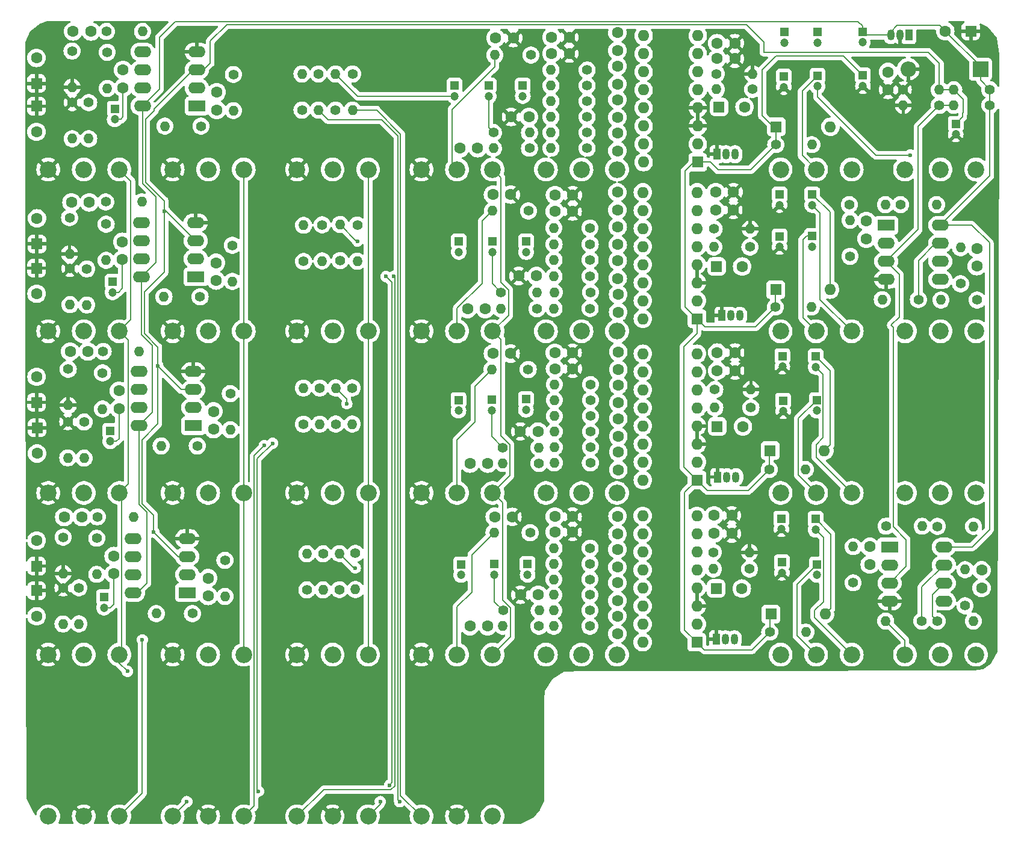
<source format=gbr>
%TF.GenerationSoftware,KiCad,Pcbnew,8.0.1*%
%TF.CreationDate,2024-03-25T17:22:25-07:00*%
%TF.ProjectId,Delay02,44656c61-7930-4322-9e6b-696361645f70,rev?*%
%TF.SameCoordinates,Original*%
%TF.FileFunction,Copper,L2,Bot*%
%TF.FilePolarity,Positive*%
%FSLAX46Y46*%
G04 Gerber Fmt 4.6, Leading zero omitted, Abs format (unit mm)*
G04 Created by KiCad (PCBNEW 8.0.1) date 2024-03-25 17:22:25*
%MOMM*%
%LPD*%
G01*
G04 APERTURE LIST*
G04 Aperture macros list*
%AMRoundRect*
0 Rectangle with rounded corners*
0 $1 Rounding radius*
0 $2 $3 $4 $5 $6 $7 $8 $9 X,Y pos of 4 corners*
0 Add a 4 corners polygon primitive as box body*
4,1,4,$2,$3,$4,$5,$6,$7,$8,$9,$2,$3,0*
0 Add four circle primitives for the rounded corners*
1,1,$1+$1,$2,$3*
1,1,$1+$1,$4,$5*
1,1,$1+$1,$6,$7*
1,1,$1+$1,$8,$9*
0 Add four rect primitives between the rounded corners*
20,1,$1+$1,$2,$3,$4,$5,0*
20,1,$1+$1,$4,$5,$6,$7,0*
20,1,$1+$1,$6,$7,$8,$9,0*
20,1,$1+$1,$8,$9,$2,$3,0*%
G04 Aperture macros list end*
%TA.AperFunction,ComponentPad*%
%ADD10C,1.600000*%
%TD*%
%TA.AperFunction,ComponentPad*%
%ADD11RoundRect,0.250000X0.550000X-0.550000X0.550000X0.550000X-0.550000X0.550000X-0.550000X-0.550000X0*%
%TD*%
%TA.AperFunction,ComponentPad*%
%ADD12C,1.400000*%
%TD*%
%TA.AperFunction,ComponentPad*%
%ADD13O,1.400000X1.400000*%
%TD*%
%TA.AperFunction,ComponentPad*%
%ADD14RoundRect,0.250000X-0.550000X-0.550000X0.550000X-0.550000X0.550000X0.550000X-0.550000X0.550000X0*%
%TD*%
%TA.AperFunction,ComponentPad*%
%ADD15R,1.200000X1.200000*%
%TD*%
%TA.AperFunction,ComponentPad*%
%ADD16C,1.200000*%
%TD*%
%TA.AperFunction,ComponentPad*%
%ADD17R,1.600000X1.600000*%
%TD*%
%TA.AperFunction,ComponentPad*%
%ADD18O,1.600000X1.600000*%
%TD*%
%TA.AperFunction,ComponentPad*%
%ADD19RoundRect,0.250000X-0.550000X0.550000X-0.550000X-0.550000X0.550000X-0.550000X0.550000X0.550000X0*%
%TD*%
%TA.AperFunction,ComponentPad*%
%ADD20R,1.050000X1.500000*%
%TD*%
%TA.AperFunction,ComponentPad*%
%ADD21O,1.050000X1.500000*%
%TD*%
%TA.AperFunction,ComponentPad*%
%ADD22R,2.400000X1.600000*%
%TD*%
%TA.AperFunction,ComponentPad*%
%ADD23O,2.400000X1.600000*%
%TD*%
%TA.AperFunction,ComponentPad*%
%ADD24RoundRect,0.250000X0.550000X0.550000X-0.550000X0.550000X-0.550000X-0.550000X0.550000X-0.550000X0*%
%TD*%
%TA.AperFunction,ComponentPad*%
%ADD25R,2.200000X2.200000*%
%TD*%
%TA.AperFunction,ComponentPad*%
%ADD26O,2.200000X2.200000*%
%TD*%
%TA.AperFunction,ComponentPad*%
%ADD27C,2.340000*%
%TD*%
%TA.AperFunction,ViaPad*%
%ADD28C,0.600000*%
%TD*%
%TA.AperFunction,Conductor*%
%ADD29C,0.200000*%
%TD*%
G04 APERTURE END LIST*
D10*
%TO.P,C90,1*%
%TO.N,In D*%
X98140000Y-115560000D03*
%TO.P,C90,2*%
%TO.N,Net-(C90-Pad2)*%
X100640000Y-115560000D03*
%TD*%
%TO.P,C38,1*%
%TO.N,GND*%
X135430000Y-77060000D03*
%TO.P,C38,2*%
%TO.N,Net-(U6-CC0)*%
X132930000Y-77060000D03*
%TD*%
D11*
%TO.P,J7,1*%
%TO.N,GND*%
X37200000Y-107100000D03*
D10*
%TO.P,J7,2*%
%TO.N,Net-(C54-Pad2)*%
X37200000Y-103500000D03*
%TD*%
%TO.P,C78,1*%
%TO.N,Net-(U11-LPF1-OUT)*%
X118880000Y-114135000D03*
%TO.P,C78,2*%
%TO.N,Net-(U11-LPF1-IN)*%
X118880000Y-116635000D03*
%TD*%
D12*
%TO.P,R3,1*%
%TO.N,+9V*%
X171270000Y-42270000D03*
D13*
%TO.P,R3,2*%
%TO.N,+3v*%
X166190000Y-42270000D03*
%TD*%
D14*
%TO.P,SWB1,1,A*%
%TO.N,Net-(Q3-C)*%
X132830000Y-64960000D03*
D10*
%TO.P,SWB1,2,B*%
%TO.N,Net-(SWB1-B)*%
X136430000Y-64960000D03*
%TD*%
D15*
%TO.P,C25,1*%
%TO.N,Net-(C25-Pad1)*%
X95980000Y-39487401D03*
D16*
%TO.P,C25,2*%
%TO.N,Net-(C25-Pad2)*%
X95980000Y-40987401D03*
%TD*%
D17*
%TO.P,U10,1,VCC*%
%TO.N,+5V*%
X130080000Y-72310000D03*
D18*
%TO.P,U10,2,REF*%
%TO.N,Net-(U10-REF)*%
X130080000Y-69770000D03*
%TO.P,U10,3,AGND*%
%TO.N,GND*%
X130080000Y-67230000D03*
%TO.P,U10,4,DGND*%
X130080000Y-64690000D03*
%TO.P,U10,5,CLK_O*%
%TO.N,unconnected-(U10-CLK_O-Pad5)*%
X130080000Y-62150000D03*
%TO.P,U10,6,VCO*%
%TO.N,Net-(U10-VCO)*%
X130080000Y-59610000D03*
%TO.P,U10,7,CC1*%
%TO.N,Net-(U10-CC1)*%
X130080000Y-57070000D03*
%TO.P,U10,8,CC0*%
%TO.N,Net-(U10-CC0)*%
X130080000Y-54530000D03*
%TO.P,U10,9,OP1-OUT*%
%TO.N,Net-(U10-OP1-OUT)*%
X122460000Y-54530000D03*
%TO.P,U10,10,OP1-IN*%
%TO.N,Net-(U10-OP1-IN)*%
X122460000Y-57070000D03*
%TO.P,U10,11,OP2-IN*%
%TO.N,Net-(U10-OP2-IN)*%
X122460000Y-59610000D03*
%TO.P,U10,12,OP2-OUT*%
%TO.N,Net-(U10-OP2-OUT)*%
X122460000Y-62150000D03*
%TO.P,U10,13,LPF2-IN*%
%TO.N,Net-(U10-LPF2-IN)*%
X122460000Y-64690000D03*
%TO.P,U10,14,LPF2-OUT*%
%TO.N,Net-(U10-LPF2-OUT)*%
X122460000Y-67230000D03*
%TO.P,U10,15,LPF1-OUT*%
%TO.N,Net-(U10-LPF1-OUT)*%
X122460000Y-69770000D03*
%TO.P,U10,16,LPF1-IN*%
%TO.N,Net-(U10-LPF1-IN)*%
X122460000Y-72310000D03*
%TD*%
D15*
%TO.P,C64,1*%
%TO.N,Net-(D5-A)*%
X141930000Y-100412401D03*
D16*
%TO.P,C64,2*%
%TO.N,GND*%
X141930000Y-101912401D03*
%TD*%
D19*
%TO.P,J9,1*%
%TO.N,GND*%
X37200000Y-110560000D03*
D10*
%TO.P,J9,2*%
%TO.N,Net-(J9-Pad2)*%
X37200000Y-114160000D03*
%TD*%
D15*
%TO.P,C66,1*%
%TO.N,Net-(C62-Pad1)*%
X101560000Y-106820000D03*
D16*
%TO.P,C66,2*%
%TO.N,Net-(C66-Pad2)*%
X101560000Y-108320000D03*
%TD*%
D12*
%TO.P,R73,1*%
%TO.N,Net-(C66-Pad2)*%
X102800000Y-113350000D03*
D13*
%TO.P,R73,2*%
%TO.N,Net-(C68-Pad1)*%
X107880000Y-113350000D03*
%TD*%
D12*
%TO.P,R70,1*%
%TO.N,+5V*%
X140315000Y-116385000D03*
D13*
%TO.P,R70,2*%
%TO.N,Net-(D5-A)*%
X145395000Y-116385000D03*
%TD*%
D10*
%TO.P,C28,1*%
%TO.N,Net-(U8A--)*%
X154380000Y-106885000D03*
%TO.P,C28,2*%
%TO.N,Net-(C28-Pad2)*%
X154380000Y-104385000D03*
%TD*%
D15*
%TO.P,C45,1*%
%TO.N,Net-(C45-Pad1)*%
X106020000Y-83620000D03*
D16*
%TO.P,C45,2*%
%TO.N,Net-(C44-Pad2)*%
X106020000Y-85120000D03*
%TD*%
D15*
%TO.P,C95,1*%
%TO.N,Net-(C95-Pad1)*%
X47880000Y-67085000D03*
D16*
%TO.P,C95,2*%
%TO.N,Net-(C93-Pad1)*%
X47880000Y-68585000D03*
%TD*%
D12*
%TO.P,R34,1*%
%TO.N,Net-(C28-Pad2)*%
X156665000Y-101485000D03*
D13*
%TO.P,R34,2*%
%TO.N,Net-(R34-Pad2)*%
X161745000Y-101485000D03*
%TD*%
D12*
%TO.P,R75,1*%
%TO.N,Net-(U10-VCO)*%
X132490000Y-59660000D03*
D13*
%TO.P,R75,2*%
%TO.N,GND*%
X137570000Y-59660000D03*
%TD*%
D12*
%TO.P,R9,1*%
%TO.N,Net-(C14-Pad2)*%
X101440000Y-46110000D03*
D13*
%TO.P,R9,2*%
%TO.N,Net-(C15-Pad1)*%
X106520000Y-46110000D03*
%TD*%
D12*
%TO.P,R43,1*%
%TO.N,Net-(U6-LPF2-IN)*%
X115095000Y-83760000D03*
D13*
%TO.P,R43,2*%
%TO.N,Net-(C43-Pad1)*%
X110015000Y-83760000D03*
%TD*%
D12*
%TO.P,R14,1*%
%TO.N,Net-(U4A--)*%
X158700000Y-56260000D03*
D13*
%TO.P,R14,2*%
%TO.N,Net-(C12-Pad1)*%
X163780000Y-56260000D03*
%TD*%
D12*
%TO.P,R24,1*%
%TO.N,Net-(MixA1-Pad1)*%
X79230000Y-42950000D03*
D13*
%TO.P,R24,2*%
%TO.N,Net-(C25-Pad2)*%
X79230000Y-37870000D03*
%TD*%
D10*
%TO.P,C41,1*%
%TO.N,Net-(U6-LPF2-OUT)*%
X119005000Y-88860000D03*
%TO.P,C41,2*%
%TO.N,Net-(U6-LPF2-IN)*%
X119005000Y-86360000D03*
%TD*%
%TO.P,C69,1*%
%TO.N,GND*%
X135180000Y-57010000D03*
%TO.P,C69,2*%
%TO.N,Net-(U10-CC1)*%
X132680000Y-57010000D03*
%TD*%
D15*
%TO.P,C30,1*%
%TO.N,Net-(C30-Pad1)*%
X146930000Y-83737401D03*
D16*
%TO.P,C30,2*%
%TO.N,Net-(C30-Pad2)*%
X146930000Y-85237401D03*
%TD*%
D12*
%TO.P,R46,1*%
%TO.N,Net-(U6-LPF2-OUT)*%
X115095000Y-88185000D03*
D13*
%TO.P,R46,2*%
%TO.N,Net-(C44-Pad2)*%
X110015000Y-88185000D03*
%TD*%
D12*
%TO.P,R57,1*%
%TO.N,+3v*%
X167150000Y-67380000D03*
D13*
%TO.P,R57,2*%
%TO.N,Net-(C51-Pad2)*%
X167150000Y-62300000D03*
%TD*%
D15*
%TO.P,C14,1*%
%TO.N,Net-(C14-Pad1)*%
X100780000Y-39487401D03*
D16*
%TO.P,C14,2*%
%TO.N,Net-(C14-Pad2)*%
X100780000Y-40987401D03*
%TD*%
D10*
%TO.P,C17,1*%
%TO.N,Net-(U2-LPF2-OUT)*%
X118890000Y-43990000D03*
%TO.P,C17,2*%
%TO.N,Net-(U2-LPF2-IN)*%
X118890000Y-41490000D03*
%TD*%
D14*
%TO.P,SWC1,1,A*%
%TO.N,Net-(Q2-C)*%
X132930000Y-87460000D03*
D10*
%TO.P,SWC1,2,B*%
%TO.N,Net-(SWC1-B)*%
X136530000Y-87460000D03*
%TD*%
D15*
%TO.P,C27,1*%
%TO.N,Net-(C27-Pad1)*%
X48180000Y-42760000D03*
D16*
%TO.P,C27,2*%
%TO.N,Net-(C26-Pad1)*%
X48180000Y-44260000D03*
%TD*%
D12*
%TO.P,R96,1*%
%TO.N,Net-(C87-Pad1)*%
X60195000Y-69210000D03*
D13*
%TO.P,R96,2*%
%TO.N,Net-(U7B--)*%
X55115000Y-69210000D03*
%TD*%
D15*
%TO.P,C86,1*%
%TO.N,Net-(C86-Pad1)*%
X106250000Y-106830000D03*
D16*
%TO.P,C86,2*%
%TO.N,Net-(C84-Pad2)*%
X106250000Y-108330000D03*
%TD*%
D19*
%TO.P,Out-A,1*%
%TO.N,GND*%
X37180000Y-42410000D03*
D10*
%TO.P,Out-A,2*%
%TO.N,Net-(Out-A1-Pad2)*%
X37180000Y-46010000D03*
%TD*%
%TO.P,C77,1*%
%TO.N,Net-(U10-OP2-OUT)*%
X118930000Y-61885000D03*
%TO.P,C77,2*%
%TO.N,Net-(U10-OP2-IN)*%
X118930000Y-59385000D03*
%TD*%
D12*
%TO.P,R86,1*%
%TO.N,Net-(U11-LPF2-OUT)*%
X115020000Y-108960000D03*
D13*
%TO.P,R86,2*%
%TO.N,Net-(C82-Pad1)*%
X109940000Y-108960000D03*
%TD*%
D20*
%TO.P,Q4,1,E*%
%TO.N,GND*%
X132810000Y-117370000D03*
D21*
%TO.P,Q4,2,B*%
%TO.N,Net-(D5-A)*%
X134080000Y-117370000D03*
%TO.P,Q4,3,C*%
%TO.N,Net-(Q4-C)*%
X135350000Y-117370000D03*
%TD*%
D12*
%TO.P,R62,1*%
%TO.N,Net-(C54-Pad2)*%
X40930000Y-103040000D03*
D13*
%TO.P,R62,2*%
%TO.N,GND*%
X40930000Y-108120000D03*
%TD*%
D10*
%TO.P,C54,1*%
%TO.N,Net-(C54-Pad1)*%
X43590000Y-100200000D03*
%TO.P,C54,2*%
%TO.N,Net-(C54-Pad2)*%
X41090000Y-100200000D03*
%TD*%
D12*
%TO.P,R94,1*%
%TO.N,Net-(C88-Pad2)*%
X77500000Y-105370000D03*
D13*
%TO.P,R94,2*%
%TO.N,Net-(MixD1-Pad3)*%
X77500000Y-110450000D03*
%TD*%
D12*
%TO.P,R47,1*%
%TO.N,Net-(C36-Pad1)*%
X107850000Y-92650000D03*
D13*
%TO.P,R47,2*%
%TO.N,Net-(C47-Pad2)*%
X102770000Y-92650000D03*
%TD*%
D12*
%TO.P,R44,1*%
%TO.N,Net-(U6-OP2-OUT)*%
X115095000Y-81560000D03*
D13*
%TO.P,R44,2*%
%TO.N,Net-(C43-Pad1)*%
X110015000Y-81560000D03*
%TD*%
D22*
%TO.P,U9,1*%
%TO.N,Net-(C62-Pad1)*%
X58380000Y-110830000D03*
D23*
%TO.P,U9,2,-*%
%TO.N,Net-(U9A--)*%
X58380000Y-108290000D03*
%TO.P,U9,3,+*%
%TO.N,+4.5V*%
X58380000Y-105750000D03*
%TO.P,U9,4,V-*%
%TO.N,GND*%
X58380000Y-103210000D03*
%TO.P,U9,5,+*%
%TO.N,+4.5V*%
X50760000Y-103210000D03*
%TO.P,U9,6,-*%
%TO.N,Net-(U9B--)*%
X50760000Y-105750000D03*
%TO.P,U9,7*%
%TO.N,Net-(C94-Pad1)*%
X50760000Y-108290000D03*
%TO.P,U9,8,V+*%
%TO.N,+9V*%
X50760000Y-110830000D03*
%TD*%
D10*
%TO.P,C18,1*%
%TO.N,Net-(U2-OP2-OUT)*%
X118890000Y-39290000D03*
%TO.P,C18,2*%
%TO.N,Net-(U2-OP2-IN)*%
X118890000Y-36790000D03*
%TD*%
D12*
%TO.P,R48,1*%
%TO.N,Net-(MixC1-Pad3)*%
X74720000Y-87140000D03*
D13*
%TO.P,R48,2*%
%TO.N,Net-(C45-Pad1)*%
X74720000Y-82060000D03*
%TD*%
D12*
%TO.P,R40,1*%
%TO.N,Net-(U6-VCO)*%
X132590000Y-82260000D03*
D13*
%TO.P,R40,2*%
%TO.N,GND*%
X137670000Y-82260000D03*
%TD*%
D15*
%TO.P,C50,1*%
%TO.N,Net-(C50-Pad1)*%
X47530000Y-88060000D03*
D16*
%TO.P,C50,2*%
%TO.N,Net-(C49-Pad1)*%
X47530000Y-89560000D03*
%TD*%
D12*
%TO.P,R60,1*%
%TO.N,Net-(U8B--)*%
X163865000Y-114835000D03*
D13*
%TO.P,R60,2*%
%TO.N,Net-(C57-Pad2)*%
X168945000Y-114835000D03*
%TD*%
D12*
%TO.P,R42,1*%
%TO.N,Net-(U6-LPF1-OUT)*%
X115095000Y-90385000D03*
D13*
%TO.P,R42,2*%
%TO.N,Net-(C36-Pad1)*%
X110015000Y-90385000D03*
%TD*%
D12*
%TO.P,R45,1*%
%TO.N,Net-(U6-LPF2-OUT)*%
X115095000Y-86010000D03*
D13*
%TO.P,R45,2*%
%TO.N,Net-(C43-Pad1)*%
X110015000Y-86010000D03*
%TD*%
D10*
%TO.P,C36,1*%
%TO.N,Net-(C36-Pad1)*%
X107720000Y-88170000D03*
%TO.P,C36,2*%
%TO.N,GND*%
X105220000Y-88170000D03*
%TD*%
%TO.P,C49,1*%
%TO.N,Net-(C49-Pad1)*%
X48780000Y-84940000D03*
%TO.P,C49,2*%
%TO.N,Net-(U5B--)*%
X48780000Y-82440000D03*
%TD*%
D11*
%TO.P,In-A,1*%
%TO.N,GND*%
X37180000Y-39210000D03*
D10*
%TO.P,In-A,2*%
%TO.N,Net-(C5-Pad2)*%
X37180000Y-35610000D03*
%TD*%
D15*
%TO.P,C13,1*%
%TO.N,Net-(C13-Pad1)*%
X147030000Y-38110000D03*
D16*
%TO.P,C13,2*%
%TO.N,Net-(C12-Pad1)*%
X147030000Y-39610000D03*
%TD*%
D10*
%TO.P,C10,1*%
%TO.N,GND*%
X135400000Y-33540000D03*
%TO.P,C10,2*%
%TO.N,Net-(U2-CC0)*%
X132900000Y-33540000D03*
%TD*%
%TO.P,C40,1*%
%TO.N,Net-(U6-LPF1-OUT)*%
X119005000Y-91060000D03*
%TO.P,C40,2*%
%TO.N,Net-(U6-LPF1-IN)*%
X119005000Y-93560000D03*
%TD*%
D12*
%TO.P,R88,1*%
%TO.N,Net-(U11-LPF2-OUT)*%
X115020000Y-111160000D03*
D13*
%TO.P,R88,2*%
%TO.N,Net-(C84-Pad2)*%
X109940000Y-111160000D03*
%TD*%
D12*
%TO.P,R66,1*%
%TO.N,Net-(C54-Pad1)*%
X45730000Y-100180000D03*
D13*
%TO.P,R66,2*%
%TO.N,Net-(U9A--)*%
X50810000Y-100180000D03*
%TD*%
D10*
%TO.P,C79,1*%
%TO.N,Net-(U11-LPF2-OUT)*%
X118880000Y-111960000D03*
%TO.P,C79,2*%
%TO.N,Net-(U11-LPF2-IN)*%
X118880000Y-109460000D03*
%TD*%
D12*
%TO.P,R27,1*%
%TO.N,Net-(C25-Pad1)*%
X60320000Y-45210000D03*
D13*
%TO.P,R27,2*%
%TO.N,Net-(U1B--)*%
X55240000Y-45210000D03*
%TD*%
D12*
%TO.P,R87,1*%
%TO.N,Net-(U10-LPF2-OUT)*%
X115045000Y-66335000D03*
D13*
%TO.P,R87,2*%
%TO.N,Net-(C83-Pad2)*%
X109965000Y-66335000D03*
%TD*%
D12*
%TO.P,R1,1*%
%TO.N,+9V*%
X171270000Y-40100000D03*
D13*
%TO.P,R1,2*%
%TO.N,+4.5V*%
X166190000Y-40100000D03*
%TD*%
D15*
%TO.P,C35,1*%
%TO.N,Net-(C33-Pad1)*%
X101210000Y-83710000D03*
D16*
%TO.P,C35,2*%
%TO.N,Net-(C35-Pad2)*%
X101210000Y-85210000D03*
%TD*%
D12*
%TO.P,R32,1*%
%TO.N,Net-(U8A--)*%
X163890000Y-101510000D03*
D13*
%TO.P,R32,2*%
%TO.N,Net-(C30-Pad2)*%
X168970000Y-101510000D03*
%TD*%
D15*
%TO.P,C88,1*%
%TO.N,Net-(C88-Pad1)*%
X96900000Y-106850000D03*
D16*
%TO.P,C88,2*%
%TO.N,Net-(C88-Pad2)*%
X96900000Y-108350000D03*
%TD*%
D12*
%TO.P,R49,1*%
%TO.N,Net-(C46-Pad2)*%
X77010000Y-82060000D03*
D13*
%TO.P,R49,2*%
%TO.N,Net-(MixC1-Pad3)*%
X77010000Y-87140000D03*
%TD*%
D10*
%TO.P,C67,1*%
%TO.N,Net-(C67-Pad1)*%
X107505000Y-66285000D03*
%TO.P,C67,2*%
%TO.N,GND*%
X105005000Y-66285000D03*
%TD*%
D12*
%TO.P,R89,1*%
%TO.N,Net-(C67-Pad1)*%
X107570000Y-70910000D03*
D13*
%TO.P,R89,2*%
%TO.N,Net-(C89-Pad2)*%
X102490000Y-70910000D03*
%TD*%
D12*
%TO.P,R56,1*%
%TO.N,GND*%
X41580000Y-86800000D03*
D13*
%TO.P,R56,2*%
%TO.N,Net-(J5-Pad2)*%
X41580000Y-91880000D03*
%TD*%
D20*
%TO.P,Q3,1,E*%
%TO.N,GND*%
X133560000Y-71860000D03*
D21*
%TO.P,Q3,2,B*%
%TO.N,Net-(D4-A)*%
X134830000Y-71860000D03*
%TO.P,Q3,3,C*%
%TO.N,Net-(Q3-C)*%
X136100000Y-71860000D03*
%TD*%
D15*
%TO.P,C7,1*%
%TO.N,Net-(D3-A)*%
X142380000Y-31987400D03*
D16*
%TO.P,C7,2*%
%TO.N,GND*%
X142380000Y-33487400D03*
%TD*%
D14*
%TO.P,SWD1,1,A*%
%TO.N,Net-(Q4-C)*%
X132780000Y-110260000D03*
D10*
%TO.P,SWD1,2,B*%
%TO.N,Net-(SWD1-B)*%
X136380000Y-110260000D03*
%TD*%
D12*
%TO.P,R33,1*%
%TO.N,Net-(C29-Pad2)*%
X41650000Y-79400000D03*
D13*
%TO.P,R33,2*%
%TO.N,GND*%
X41650000Y-84480000D03*
%TD*%
D15*
%TO.P,C4,1*%
%TO.N,+5V*%
X153410000Y-38080000D03*
D16*
%TO.P,C4,2*%
%TO.N,GND*%
X153410000Y-39580000D03*
%TD*%
D10*
%TO.P,C26,1*%
%TO.N,Net-(C26-Pad1)*%
X49355000Y-39810000D03*
%TO.P,C26,2*%
%TO.N,Net-(U1B--)*%
X49355000Y-37310000D03*
%TD*%
%TO.P,C61,1*%
%TO.N,Net-(C61-Pad1)*%
X62430000Y-66935000D03*
%TO.P,C61,2*%
%TO.N,Net-(U7A--)*%
X62430000Y-64435000D03*
%TD*%
%TO.P,C84,1*%
%TO.N,GND*%
X112580000Y-100135000D03*
%TO.P,C84,2*%
%TO.N,Net-(C84-Pad2)*%
X110080000Y-100135000D03*
%TD*%
D15*
%TO.P,C59,1*%
%TO.N,Net-(D4-A)*%
X146280000Y-54810000D03*
D16*
%TO.P,C59,2*%
%TO.N,Net-(U10-REF)*%
X146280000Y-56310000D03*
%TD*%
D17*
%TO.P,U2,1,VCC*%
%TO.N,+5V*%
X130180000Y-50270000D03*
D18*
%TO.P,U2,2,REF*%
%TO.N,Net-(U2-REF)*%
X130180000Y-47730000D03*
%TO.P,U2,3,AGND*%
%TO.N,GND*%
X130180000Y-45190000D03*
%TO.P,U2,4,DGND*%
X130180000Y-42650000D03*
%TO.P,U2,5,CLK_O*%
%TO.N,unconnected-(U2-CLK_O-Pad5)*%
X130180000Y-40110000D03*
%TO.P,U2,6,VCO*%
%TO.N,Net-(U2-VCO)*%
X130180000Y-37570000D03*
%TO.P,U2,7,CC1*%
%TO.N,Net-(U2-CC1)*%
X130180000Y-35030000D03*
%TO.P,U2,8,CC0*%
%TO.N,Net-(U2-CC0)*%
X130180000Y-32490000D03*
%TO.P,U2,9,OP1-OUT*%
%TO.N,Net-(U2-OP1-OUT)*%
X122560000Y-32490000D03*
%TO.P,U2,10,OP1-IN*%
%TO.N,Net-(U2-OP1-IN)*%
X122560000Y-35030000D03*
%TO.P,U2,11,OP2-IN*%
%TO.N,Net-(U2-OP2-IN)*%
X122560000Y-37570000D03*
%TO.P,U2,12,OP2-OUT*%
%TO.N,Net-(U2-OP2-OUT)*%
X122560000Y-40110000D03*
%TO.P,U2,13,LPF2-IN*%
%TO.N,Net-(U2-LPF2-IN)*%
X122560000Y-42650000D03*
%TO.P,U2,14,LPF2-OUT*%
%TO.N,Net-(U2-LPF2-OUT)*%
X122560000Y-45190000D03*
%TO.P,U2,15,LPF1-OUT*%
%TO.N,Net-(U2-LPF1-OUT)*%
X122560000Y-47730000D03*
%TO.P,U2,16,LPF1-IN*%
%TO.N,Net-(U2-LPF1-IN)*%
X122560000Y-50270000D03*
%TD*%
D12*
%TO.P,R30,1*%
%TO.N,GND*%
X42205000Y-41895000D03*
D13*
%TO.P,R30,2*%
%TO.N,Net-(Out-A1-Pad2)*%
X42205000Y-46975000D03*
%TD*%
D24*
%TO.P,J3,1,In*%
%TO.N,GND*%
X168590000Y-31840000D03*
D10*
%TO.P,J3,2,Ext*%
%TO.N,+9V*%
X164990000Y-31840000D03*
%TD*%
D12*
%TO.P,R95,1*%
%TO.N,Net-(C85-Pad1)*%
X106370000Y-57135000D03*
D13*
%TO.P,R95,2*%
%TO.N,Out B*%
X101290000Y-57135000D03*
%TD*%
D12*
%TO.P,R64,1*%
%TO.N,Net-(C52-Pad2)*%
X161695000Y-114835000D03*
D13*
%TO.P,R64,2*%
%TO.N,Net-(R64-Pad2)*%
X156615000Y-114835000D03*
%TD*%
D12*
%TO.P,R79,1*%
%TO.N,Net-(U10-LPF2-IN)*%
X115060000Y-61835000D03*
D13*
%TO.P,R79,2*%
%TO.N,Net-(C81-Pad1)*%
X109980000Y-61835000D03*
%TD*%
D10*
%TO.P,C80,1*%
%TO.N,Net-(U11-OP2-OUT)*%
X118880000Y-107260000D03*
%TO.P,C80,2*%
%TO.N,Net-(U11-OP2-IN)*%
X118880000Y-104760000D03*
%TD*%
D12*
%TO.P,R23,1*%
%TO.N,Net-(C14-Pad1)*%
X81630000Y-37870000D03*
D13*
%TO.P,R23,2*%
%TO.N,Net-(MixA1-Pad1)*%
X81630000Y-42950000D03*
%TD*%
D12*
%TO.P,R21,1*%
%TO.N,Net-(C15-Pad1)*%
X106520000Y-48310000D03*
D13*
%TO.P,R21,2*%
%TO.N,Net-(C22-Pad2)*%
X101440000Y-48310000D03*
%TD*%
D15*
%TO.P,C2,1*%
%TO.N,+4.5V*%
X166470000Y-44870000D03*
D16*
%TO.P,C2,2*%
%TO.N,GND*%
X166470000Y-46370000D03*
%TD*%
D22*
%TO.P,U7,1*%
%TO.N,Net-(C61-Pad1)*%
X59580000Y-66410000D03*
D23*
%TO.P,U7,2,-*%
%TO.N,Net-(U7A--)*%
X59580000Y-63870000D03*
%TO.P,U7,3,+*%
%TO.N,+4.5V*%
X59580000Y-61330000D03*
%TO.P,U7,4,V-*%
%TO.N,GND*%
X59580000Y-58790000D03*
%TO.P,U7,5,+*%
%TO.N,+4.5V*%
X51960000Y-58790000D03*
%TO.P,U7,6,-*%
%TO.N,Net-(U7B--)*%
X51960000Y-61330000D03*
%TO.P,U7,7*%
%TO.N,Net-(C93-Pad1)*%
X51960000Y-63870000D03*
%TO.P,U7,8,V+*%
%TO.N,+9V*%
X51960000Y-66410000D03*
%TD*%
D12*
%TO.P,R58,1*%
%TO.N,Net-(U4B--)*%
X169470000Y-69660000D03*
D13*
%TO.P,R58,2*%
%TO.N,Net-(C55-Pad2)*%
X164390000Y-69660000D03*
%TD*%
D22*
%TO.P,U1,1*%
%TO.N,Net-(C14-Pad1)*%
X59730000Y-42385000D03*
D23*
%TO.P,U1,2,-*%
%TO.N,Net-(U1A--)*%
X59730000Y-39845000D03*
%TO.P,U1,3,+*%
%TO.N,+4.5V*%
X59730000Y-37305000D03*
%TO.P,U1,4,V-*%
%TO.N,GND*%
X59730000Y-34765000D03*
%TO.P,U1,5,+*%
%TO.N,+4.5V*%
X52110000Y-34765000D03*
%TO.P,U1,6,-*%
%TO.N,Net-(U1B--)*%
X52110000Y-37305000D03*
%TO.P,U1,7*%
%TO.N,Net-(C26-Pad1)*%
X52110000Y-39845000D03*
%TO.P,U1,8,V+*%
%TO.N,+9V*%
X52110000Y-42385000D03*
%TD*%
D10*
%TO.P,C11,1*%
%TO.N,Net-(U4A--)*%
X153900000Y-61040000D03*
%TO.P,C11,2*%
%TO.N,Net-(C11-Pad2)*%
X153900000Y-58540000D03*
%TD*%
D12*
%TO.P,R7,1*%
%TO.N,Net-(U1A--)*%
X64880000Y-37945000D03*
D13*
%TO.P,R7,2*%
%TO.N,Net-(C14-Pad1)*%
X64880000Y-43025000D03*
%TD*%
D15*
%TO.P,C12,1*%
%TO.N,Net-(C12-Pad1)*%
X142280000Y-38210000D03*
D16*
%TO.P,C12,2*%
%TO.N,GND*%
X142280000Y-39710000D03*
%TD*%
D15*
%TO.P,C3,1*%
%TO.N,+9V*%
X153360000Y-31930000D03*
D16*
%TO.P,C3,2*%
%TO.N,GND*%
X153360000Y-33430000D03*
%TD*%
D15*
%TO.P,C58,1*%
%TO.N,Net-(C57-Pad2)*%
X142005000Y-106560000D03*
D16*
%TO.P,C58,2*%
%TO.N,GND*%
X142005000Y-108060000D03*
%TD*%
D10*
%TO.P,C20,1*%
%TO.N,Net-(C20-Pad1)*%
X109630000Y-35010000D03*
%TO.P,C20,2*%
%TO.N,GND*%
X112130000Y-35010000D03*
%TD*%
D12*
%TO.P,R61,1*%
%TO.N,Net-(C53-Pad2)*%
X41830000Y-58095000D03*
D13*
%TO.P,R61,2*%
%TO.N,GND*%
X41830000Y-63175000D03*
%TD*%
D12*
%TO.P,R37,1*%
%TO.N,+5V*%
X140240000Y-93510000D03*
D13*
%TO.P,R37,2*%
%TO.N,Net-(D2-A)*%
X145320000Y-93510000D03*
%TD*%
D15*
%TO.P,C60,1*%
%TO.N,Net-(D5-A)*%
X146755000Y-100485000D03*
D16*
%TO.P,C60,2*%
%TO.N,Net-(U11-REF)*%
X146755000Y-101985000D03*
%TD*%
D10*
%TO.P,C81,1*%
%TO.N,Net-(C81-Pad1)*%
X110080000Y-57210000D03*
%TO.P,C81,2*%
%TO.N,GND*%
X112580000Y-57210000D03*
%TD*%
D12*
%TO.P,R108,1*%
%TO.N,GND*%
X40910000Y-110170000D03*
D13*
%TO.P,R108,2*%
%TO.N,Net-(J9-Pad2)*%
X40910000Y-115250000D03*
%TD*%
D15*
%TO.P,C63,1*%
%TO.N,Net-(D4-A)*%
X141680000Y-54810000D03*
D16*
%TO.P,C63,2*%
%TO.N,GND*%
X141680000Y-56310000D03*
%TD*%
D10*
%TO.P,C83,1*%
%TO.N,GND*%
X112605000Y-54910000D03*
%TO.P,C83,2*%
%TO.N,Net-(C83-Pad2)*%
X110105000Y-54910000D03*
%TD*%
%TO.P,C9,1*%
%TO.N,GND*%
X135400000Y-35710000D03*
%TO.P,C9,2*%
%TO.N,Net-(U2-CC1)*%
X132900000Y-35710000D03*
%TD*%
D15*
%TO.P,C56,1*%
%TO.N,Net-(C55-Pad2)*%
X141680000Y-60710000D03*
D16*
%TO.P,C56,2*%
%TO.N,GND*%
X141680000Y-62210000D03*
%TD*%
D12*
%TO.P,R13,1*%
%TO.N,Net-(C11-Pad2)*%
X151500000Y-56260000D03*
D13*
%TO.P,R13,2*%
%TO.N,Net-(R13-Pad2)*%
X156580000Y-56260000D03*
%TD*%
D10*
%TO.P,C22,1*%
%TO.N,In A*%
X96730000Y-48310000D03*
%TO.P,C22,2*%
%TO.N,Net-(C22-Pad2)*%
X99230000Y-48310000D03*
%TD*%
%TO.P,C15,1*%
%TO.N,Net-(C15-Pad1)*%
X106430000Y-43910000D03*
%TO.P,C15,2*%
%TO.N,GND*%
X103930000Y-43910000D03*
%TD*%
%TO.P,C5,1*%
%TO.N,Net-(C5-Pad1)*%
X44830000Y-31885000D03*
%TO.P,C5,2*%
%TO.N,Net-(C5-Pad2)*%
X42330000Y-31885000D03*
%TD*%
D12*
%TO.P,R72,1*%
%TO.N,Net-(SWB1-B)*%
X137520000Y-62210000D03*
D13*
%TO.P,R72,2*%
%TO.N,Net-(U10-VCO)*%
X132440000Y-62210000D03*
%TD*%
D12*
%TO.P,R36,1*%
%TO.N,Net-(U5A--)*%
X64440000Y-82840000D03*
D13*
%TO.P,R36,2*%
%TO.N,Net-(C33-Pad1)*%
X64440000Y-87920000D03*
%TD*%
D10*
%TO.P,C44,1*%
%TO.N,GND*%
X112580000Y-77085000D03*
%TO.P,C44,2*%
%TO.N,Net-(C44-Pad2)*%
X110080000Y-77085000D03*
%TD*%
D17*
%TO.P,D5,1,K*%
%TO.N,+5V*%
X140470000Y-113860000D03*
D18*
%TO.P,D5,2,A*%
%TO.N,Net-(D5-A)*%
X148090000Y-113860000D03*
%TD*%
D10*
%TO.P,C91,1*%
%TO.N,GND*%
X103880000Y-54835000D03*
%TO.P,C91,2*%
%TO.N,Out B*%
X101380000Y-54835000D03*
%TD*%
D19*
%TO.P,J5,1*%
%TO.N,GND*%
X37260000Y-87650000D03*
D10*
%TO.P,J5,2*%
%TO.N,Net-(J5-Pad2)*%
X37260000Y-91250000D03*
%TD*%
D12*
%TO.P,R81,1*%
%TO.N,Net-(U11-LPF1-IN)*%
X115020000Y-115550000D03*
D13*
%TO.P,R81,2*%
%TO.N,Net-(C68-Pad1)*%
X109940000Y-115550000D03*
%TD*%
D12*
%TO.P,R31,1*%
%TO.N,+3v*%
X152030000Y-109450000D03*
D13*
%TO.P,R31,2*%
%TO.N,Net-(C28-Pad2)*%
X152030000Y-104370000D03*
%TD*%
D17*
%TO.P,U11,1,VCC*%
%TO.N,+5V*%
X130060000Y-117810000D03*
D18*
%TO.P,U11,2,REF*%
%TO.N,Net-(U11-REF)*%
X130060000Y-115270000D03*
%TO.P,U11,3,AGND*%
%TO.N,GND*%
X130060000Y-112730000D03*
%TO.P,U11,4,DGND*%
X130060000Y-110190000D03*
%TO.P,U11,5,CLK_O*%
%TO.N,unconnected-(U11-CLK_O-Pad5)*%
X130060000Y-107650000D03*
%TO.P,U11,6,VCO*%
%TO.N,Net-(U11-VCO)*%
X130060000Y-105110000D03*
%TO.P,U11,7,CC1*%
%TO.N,Net-(U11-CC1)*%
X130060000Y-102570000D03*
%TO.P,U11,8,CC0*%
%TO.N,Net-(U11-CC0)*%
X130060000Y-100030000D03*
%TO.P,U11,9,OP1-OUT*%
%TO.N,Net-(U11-OP1-OUT)*%
X122440000Y-100030000D03*
%TO.P,U11,10,OP1-IN*%
%TO.N,Net-(U11-OP1-IN)*%
X122440000Y-102570000D03*
%TO.P,U11,11,OP2-IN*%
%TO.N,Net-(U11-OP2-IN)*%
X122440000Y-105110000D03*
%TO.P,U11,12,OP2-OUT*%
%TO.N,Net-(U11-OP2-OUT)*%
X122440000Y-107650000D03*
%TO.P,U11,13,LPF2-IN*%
%TO.N,Net-(U11-LPF2-IN)*%
X122440000Y-110190000D03*
%TO.P,U11,14,LPF2-OUT*%
%TO.N,Net-(U11-LPF2-OUT)*%
X122440000Y-112730000D03*
%TO.P,U11,15,LPF1-OUT*%
%TO.N,Net-(U11-LPF1-OUT)*%
X122440000Y-115270000D03*
%TO.P,U11,16,LPF1-IN*%
%TO.N,Net-(U11-LPF1-IN)*%
X122440000Y-117810000D03*
%TD*%
D10*
%TO.P,C93,1*%
%TO.N,Net-(C93-Pad1)*%
X49255000Y-63985000D03*
%TO.P,C93,2*%
%TO.N,Net-(U7B--)*%
X49255000Y-61485000D03*
%TD*%
D12*
%TO.P,R74,1*%
%TO.N,Net-(SWD1-B)*%
X137470000Y-107510000D03*
D13*
%TO.P,R74,2*%
%TO.N,Net-(U11-VCO)*%
X132390000Y-107510000D03*
%TD*%
D12*
%TO.P,R68,1*%
%TO.N,Net-(U9A--)*%
X63690000Y-106290000D03*
D13*
%TO.P,R68,2*%
%TO.N,Net-(C62-Pad1)*%
X63690000Y-111370000D03*
%TD*%
D12*
%TO.P,R100,1*%
%TO.N,Net-(U9B--)*%
X45660000Y-103180000D03*
D13*
%TO.P,R100,2*%
%TO.N,Net-(C94-Pad1)*%
X45660000Y-108260000D03*
%TD*%
D12*
%TO.P,R77,1*%
%TO.N,Net-(U10-LPF1-IN)*%
X115045000Y-70860000D03*
D13*
%TO.P,R77,2*%
%TO.N,Net-(C67-Pad1)*%
X109965000Y-70860000D03*
%TD*%
D10*
%TO.P,C33,1*%
%TO.N,Net-(C33-Pad1)*%
X62080000Y-87840000D03*
%TO.P,C33,2*%
%TO.N,Net-(U5A--)*%
X62080000Y-85340000D03*
%TD*%
%TO.P,C51,1*%
%TO.N,Net-(U4B--)*%
X169430000Y-64910000D03*
%TO.P,C51,2*%
%TO.N,Net-(C51-Pad2)*%
X169430000Y-62410000D03*
%TD*%
D12*
%TO.P,R90,1*%
%TO.N,Net-(C68-Pad1)*%
X107860000Y-115550000D03*
D13*
%TO.P,R90,2*%
%TO.N,Net-(C90-Pad2)*%
X102780000Y-115550000D03*
%TD*%
D12*
%TO.P,R28,1*%
%TO.N,Net-(U1B--)*%
X47130000Y-34820000D03*
D13*
%TO.P,R28,2*%
%TO.N,Net-(C26-Pad1)*%
X47130000Y-39900000D03*
%TD*%
D12*
%TO.P,R78,1*%
%TO.N,Net-(U10-LPF1-OUT)*%
X115095000Y-68585000D03*
D13*
%TO.P,R78,2*%
%TO.N,Net-(C67-Pad1)*%
X110015000Y-68585000D03*
%TD*%
D12*
%TO.P,R102,1*%
%TO.N,Net-(MixB1-Pad1)*%
X79880000Y-64130000D03*
D13*
%TO.P,R102,2*%
%TO.N,Net-(C87-Pad2)*%
X79880000Y-59050000D03*
%TD*%
D12*
%TO.P,R38,1*%
%TO.N,Net-(C35-Pad2)*%
X102780000Y-90430000D03*
D13*
%TO.P,R38,2*%
%TO.N,Net-(C36-Pad1)*%
X107860000Y-90430000D03*
%TD*%
D12*
%TO.P,R16,1*%
%TO.N,Net-(U2-LPF1-OUT)*%
X114620000Y-46110000D03*
D13*
%TO.P,R16,2*%
%TO.N,Net-(C15-Pad1)*%
X109540000Y-46110000D03*
%TD*%
D12*
%TO.P,R107,1*%
%TO.N,GND*%
X41880000Y-65245000D03*
D13*
%TO.P,R107,2*%
%TO.N,Net-(J8-Pad2)*%
X41880000Y-70325000D03*
%TD*%
D10*
%TO.P,C43,1*%
%TO.N,Net-(C43-Pad1)*%
X110105000Y-79335000D03*
%TO.P,C43,2*%
%TO.N,GND*%
X112605000Y-79335000D03*
%TD*%
D12*
%TO.P,R106,1*%
%TO.N,Net-(C96-Pad1)*%
X43150000Y-110160000D03*
D13*
%TO.P,R106,2*%
%TO.N,Net-(J9-Pad2)*%
X43150000Y-115240000D03*
%TD*%
D12*
%TO.P,R4,1*%
%TO.N,+3v*%
X164170000Y-42270000D03*
D13*
%TO.P,R4,2*%
%TO.N,GND*%
X159090000Y-42270000D03*
%TD*%
D15*
%TO.P,C65,1*%
%TO.N,Net-(C61-Pad1)*%
X101305000Y-61435000D03*
D16*
%TO.P,C65,2*%
%TO.N,Net-(C65-Pad2)*%
X101305000Y-62935000D03*
%TD*%
D12*
%TO.P,R51,1*%
%TO.N,Net-(C46-Pad1)*%
X59790000Y-90190000D03*
D13*
%TO.P,R51,2*%
%TO.N,Net-(U5B--)*%
X54710000Y-90190000D03*
%TD*%
D20*
%TO.P,Q2,1,E*%
%TO.N,GND*%
X133010000Y-94570000D03*
D21*
%TO.P,Q2,2,B*%
%TO.N,Net-(D2-A)*%
X134280000Y-94570000D03*
%TO.P,Q2,3,C*%
%TO.N,Net-(Q2-C)*%
X135550000Y-94570000D03*
%TD*%
D10*
%TO.P,C29,1*%
%TO.N,Net-(C29-Pad1)*%
X44420000Y-76920000D03*
%TO.P,C29,2*%
%TO.N,Net-(C29-Pad2)*%
X41920000Y-76920000D03*
%TD*%
D15*
%TO.P,C32,1*%
%TO.N,Net-(D2-A)*%
X146780000Y-77587401D03*
D16*
%TO.P,C32,2*%
%TO.N,Net-(U6-REF)*%
X146780000Y-79087401D03*
%TD*%
D12*
%TO.P,R26,1*%
%TO.N,Net-(C25-Pad2)*%
X76830000Y-37870000D03*
D13*
%TO.P,R26,2*%
%TO.N,Net-(MixA1-Pad3)*%
X76830000Y-42950000D03*
%TD*%
D12*
%TO.P,R82,1*%
%TO.N,Net-(U11-LPF1-OUT)*%
X115020000Y-113340000D03*
D13*
%TO.P,R82,2*%
%TO.N,Net-(C68-Pad1)*%
X109940000Y-113340000D03*
%TD*%
D12*
%TO.P,R52,1*%
%TO.N,Net-(U5B--)*%
X46480000Y-79930000D03*
D13*
%TO.P,R52,2*%
%TO.N,Net-(C49-Pad1)*%
X46480000Y-85010000D03*
%TD*%
D10*
%TO.P,C73,1*%
%TO.N,Net-(U10-OP1-IN)*%
X118880000Y-57010000D03*
%TO.P,C73,2*%
%TO.N,Net-(U10-OP1-OUT)*%
X118880000Y-54510000D03*
%TD*%
%TO.P,C24,1*%
%TO.N,GND*%
X104230000Y-32810000D03*
%TO.P,C24,2*%
%TO.N,Out A*%
X101730000Y-32810000D03*
%TD*%
%TO.P,C39,1*%
%TO.N,Net-(U6-OP1-IN)*%
X119005000Y-79460000D03*
%TO.P,C39,2*%
%TO.N,Net-(U6-OP1-OUT)*%
X119005000Y-76960000D03*
%TD*%
D12*
%TO.P,R25,1*%
%TO.N,Net-(MixA1-Pad3)*%
X74530000Y-42950000D03*
D13*
%TO.P,R25,2*%
%TO.N,Net-(C21-Pad1)*%
X74530000Y-37870000D03*
%TD*%
D12*
%TO.P,R71,1*%
%TO.N,Net-(C65-Pad2)*%
X102515000Y-68585000D03*
D13*
%TO.P,R71,2*%
%TO.N,Net-(C67-Pad1)*%
X107595000Y-68585000D03*
%TD*%
D12*
%TO.P,R10,1*%
%TO.N,Net-(U2-VCO)*%
X132810000Y-37870000D03*
D13*
%TO.P,R10,2*%
%TO.N,GND*%
X137890000Y-37870000D03*
%TD*%
D15*
%TO.P,C46,1*%
%TO.N,Net-(C46-Pad1)*%
X96530000Y-83740000D03*
D16*
%TO.P,C46,2*%
%TO.N,Net-(C46-Pad2)*%
X96530000Y-85240000D03*
%TD*%
D12*
%TO.P,R8,1*%
%TO.N,+5V*%
X141150000Y-47810000D03*
D13*
%TO.P,R8,2*%
%TO.N,Net-(D3-A)*%
X146230000Y-47810000D03*
%TD*%
D12*
%TO.P,R84,1*%
%TO.N,Net-(U11-OP2-OUT)*%
X115045000Y-104585000D03*
D13*
%TO.P,R84,2*%
%TO.N,Net-(C82-Pad1)*%
X109965000Y-104585000D03*
%TD*%
D10*
%TO.P,C42,1*%
%TO.N,Net-(U6-OP2-OUT)*%
X119005000Y-84135000D03*
%TO.P,C42,2*%
%TO.N,Net-(U6-OP2-IN)*%
X119005000Y-81635000D03*
%TD*%
%TO.P,C74,1*%
%TO.N,Net-(U11-OP1-IN)*%
X118905000Y-102585000D03*
%TO.P,C74,2*%
%TO.N,Net-(U11-OP1-OUT)*%
X118905000Y-100085000D03*
%TD*%
D12*
%TO.P,R53,1*%
%TO.N,Net-(C33-Pad1)*%
X81590000Y-82040000D03*
D13*
%TO.P,R53,2*%
%TO.N,Net-(MixC1-Pad1)*%
X81590000Y-87120000D03*
%TD*%
D10*
%TO.P,C94,1*%
%TO.N,Net-(C94-Pad1)*%
X48030000Y-108190000D03*
%TO.P,C94,2*%
%TO.N,Net-(U9B--)*%
X48030000Y-105690000D03*
%TD*%
D11*
%TO.P,J6,1*%
%TO.N,GND*%
X37250000Y-61780000D03*
D10*
%TO.P,J6,2*%
%TO.N,Net-(C53-Pad2)*%
X37250000Y-58180000D03*
%TD*%
D15*
%TO.P,C55,1*%
%TO.N,Net-(C55-Pad1)*%
X146280000Y-60660000D03*
D16*
%TO.P,C55,2*%
%TO.N,Net-(C55-Pad2)*%
X146280000Y-62160000D03*
%TD*%
D12*
%TO.P,R19,1*%
%TO.N,Net-(U2-LPF2-OUT)*%
X114620000Y-41710000D03*
D13*
%TO.P,R19,2*%
%TO.N,Net-(C20-Pad1)*%
X109540000Y-41710000D03*
%TD*%
D11*
%TO.P,J4,1*%
%TO.N,GND*%
X37200000Y-84070000D03*
D10*
%TO.P,J4,2*%
%TO.N,Net-(C29-Pad2)*%
X37200000Y-80470000D03*
%TD*%
%TO.P,C89,1*%
%TO.N,In B*%
X97805000Y-70935000D03*
%TO.P,C89,2*%
%TO.N,Net-(C89-Pad2)*%
X100305000Y-70935000D03*
%TD*%
D12*
%TO.P,R39,1*%
%TO.N,Net-(SWC1-B)*%
X137670000Y-84810000D03*
D13*
%TO.P,R39,2*%
%TO.N,Net-(U6-VCO)*%
X132590000Y-84810000D03*
%TD*%
D12*
%TO.P,R15,1*%
%TO.N,Net-(U2-LPF1-IN)*%
X114620000Y-48310000D03*
D13*
%TO.P,R15,2*%
%TO.N,Net-(C15-Pad1)*%
X109540000Y-48310000D03*
%TD*%
D14*
%TO.P,SWA1,1,A*%
%TO.N,Net-(Q1-C)*%
X133170000Y-42520000D03*
D10*
%TO.P,SWA1,2,B*%
%TO.N,Net-(SWA1-B)*%
X136770000Y-42520000D03*
%TD*%
D12*
%TO.P,R65,1*%
%TO.N,Net-(C53-Pad1)*%
X46915000Y-55860000D03*
D13*
%TO.P,R65,2*%
%TO.N,Net-(U7A--)*%
X51995000Y-55860000D03*
%TD*%
D12*
%TO.P,R83,1*%
%TO.N,Net-(U11-LPF2-IN)*%
X115020000Y-106785000D03*
D13*
%TO.P,R83,2*%
%TO.N,Net-(C82-Pad1)*%
X109940000Y-106785000D03*
%TD*%
D12*
%TO.P,R6,1*%
%TO.N,Net-(C5-Pad1)*%
X47015000Y-31885000D03*
D13*
%TO.P,R6,2*%
%TO.N,Net-(U1A--)*%
X52095000Y-31885000D03*
%TD*%
D12*
%TO.P,R54,1*%
%TO.N,Net-(MixC1-Pad1)*%
X79270000Y-87130000D03*
D13*
%TO.P,R54,2*%
%TO.N,Net-(C46-Pad2)*%
X79270000Y-82050000D03*
%TD*%
D15*
%TO.P,C85,1*%
%TO.N,Net-(C85-Pad1)*%
X106055000Y-61435000D03*
D16*
%TO.P,C85,2*%
%TO.N,Net-(C83-Pad2)*%
X106055000Y-62935000D03*
%TD*%
D15*
%TO.P,C34,1*%
%TO.N,Net-(D2-A)*%
X142080000Y-77560000D03*
D16*
%TO.P,C34,2*%
%TO.N,GND*%
X142080000Y-79060000D03*
%TD*%
D12*
%TO.P,R20,1*%
%TO.N,Net-(U2-LPF2-OUT)*%
X114620000Y-43910000D03*
D13*
%TO.P,R20,2*%
%TO.N,Net-(C21-Pad2)*%
X109540000Y-43910000D03*
%TD*%
D12*
%TO.P,R41,1*%
%TO.N,Net-(U6-LPF1-IN)*%
X115080000Y-92580000D03*
D13*
%TO.P,R41,2*%
%TO.N,Net-(C36-Pad1)*%
X110000000Y-92580000D03*
%TD*%
D17*
%TO.P,D4,1,K*%
%TO.N,+5V*%
X141160000Y-68210000D03*
D18*
%TO.P,D4,2,A*%
%TO.N,Net-(D4-A)*%
X148780000Y-68210000D03*
%TD*%
D10*
%TO.P,C75,1*%
%TO.N,Net-(U10-LPF1-OUT)*%
X118980000Y-68885000D03*
%TO.P,C75,2*%
%TO.N,Net-(U10-LPF1-IN)*%
X118980000Y-71385000D03*
%TD*%
%TO.P,C16,1*%
%TO.N,Net-(U2-LPF1-OUT)*%
X118890000Y-46190000D03*
%TO.P,C16,2*%
%TO.N,Net-(U2-LPF1-IN)*%
X118890000Y-48690000D03*
%TD*%
%TO.P,C76,1*%
%TO.N,Net-(U10-LPF2-OUT)*%
X118930000Y-66635000D03*
%TO.P,C76,2*%
%TO.N,Net-(U10-LPF2-IN)*%
X118930000Y-64135000D03*
%TD*%
D17*
%TO.P,D3,1,K*%
%TO.N,+5V*%
X141220000Y-45310000D03*
D18*
%TO.P,D3,2,A*%
%TO.N,Net-(D3-A)*%
X148840000Y-45310000D03*
%TD*%
D12*
%TO.P,R67,1*%
%TO.N,Net-(U7A--)*%
X64730000Y-61970000D03*
D13*
%TO.P,R67,2*%
%TO.N,Net-(C61-Pad1)*%
X64730000Y-67050000D03*
%TD*%
D15*
%TO.P,C57,1*%
%TO.N,Net-(C57-Pad1)*%
X146955000Y-106860000D03*
D16*
%TO.P,C57,2*%
%TO.N,Net-(C57-Pad2)*%
X146955000Y-108360000D03*
%TD*%
D22*
%TO.P,U4,1*%
%TO.N,Net-(C11-Pad2)*%
X156680000Y-59160000D03*
D23*
%TO.P,U4,2,-*%
%TO.N,Net-(U4A--)*%
X156680000Y-61700000D03*
%TO.P,U4,3,+*%
%TO.N,+3v*%
X156680000Y-64240000D03*
%TO.P,U4,4,V-*%
%TO.N,GND*%
X156680000Y-66780000D03*
%TO.P,U4,5,+*%
%TO.N,+3v*%
X164300000Y-66780000D03*
%TO.P,U4,6,-*%
%TO.N,Net-(U4B--)*%
X164300000Y-64240000D03*
%TO.P,U4,7*%
%TO.N,Net-(C51-Pad2)*%
X164300000Y-61700000D03*
%TO.P,U4,8,V+*%
%TO.N,+9V*%
X164300000Y-59160000D03*
%TD*%
D12*
%TO.P,R50,1*%
%TO.N,Net-(C45-Pad1)*%
X106340000Y-79440000D03*
D13*
%TO.P,R50,2*%
%TO.N,Out C*%
X101260000Y-79440000D03*
%TD*%
D22*
%TO.P,U8,1*%
%TO.N,Net-(C28-Pad2)*%
X157180000Y-104410000D03*
D23*
%TO.P,U8,2,-*%
%TO.N,Net-(U8A--)*%
X157180000Y-106950000D03*
%TO.P,U8,3,+*%
%TO.N,+3v*%
X157180000Y-109490000D03*
%TO.P,U8,4,V-*%
%TO.N,GND*%
X157180000Y-112030000D03*
%TO.P,U8,5,+*%
%TO.N,+3v*%
X164800000Y-112030000D03*
%TO.P,U8,6,-*%
%TO.N,Net-(U8B--)*%
X164800000Y-109490000D03*
%TO.P,U8,7*%
%TO.N,Net-(C52-Pad2)*%
X164800000Y-106950000D03*
%TO.P,U8,8,V+*%
%TO.N,+9V*%
X164800000Y-104410000D03*
%TD*%
D15*
%TO.P,C8,1*%
%TO.N,Net-(D3-A)*%
X147030000Y-31960000D03*
D16*
%TO.P,C8,2*%
%TO.N,Net-(U2-REF)*%
X147030000Y-33460000D03*
%TD*%
D12*
%TO.P,R92,1*%
%TO.N,Net-(C87-Pad2)*%
X77355000Y-59095000D03*
D13*
%TO.P,R92,2*%
%TO.N,Net-(MixB1-Pad3)*%
X77355000Y-64175000D03*
%TD*%
D10*
%TO.P,C37,1*%
%TO.N,GND*%
X135430000Y-79610000D03*
%TO.P,C37,2*%
%TO.N,Net-(U6-CC1)*%
X132930000Y-79610000D03*
%TD*%
D15*
%TO.P,C31,1*%
%TO.N,Net-(C30-Pad2)*%
X142180000Y-83837401D03*
D16*
%TO.P,C31,2*%
%TO.N,GND*%
X142180000Y-85337401D03*
%TD*%
D12*
%TO.P,R55,1*%
%TO.N,Net-(C50-Pad1)*%
X43880000Y-86830000D03*
D13*
%TO.P,R55,2*%
%TO.N,Net-(J5-Pad2)*%
X43880000Y-91910000D03*
%TD*%
D25*
%TO.P,D1,1,K*%
%TO.N,+9V*%
X169940000Y-37202599D03*
D26*
%TO.P,D1,2,A*%
%TO.N,GND*%
X159780000Y-37202599D03*
%TD*%
D12*
%TO.P,R17,1*%
%TO.N,Net-(U2-OP2-OUT)*%
X114620000Y-37310000D03*
D13*
%TO.P,R17,2*%
%TO.N,Net-(C20-Pad1)*%
X109540000Y-37310000D03*
%TD*%
D12*
%TO.P,R103,1*%
%TO.N,Net-(C62-Pad1)*%
X82040000Y-105310000D03*
D13*
%TO.P,R103,2*%
%TO.N,Net-(MixD1-Pad1)*%
X82040000Y-110390000D03*
%TD*%
D12*
%TO.P,R97,1*%
%TO.N,Net-(C86-Pad1)*%
X106600000Y-102400000D03*
D13*
%TO.P,R97,2*%
%TO.N,Out D*%
X101520000Y-102400000D03*
%TD*%
D12*
%TO.P,R98,1*%
%TO.N,Net-(C88-Pad1)*%
X59120000Y-113780000D03*
D13*
%TO.P,R98,2*%
%TO.N,Net-(U9B--)*%
X54040000Y-113780000D03*
%TD*%
D10*
%TO.P,C47,1*%
%TO.N,In C*%
X98150000Y-92680000D03*
%TO.P,C47,2*%
%TO.N,Net-(C47-Pad2)*%
X100650000Y-92680000D03*
%TD*%
%TO.P,C23,1*%
%TO.N,GND*%
X112130000Y-32710000D03*
%TO.P,C23,2*%
%TO.N,Net-(C21-Pad2)*%
X109630000Y-32710000D03*
%TD*%
D20*
%TO.P,Q1,1,E*%
%TO.N,GND*%
X132890000Y-49160000D03*
D21*
%TO.P,Q1,2,B*%
%TO.N,Net-(D3-A)*%
X134160000Y-49160000D03*
%TO.P,Q1,3,C*%
%TO.N,Net-(Q1-C)*%
X135430000Y-49160000D03*
%TD*%
D15*
%TO.P,C96,1*%
%TO.N,Net-(C96-Pad1)*%
X46680000Y-111450000D03*
D16*
%TO.P,C96,2*%
%TO.N,Net-(C94-Pad1)*%
X46680000Y-112950000D03*
%TD*%
D12*
%TO.P,R59,1*%
%TO.N,+3v*%
X167780000Y-112675000D03*
D13*
%TO.P,R59,2*%
%TO.N,Net-(C52-Pad2)*%
X167780000Y-107595000D03*
%TD*%
D12*
%TO.P,R2,1*%
%TO.N,GND*%
X159090000Y-40100000D03*
D13*
%TO.P,R2,2*%
%TO.N,+4.5V*%
X164170000Y-40100000D03*
%TD*%
D12*
%TO.P,R104,1*%
%TO.N,Net-(MixD1-Pad1)*%
X79790000Y-110420000D03*
D13*
%TO.P,R104,2*%
%TO.N,Net-(C88-Pad2)*%
X79790000Y-105340000D03*
%TD*%
D12*
%TO.P,R22,1*%
%TO.N,Net-(C21-Pad1)*%
X106720000Y-35210000D03*
D13*
%TO.P,R22,2*%
%TO.N,Out A*%
X101640000Y-35210000D03*
%TD*%
D12*
%TO.P,R99,1*%
%TO.N,Net-(U7B--)*%
X46980000Y-58995000D03*
D13*
%TO.P,R99,2*%
%TO.N,Net-(C93-Pad1)*%
X46980000Y-64075000D03*
%TD*%
D10*
%TO.P,C53,1*%
%TO.N,Net-(C53-Pad1)*%
X44605000Y-55935000D03*
%TO.P,C53,2*%
%TO.N,Net-(C53-Pad2)*%
X42105000Y-55935000D03*
%TD*%
%TO.P,C6,1*%
%TO.N,Net-(C14-Pad1)*%
X62530000Y-42935000D03*
%TO.P,C6,2*%
%TO.N,Net-(U1A--)*%
X62530000Y-40435000D03*
%TD*%
D12*
%TO.P,R85,1*%
%TO.N,Net-(U10-LPF2-OUT)*%
X115045000Y-64035000D03*
D13*
%TO.P,R85,2*%
%TO.N,Net-(C81-Pad1)*%
X109965000Y-64035000D03*
%TD*%
D15*
%TO.P,C21,1*%
%TO.N,Net-(C21-Pad1)*%
X105580000Y-39487401D03*
D16*
%TO.P,C21,2*%
%TO.N,Net-(C21-Pad2)*%
X105580000Y-40987401D03*
%TD*%
D12*
%TO.P,R76,1*%
%TO.N,Net-(U11-VCO)*%
X132390000Y-105160000D03*
D13*
%TO.P,R76,2*%
%TO.N,GND*%
X137470000Y-105160000D03*
%TD*%
D17*
%TO.P,D2,1,K*%
%TO.N,+5V*%
X140370000Y-90860000D03*
D18*
%TO.P,D2,2,A*%
%TO.N,Net-(D2-A)*%
X147990000Y-90860000D03*
%TD*%
D17*
%TO.P,U6,1,VCC*%
%TO.N,+5V*%
X130080000Y-95010000D03*
D18*
%TO.P,U6,2,REF*%
%TO.N,Net-(U6-REF)*%
X130080000Y-92470000D03*
%TO.P,U6,3,AGND*%
%TO.N,GND*%
X130080000Y-89930000D03*
%TO.P,U6,4,DGND*%
X130080000Y-87390000D03*
%TO.P,U6,5,CLK_O*%
%TO.N,unconnected-(U6-CLK_O-Pad5)*%
X130080000Y-84850000D03*
%TO.P,U6,6,VCO*%
%TO.N,Net-(U6-VCO)*%
X130080000Y-82310000D03*
%TO.P,U6,7,CC1*%
%TO.N,Net-(U6-CC1)*%
X130080000Y-79770000D03*
%TO.P,U6,8,CC0*%
%TO.N,Net-(U6-CC0)*%
X130080000Y-77230000D03*
%TO.P,U6,9,OP1-OUT*%
%TO.N,Net-(U6-OP1-OUT)*%
X122460000Y-77230000D03*
%TO.P,U6,10,OP1-IN*%
%TO.N,Net-(U6-OP1-IN)*%
X122460000Y-79770000D03*
%TO.P,U6,11,OP2-IN*%
%TO.N,Net-(U6-OP2-IN)*%
X122460000Y-82310000D03*
%TO.P,U6,12,OP2-OUT*%
%TO.N,Net-(U6-OP2-OUT)*%
X122460000Y-84850000D03*
%TO.P,U6,13,LPF2-IN*%
%TO.N,Net-(U6-LPF2-IN)*%
X122460000Y-87390000D03*
%TO.P,U6,14,LPF2-OUT*%
%TO.N,Net-(U6-LPF2-OUT)*%
X122460000Y-89930000D03*
%TO.P,U6,15,LPF1-OUT*%
%TO.N,Net-(U6-LPF1-OUT)*%
X122460000Y-92470000D03*
%TO.P,U6,16,LPF1-IN*%
%TO.N,Net-(U6-LPF1-IN)*%
X122460000Y-95010000D03*
%TD*%
D12*
%TO.P,R5,1*%
%TO.N,Net-(C5-Pad2)*%
X42180000Y-34645000D03*
D13*
%TO.P,R5,2*%
%TO.N,GND*%
X42180000Y-39725000D03*
%TD*%
D12*
%TO.P,R105,1*%
%TO.N,Net-(C95-Pad1)*%
X44255000Y-65295000D03*
D13*
%TO.P,R105,2*%
%TO.N,Net-(J8-Pad2)*%
X44255000Y-70375000D03*
%TD*%
D12*
%TO.P,R11,1*%
%TO.N,Net-(SWA1-B)*%
X137890000Y-40040000D03*
D13*
%TO.P,R11,2*%
%TO.N,Net-(U2-VCO)*%
X132810000Y-40040000D03*
%TD*%
D12*
%TO.P,R101,1*%
%TO.N,Net-(C61-Pad1)*%
X82305000Y-59120000D03*
D13*
%TO.P,R101,2*%
%TO.N,Net-(MixB1-Pad1)*%
X82305000Y-64200000D03*
%TD*%
D10*
%TO.P,C72,1*%
%TO.N,GND*%
X134980000Y-99960000D03*
%TO.P,C72,2*%
%TO.N,Net-(U11-CC0)*%
X132480000Y-99960000D03*
%TD*%
%TO.P,C82,1*%
%TO.N,Net-(C82-Pad1)*%
X110080000Y-102310000D03*
%TO.P,C82,2*%
%TO.N,GND*%
X112580000Y-102310000D03*
%TD*%
%TO.P,C92,1*%
%TO.N,GND*%
X104120000Y-100170000D03*
%TO.P,C92,2*%
%TO.N,Out D*%
X101620000Y-100170000D03*
%TD*%
D22*
%TO.P,U5,1*%
%TO.N,Net-(C33-Pad1)*%
X59230000Y-87360000D03*
D23*
%TO.P,U5,2,-*%
%TO.N,Net-(U5A--)*%
X59230000Y-84820000D03*
%TO.P,U5,3,+*%
%TO.N,+4.5V*%
X59230000Y-82280000D03*
%TO.P,U5,4,V-*%
%TO.N,GND*%
X59230000Y-79740000D03*
%TO.P,U5,5,+*%
%TO.N,+4.5V*%
X51610000Y-79740000D03*
%TO.P,U5,6,-*%
%TO.N,Net-(U5B--)*%
X51610000Y-82280000D03*
%TO.P,U5,7*%
%TO.N,Net-(C49-Pad1)*%
X51610000Y-84820000D03*
%TO.P,U5,8,V+*%
%TO.N,+9V*%
X51610000Y-87360000D03*
%TD*%
D12*
%TO.P,R63,1*%
%TO.N,Net-(C51-Pad2)*%
X161210000Y-69610000D03*
D13*
%TO.P,R63,2*%
%TO.N,Net-(R63-Pad2)*%
X156130000Y-69610000D03*
%TD*%
D12*
%TO.P,R91,1*%
%TO.N,Net-(MixB1-Pad3)*%
X74755000Y-64240000D03*
D13*
%TO.P,R91,2*%
%TO.N,Net-(C85-Pad1)*%
X74755000Y-59160000D03*
%TD*%
D10*
%TO.P,C68,1*%
%TO.N,Net-(C68-Pad1)*%
X107750000Y-111130000D03*
%TO.P,C68,2*%
%TO.N,GND*%
X105250000Y-111130000D03*
%TD*%
D19*
%TO.P,J8,1*%
%TO.N,GND*%
X37200000Y-65190000D03*
D10*
%TO.P,J8,2*%
%TO.N,Net-(J8-Pad2)*%
X37200000Y-68790000D03*
%TD*%
%TO.P,C71,1*%
%TO.N,GND*%
X135210000Y-54480000D03*
%TO.P,C71,2*%
%TO.N,Net-(U10-CC0)*%
X132710000Y-54480000D03*
%TD*%
%TO.P,C70,1*%
%TO.N,GND*%
X134980000Y-102510000D03*
%TO.P,C70,2*%
%TO.N,Net-(U11-CC1)*%
X132480000Y-102510000D03*
%TD*%
D12*
%TO.P,R93,1*%
%TO.N,Net-(MixD1-Pad3)*%
X75210000Y-110450000D03*
D13*
%TO.P,R93,2*%
%TO.N,Net-(C86-Pad1)*%
X75210000Y-105370000D03*
%TD*%
D12*
%TO.P,R35,1*%
%TO.N,Net-(C29-Pad1)*%
X46560000Y-76900000D03*
D13*
%TO.P,R35,2*%
%TO.N,Net-(U5A--)*%
X51640000Y-76900000D03*
%TD*%
D10*
%TO.P,C1,1*%
%TO.N,GND*%
X156940000Y-40100000D03*
%TO.P,C1,2*%
%TO.N,+5V*%
X156940000Y-37600000D03*
%TD*%
D15*
%TO.P,C87,1*%
%TO.N,Net-(C87-Pad1)*%
X96580000Y-61410000D03*
D16*
%TO.P,C87,2*%
%TO.N,Net-(C87-Pad2)*%
X96580000Y-62910000D03*
%TD*%
D12*
%TO.P,R80,1*%
%TO.N,Net-(U10-OP2-OUT)*%
X115020000Y-59535000D03*
D13*
%TO.P,R80,2*%
%TO.N,Net-(C81-Pad1)*%
X109940000Y-59535000D03*
%TD*%
D12*
%TO.P,R69,1*%
%TO.N,+5V*%
X141090000Y-70660000D03*
D13*
%TO.P,R69,2*%
%TO.N,Net-(D4-A)*%
X146170000Y-70660000D03*
%TD*%
D12*
%TO.P,R12,1*%
%TO.N,+3v*%
X151600000Y-63520000D03*
D13*
%TO.P,R12,2*%
%TO.N,Net-(C11-Pad2)*%
X151600000Y-58440000D03*
%TD*%
D12*
%TO.P,R29,1*%
%TO.N,Net-(C27-Pad1)*%
X44530000Y-41895000D03*
D13*
%TO.P,R29,2*%
%TO.N,Net-(Out-A1-Pad2)*%
X44530000Y-46975000D03*
%TD*%
D12*
%TO.P,R18,1*%
%TO.N,Net-(U2-LPF2-IN)*%
X114620000Y-39510000D03*
D13*
%TO.P,R18,2*%
%TO.N,Net-(C20-Pad1)*%
X109540000Y-39510000D03*
%TD*%
D10*
%TO.P,C62,1*%
%TO.N,Net-(C62-Pad1)*%
X61320000Y-111300000D03*
%TO.P,C62,2*%
%TO.N,Net-(U9A--)*%
X61320000Y-108800000D03*
%TD*%
%TO.P,C19,1*%
%TO.N,Net-(U2-OP1-IN)*%
X118890000Y-34580000D03*
%TO.P,C19,2*%
%TO.N,Net-(U2-OP1-OUT)*%
X118890000Y-32080000D03*
%TD*%
%TO.P,C52,1*%
%TO.N,Net-(U8B--)*%
X170105000Y-110185000D03*
%TO.P,C52,2*%
%TO.N,Net-(C52-Pad2)*%
X170105000Y-107685000D03*
%TD*%
D20*
%TO.P,U3,1,VO*%
%TO.N,+5V*%
X159880000Y-32420000D03*
D21*
%TO.P,U3,2,GND*%
%TO.N,GND*%
X158610000Y-32420000D03*
%TO.P,U3,3,VI*%
%TO.N,+9V*%
X157340000Y-32420000D03*
%TD*%
D10*
%TO.P,C48,1*%
%TO.N,GND*%
X103870000Y-77200000D03*
%TO.P,C48,2*%
%TO.N,Out C*%
X101370000Y-77200000D03*
%TD*%
D27*
%TO.P,SpeedD1,1,1*%
%TO.N,Net-(R64-Pad2)*%
X159330000Y-119560000D03*
%TO.P,SpeedD1,2,2*%
X164330000Y-119560000D03*
%TO.P,SpeedD1,3,3*%
%TO.N,Net-(C57-Pad2)*%
X169330000Y-119560000D03*
%TD*%
%TO.P,DelayC1,1,1*%
%TO.N,Net-(Q2-C)*%
X108830000Y-96810000D03*
%TO.P,DelayC1,2,2*%
X113830000Y-96810000D03*
%TO.P,DelayC1,3,3*%
%TO.N,Net-(U6-VCO)*%
X118830000Y-96810000D03*
%TD*%
%TO.P,FB-CD1,1,1*%
%TO.N,GND*%
X56330000Y-119560000D03*
%TO.P,FB-CD1,2,2*%
%TO.N,Out D*%
X61330000Y-119560000D03*
%TO.P,FB-CD1,3,3*%
%TO.N,In C*%
X66330000Y-119560000D03*
%TD*%
%TO.P,SpeedB1,1,1*%
%TO.N,Net-(R63-Pad2)*%
X159330000Y-74060000D03*
%TO.P,SpeedB1,2,2*%
X164330000Y-74060000D03*
%TO.P,SpeedB1,3,3*%
%TO.N,Net-(C55-Pad2)*%
X169330000Y-74060000D03*
%TD*%
%TO.P,DelayD1,1,1*%
%TO.N,Net-(Q4-C)*%
X108830000Y-119560000D03*
%TO.P,DelayD1,2,2*%
X113830000Y-119560000D03*
%TO.P,DelayD1,3,3*%
%TO.N,Net-(U11-VCO)*%
X118830000Y-119560000D03*
%TD*%
%TO.P,FB-BD1,1,1*%
%TO.N,GND*%
X73830000Y-119560000D03*
%TO.P,FB-BD1,2,2*%
%TO.N,Out D*%
X78830000Y-119560000D03*
%TO.P,FB-BD1,3,3*%
%TO.N,In B*%
X83830000Y-119560000D03*
%TD*%
%TO.P,FB-DC1,1,1*%
%TO.N,GND*%
X38830000Y-96810000D03*
%TO.P,FB-DC1,2,2*%
%TO.N,Out C*%
X43830000Y-96810000D03*
%TO.P,FB-DC1,3,3*%
%TO.N,In D*%
X48830000Y-96810000D03*
%TD*%
%TO.P,FB-AD1,1,1*%
%TO.N,GND*%
X91330000Y-119560000D03*
%TO.P,FB-AD1,2,2*%
%TO.N,Out D*%
X96330000Y-119560000D03*
%TO.P,FB-AD1,3,3*%
%TO.N,In A*%
X101330000Y-119560000D03*
%TD*%
%TO.P,SpeedA1,1,1*%
%TO.N,Net-(R13-Pad2)*%
X159330000Y-51310000D03*
%TO.P,SpeedA1,2,2*%
X164330000Y-51310000D03*
%TO.P,SpeedA1,3,3*%
%TO.N,Net-(C12-Pad1)*%
X169330000Y-51310000D03*
%TD*%
%TO.P,FB-BB1,1,1*%
%TO.N,GND*%
X73830000Y-74060000D03*
%TO.P,FB-BB1,2,2*%
%TO.N,Out B*%
X78830000Y-74060000D03*
%TO.P,FB-BB1,3,3*%
%TO.N,In B*%
X83830000Y-74060000D03*
%TD*%
%TO.P,MixD1,1,1*%
%TO.N,Net-(MixD1-Pad1)*%
X38830000Y-142310000D03*
%TO.P,MixD1,2,2*%
%TO.N,GND*%
X43830000Y-142310000D03*
%TO.P,MixD1,3,3*%
%TO.N,Net-(MixD1-Pad3)*%
X48830000Y-142310000D03*
%TD*%
%TO.P,FB-CC1,1,1*%
%TO.N,GND*%
X56330000Y-96810000D03*
%TO.P,FB-CC1,2,2*%
%TO.N,Out C*%
X61330000Y-96810000D03*
%TO.P,FB-CC1,3,3*%
%TO.N,In C*%
X66330000Y-96810000D03*
%TD*%
%TO.P,FB-AB1,1,1*%
%TO.N,GND*%
X91330000Y-74060000D03*
%TO.P,FB-AB1,2,2*%
%TO.N,Out B*%
X96330000Y-74060000D03*
%TO.P,FB-AB1,3,3*%
%TO.N,In A*%
X101330000Y-74060000D03*
%TD*%
%TO.P,DepthA1,1,1*%
%TO.N,Net-(C13-Pad1)*%
X141830000Y-51310000D03*
%TO.P,DepthA1,2,2*%
X146830000Y-51310000D03*
%TO.P,DepthA1,3,3*%
%TO.N,Net-(U2-REF)*%
X151830000Y-51310000D03*
%TD*%
%TO.P,FB-CB1,1,1*%
%TO.N,GND*%
X56330000Y-74060000D03*
%TO.P,FB-CB1,2,2*%
%TO.N,Out B*%
X61330000Y-74060000D03*
%TO.P,FB-CB1,3,3*%
%TO.N,In C*%
X66330000Y-74060000D03*
%TD*%
%TO.P,FB-DD1,1,1*%
%TO.N,GND*%
X38830000Y-119560000D03*
%TO.P,FB-DD1,2,2*%
%TO.N,Out D*%
X43830000Y-119560000D03*
%TO.P,FB-DD1,3,3*%
%TO.N,In D*%
X48830000Y-119560000D03*
%TD*%
%TO.P,MixA1,1,1*%
%TO.N,Net-(MixA1-Pad1)*%
X91330000Y-142310000D03*
%TO.P,MixA1,2,2*%
%TO.N,GND*%
X96330000Y-142310000D03*
%TO.P,MixA1,3,3*%
%TO.N,Net-(MixA1-Pad3)*%
X101330000Y-142310000D03*
%TD*%
%TO.P,FB-CA1,1,1*%
%TO.N,GND*%
X56330000Y-51310000D03*
%TO.P,FB-CA1,2,2*%
%TO.N,Out A*%
X61330000Y-51310000D03*
%TO.P,FB-CA1,3,3*%
%TO.N,In C*%
X66330000Y-51310000D03*
%TD*%
%TO.P,FB-AC1,1,1*%
%TO.N,GND*%
X91330000Y-96810000D03*
%TO.P,FB-AC1,2,2*%
%TO.N,Out C*%
X96330000Y-96810000D03*
%TO.P,FB-AC1,3,3*%
%TO.N,In A*%
X101330000Y-96810000D03*
%TD*%
%TO.P,DelayA1,1,1*%
%TO.N,Net-(Q1-C)*%
X108830000Y-51310000D03*
%TO.P,DelayA1,2,2*%
X113830000Y-51310000D03*
%TO.P,DelayA1,3,3*%
%TO.N,Net-(U2-VCO)*%
X118830000Y-51310000D03*
%TD*%
%TO.P,FB-DB1,1,1*%
%TO.N,GND*%
X38830000Y-74060000D03*
%TO.P,FB-DB1,2,2*%
%TO.N,Out B*%
X43830000Y-74060000D03*
%TO.P,FB-DB1,3,3*%
%TO.N,In D*%
X48830000Y-74060000D03*
%TD*%
%TO.P,MixC1,1,1*%
%TO.N,Net-(MixC1-Pad1)*%
X56330000Y-142310000D03*
%TO.P,MixC1,2,2*%
%TO.N,GND*%
X61330000Y-142310000D03*
%TO.P,MixC1,3,3*%
%TO.N,Net-(MixC1-Pad3)*%
X66330000Y-142310000D03*
%TD*%
%TO.P,FB-AA1,1,1*%
%TO.N,GND*%
X91330000Y-51310000D03*
%TO.P,FB-AA1,2,2*%
%TO.N,Out A*%
X96330000Y-51310000D03*
%TO.P,FB-AA1,3,3*%
%TO.N,In A*%
X101330000Y-51310000D03*
%TD*%
%TO.P,FB-BA1,1,1*%
%TO.N,GND*%
X73830000Y-51310000D03*
%TO.P,FB-BA1,2,2*%
%TO.N,Out A*%
X78830000Y-51310000D03*
%TO.P,FB-BA1,3,3*%
%TO.N,In B*%
X83830000Y-51310000D03*
%TD*%
%TO.P,DepthB1,1,1*%
%TO.N,Net-(C55-Pad1)*%
X141830000Y-74060000D03*
%TO.P,DepthB1,2,2*%
X146830000Y-74060000D03*
%TO.P,DepthB1,3,3*%
%TO.N,Net-(U10-REF)*%
X151830000Y-74060000D03*
%TD*%
%TO.P,SpeedC1,1,1*%
%TO.N,Net-(R34-Pad2)*%
X159330000Y-96810000D03*
%TO.P,SpeedC1,2,2*%
X164330000Y-96810000D03*
%TO.P,SpeedC1,3,3*%
%TO.N,Net-(C30-Pad2)*%
X169330000Y-96810000D03*
%TD*%
%TO.P,DepthC1,1,1*%
%TO.N,Net-(C30-Pad1)*%
X141830000Y-96810000D03*
%TO.P,DepthC1,2,2*%
X146830000Y-96810000D03*
%TO.P,DepthC1,3,3*%
%TO.N,Net-(U6-REF)*%
X151830000Y-96810000D03*
%TD*%
%TO.P,FB-DA1,1,1*%
%TO.N,GND*%
X38830000Y-51310000D03*
%TO.P,FB-DA1,2,2*%
%TO.N,Out A*%
X43830000Y-51310000D03*
%TO.P,FB-DA1,3,3*%
%TO.N,In D*%
X48830000Y-51310000D03*
%TD*%
%TO.P,DelayB1,1,1*%
%TO.N,Net-(Q3-C)*%
X108830000Y-74060000D03*
%TO.P,DelayB1,2,2*%
X113830000Y-74060000D03*
%TO.P,DelayB1,3,3*%
%TO.N,Net-(U10-VCO)*%
X118830000Y-74060000D03*
%TD*%
%TO.P,MixB1,1,1*%
%TO.N,Net-(MixB1-Pad1)*%
X73830000Y-142310000D03*
%TO.P,MixB1,2,2*%
%TO.N,GND*%
X78830000Y-142310000D03*
%TO.P,MixB1,3,3*%
%TO.N,Net-(MixB1-Pad3)*%
X83830000Y-142310000D03*
%TD*%
%TO.P,DepthD1,1,1*%
%TO.N,Net-(C57-Pad1)*%
X141830000Y-119560000D03*
%TO.P,DepthD1,2,2*%
X146830000Y-119560000D03*
%TO.P,DepthD1,3,3*%
%TO.N,Net-(U11-REF)*%
X151830000Y-119560000D03*
%TD*%
%TO.P,FB-BC1,1,1*%
%TO.N,GND*%
X73830000Y-96810000D03*
%TO.P,FB-BC1,2,2*%
%TO.N,Out C*%
X78830000Y-96810000D03*
%TO.P,FB-BC1,3,3*%
%TO.N,In B*%
X83830000Y-96810000D03*
%TD*%
D28*
%TO.N,In D*%
X49990000Y-121910000D03*
%TO.N,Net-(MixC1-Pad1)*%
X70379265Y-89829265D03*
X58320000Y-140240000D03*
X68400000Y-138790000D03*
%TO.N,Net-(MixC1-Pad3)*%
X69220000Y-90140000D03*
%TO.N,Net-(MixD1-Pad3)*%
X52070000Y-117490000D03*
%TO.N,Net-(MixB1-Pad3)*%
X85540000Y-140240000D03*
X86825735Y-137935735D03*
X86350000Y-66370000D03*
%TO.N,Net-(MixB1-Pad1)*%
X87390000Y-66350000D03*
%TO.N,Net-(MixA1-Pad3)*%
X88260000Y-140240000D03*
%TO.N,Net-(C87-Pad2)*%
X82346156Y-61380000D03*
%TO.N,Net-(C46-Pad2)*%
X80830000Y-84270000D03*
%TO.N,Net-(C88-Pad2)*%
X82020000Y-107370000D03*
%TO.N,+4.5V*%
X53660000Y-102300000D03*
X55150000Y-57190000D03*
X54240000Y-78970000D03*
%TO.N,Net-(C12-Pad1)*%
X160080000Y-49290000D03*
%TD*%
D29*
%TO.N,Net-(C66-Pad2)*%
X102800000Y-113350000D02*
X101560000Y-112110000D01*
X101560000Y-112110000D02*
X101560000Y-108320000D01*
%TO.N,In D*%
X49990000Y-121910000D02*
X48830000Y-120750000D01*
X48830000Y-120750000D02*
X48830000Y-119560000D01*
%TO.N,Out D*%
X96330000Y-112830000D02*
X98400000Y-110760000D01*
X96330000Y-119560000D02*
X96330000Y-112830000D01*
X98400000Y-105520000D02*
X101520000Y-102400000D01*
X98400000Y-110760000D02*
X98400000Y-105520000D01*
%TO.N,Net-(MixC1-Pad1)*%
X68200000Y-93190000D02*
X68200000Y-138590000D01*
X68200000Y-92008530D02*
X68200000Y-93190000D01*
X70379265Y-89829265D02*
X68200000Y-92008530D01*
X58320000Y-140320000D02*
X56330000Y-142310000D01*
X68200000Y-138590000D02*
X68400000Y-138790000D01*
X58320000Y-140240000D02*
X58320000Y-140320000D01*
%TO.N,Net-(MixC1-Pad3)*%
X67800000Y-140840000D02*
X66330000Y-142310000D01*
X67800000Y-91560000D02*
X67800000Y-140840000D01*
X69220000Y-90140000D02*
X67800000Y-91560000D01*
%TO.N,Net-(MixD1-Pad3)*%
X52070000Y-117490000D02*
X52070000Y-139070000D01*
X52070000Y-139070000D02*
X48830000Y-142310000D01*
%TO.N,Net-(MixB1-Pad3)*%
X87190000Y-67210000D02*
X87190000Y-67870000D01*
X86350000Y-66370000D02*
X87190000Y-67210000D01*
X87190000Y-67870000D02*
X87190000Y-137571470D01*
X87190000Y-137571470D02*
X86825735Y-137935735D01*
X85540000Y-140240000D02*
X85540000Y-140600000D01*
X85540000Y-140600000D02*
X83830000Y-142310000D01*
%TO.N,Net-(MixB1-Pad1)*%
X87390000Y-66350000D02*
X87590000Y-66550000D01*
X87590000Y-66550000D02*
X87590000Y-138020000D01*
X87590000Y-138020000D02*
X87030000Y-138580000D01*
X77560000Y-138580000D02*
X73830000Y-142310000D01*
X87030000Y-138580000D02*
X77560000Y-138580000D01*
%TO.N,Net-(MixA1-Pad3)*%
X87990000Y-46570000D02*
X87990000Y-49100000D01*
X76830000Y-42950000D02*
X78180000Y-44300000D01*
X86350000Y-44930000D02*
X87990000Y-46570000D01*
X78180000Y-44300000D02*
X82220000Y-44300000D01*
X85720000Y-44300000D02*
X86350000Y-44930000D01*
X82220000Y-44300000D02*
X85720000Y-44300000D01*
X87990000Y-49100000D02*
X87990000Y-139970000D01*
X87990000Y-139970000D02*
X88260000Y-140240000D01*
%TO.N,Net-(MixA1-Pad1)*%
X85020000Y-42950000D02*
X88390000Y-46320000D01*
X81630000Y-42950000D02*
X85020000Y-42950000D01*
X88390000Y-46320000D02*
X88390000Y-139370000D01*
X88390000Y-139370000D02*
X91330000Y-142310000D01*
%TO.N,Net-(C94-Pad1)*%
X48030000Y-108190000D02*
X48030000Y-112448528D01*
X48030000Y-112448528D02*
X47528528Y-112950000D01*
X47528528Y-112950000D02*
X46680000Y-112950000D01*
%TO.N,Net-(C87-Pad2)*%
X79880000Y-59050000D02*
X82210000Y-61380000D01*
X82210000Y-61380000D02*
X82346156Y-61380000D01*
%TO.N,Net-(C46-Pad2)*%
X79270000Y-82050000D02*
X80830000Y-83610000D01*
X80830000Y-83610000D02*
X80830000Y-84270000D01*
%TO.N,Net-(C88-Pad2)*%
X81820000Y-107370000D02*
X82020000Y-107370000D01*
X79790000Y-105340000D02*
X81820000Y-107370000D01*
%TO.N,Net-(D5-A)*%
X146755000Y-100485000D02*
X148889999Y-102619999D01*
X148889999Y-102619999D02*
X148889999Y-113060001D01*
X148889999Y-113060001D02*
X148090000Y-113860000D01*
%TO.N,Net-(U11-REF)*%
X147855000Y-112095000D02*
X146640000Y-113310000D01*
X147855000Y-103085000D02*
X147855000Y-112095000D01*
X146755000Y-101985000D02*
X147855000Y-103085000D01*
X146640000Y-113310000D02*
X146640000Y-114370000D01*
X146640000Y-114370000D02*
X151830000Y-119560000D01*
%TO.N,Net-(C57-Pad1)*%
X146830000Y-119560000D02*
X144130000Y-116860000D01*
X144130000Y-116860000D02*
X144130000Y-109685000D01*
X144130000Y-109685000D02*
X146955000Y-106860000D01*
%TO.N,Net-(R64-Pad2)*%
X159330000Y-119560000D02*
X159330000Y-117550000D01*
X159330000Y-117550000D02*
X156615000Y-114835000D01*
%TO.N,Net-(U8B--)*%
X164800000Y-109490000D02*
X163165000Y-111125000D01*
X163165000Y-111125000D02*
X163165000Y-114135000D01*
X163165000Y-114135000D02*
X163865000Y-114835000D01*
%TO.N,Net-(C52-Pad2)*%
X164800000Y-106950000D02*
X161695000Y-110055000D01*
X161695000Y-110055000D02*
X161695000Y-114835000D01*
%TO.N,Net-(C49-Pad1)*%
X48780000Y-84940000D02*
X48780000Y-89158528D01*
X48780000Y-89158528D02*
X48378528Y-89560000D01*
X48378528Y-89560000D02*
X47530000Y-89560000D01*
%TO.N,Net-(C35-Pad2)*%
X101210000Y-85210000D02*
X101210000Y-88860000D01*
X101210000Y-88860000D02*
X102780000Y-90430000D01*
%TO.N,Out C*%
X98860000Y-81840000D02*
X98860000Y-86790000D01*
X101260000Y-79440000D02*
X98860000Y-81840000D01*
X98860000Y-86790000D02*
X96330000Y-89320000D01*
X96330000Y-89320000D02*
X96330000Y-96810000D01*
%TO.N,Net-(D2-A)*%
X146780000Y-77587401D02*
X148789999Y-79597400D01*
X148789999Y-79597400D02*
X148789999Y-90060001D01*
X148789999Y-90060001D02*
X147990000Y-90860000D01*
%TO.N,Net-(U6-REF)*%
X147830000Y-89020000D02*
X146820000Y-90030000D01*
X146820000Y-90030000D02*
X146820000Y-91800000D01*
X147830000Y-80137401D02*
X147830000Y-89020000D01*
X146780000Y-79087401D02*
X147830000Y-80137401D01*
X146820000Y-91800000D02*
X151830000Y-96810000D01*
%TO.N,Net-(C30-Pad1)*%
X146830000Y-96810000D02*
X144320000Y-94300000D01*
X144320000Y-94300000D02*
X144320000Y-86347401D01*
X144320000Y-86347401D02*
X146930000Y-83737401D01*
%TO.N,Net-(C65-Pad2)*%
X101305000Y-62935000D02*
X101305000Y-67375000D01*
X101305000Y-67375000D02*
X102515000Y-68585000D01*
%TO.N,Net-(C14-Pad2)*%
X100780000Y-40987401D02*
X100780000Y-45450000D01*
X100780000Y-45450000D02*
X101440000Y-46110000D01*
%TO.N,Out B*%
X101290000Y-57135000D02*
X99860000Y-58565000D01*
X99860000Y-58565000D02*
X99860000Y-67324365D01*
X99860000Y-67324365D02*
X96330000Y-70854365D01*
X96330000Y-70854365D02*
X96330000Y-74060000D01*
%TO.N,Net-(C93-Pad1)*%
X49255000Y-63985000D02*
X49255000Y-68058528D01*
X49255000Y-68058528D02*
X48728528Y-68585000D01*
X48728528Y-68585000D02*
X47880000Y-68585000D01*
%TO.N,+5V*%
X153410000Y-38080000D02*
X150680000Y-35350000D01*
X133050000Y-51340000D02*
X131980000Y-50270000D01*
X137620000Y-51340000D02*
X133050000Y-51340000D01*
X128220000Y-76270000D02*
X128220000Y-93150000D01*
X130080000Y-72310000D02*
X131230000Y-73460000D01*
X131550000Y-96480000D02*
X137270000Y-96480000D01*
X131130000Y-118880000D02*
X137820000Y-118880000D01*
X130080000Y-72310000D02*
X130080000Y-74410000D01*
X140315000Y-116385000D02*
X140315000Y-114015000D01*
X150680000Y-35350000D02*
X141180000Y-35350000D01*
X131980000Y-50270000D02*
X130180000Y-50270000D01*
X130080000Y-95010000D02*
X128340000Y-96750000D01*
X128400000Y-51510000D02*
X128400000Y-70630000D01*
X131230000Y-73460000D02*
X138290000Y-73460000D01*
X140240000Y-93510000D02*
X140240000Y-90990000D01*
X140240000Y-90990000D02*
X140370000Y-90860000D01*
X141180000Y-35350000D02*
X139270000Y-37260000D01*
X139270000Y-37260000D02*
X139270000Y-43740000D01*
X130180000Y-50270000D02*
X129640000Y-50270000D01*
X130080000Y-74410000D02*
X128220000Y-76270000D01*
X141150000Y-47810000D02*
X137620000Y-51340000D01*
X138290000Y-73460000D02*
X141090000Y-70660000D01*
X140840000Y-45310000D02*
X141220000Y-45310000D01*
X141220000Y-45310000D02*
X141220000Y-47740000D01*
X141090000Y-68280000D02*
X141160000Y-68210000D01*
X130080000Y-95010000D02*
X131550000Y-96480000D01*
X137820000Y-118880000D02*
X140315000Y-116385000D01*
X128340000Y-116090000D02*
X130060000Y-117810000D01*
X141220000Y-47740000D02*
X141150000Y-47810000D01*
X128400000Y-70630000D02*
X130080000Y-72310000D01*
X141090000Y-70660000D02*
X141090000Y-68280000D01*
X128340000Y-96750000D02*
X128340000Y-116090000D01*
X128220000Y-93150000D02*
X130080000Y-95010000D01*
X140315000Y-114015000D02*
X140470000Y-113860000D01*
X129640000Y-50270000D02*
X128400000Y-51510000D01*
X137270000Y-96480000D02*
X140240000Y-93510000D01*
X139270000Y-43740000D02*
X140840000Y-45310000D01*
X130060000Y-117810000D02*
X131130000Y-118880000D01*
%TO.N,+4.5V*%
X61620000Y-36330000D02*
X60645000Y-37305000D01*
X53740000Y-43040000D02*
X52510000Y-44270000D01*
X52010000Y-89320000D02*
X52010000Y-93240000D01*
X139470000Y-34810000D02*
X139470000Y-33400000D01*
X52360000Y-74404314D02*
X54240000Y-76284314D01*
X164170000Y-40100000D02*
X164170000Y-36400000D01*
X53660000Y-102300000D02*
X57110000Y-105750000D01*
X53740000Y-42830000D02*
X53740000Y-43040000D01*
X167530000Y-43310000D02*
X167450000Y-43390000D01*
X63930000Y-30930000D02*
X61620000Y-33240000D01*
X52010000Y-93240000D02*
X52010000Y-93250000D01*
X167450000Y-43390000D02*
X167450000Y-43890000D01*
X57110000Y-105750000D02*
X58380000Y-105750000D01*
X59730000Y-37305000D02*
X59265000Y-37305000D01*
X60645000Y-37305000D02*
X59730000Y-37305000D01*
X52510000Y-45590000D02*
X52510000Y-53094314D01*
X59265000Y-37305000D02*
X53740000Y-42830000D01*
X55150000Y-65760000D02*
X52360000Y-68550000D01*
X166190000Y-40100000D02*
X167530000Y-41440000D01*
X167530000Y-41440000D02*
X167530000Y-43310000D01*
X52510000Y-44270000D02*
X52510000Y-45590000D01*
X54240000Y-87090000D02*
X52010000Y-89320000D01*
X137000000Y-30930000D02*
X63930000Y-30930000D01*
X53362843Y-53947157D02*
X55150000Y-55734315D01*
X55440000Y-57190000D02*
X59580000Y-61330000D01*
X167450000Y-43890000D02*
X166470000Y-44870000D01*
X52510000Y-53094314D02*
X53362843Y-53947157D01*
X52010000Y-93250000D02*
X52010000Y-98294314D01*
X55150000Y-57190000D02*
X55150000Y-65760000D01*
X53660000Y-99944314D02*
X53660000Y-102300000D01*
X52010000Y-98294314D02*
X52352843Y-98637157D01*
X54240000Y-76284314D02*
X54240000Y-78970000D01*
X55150000Y-55734315D02*
X55150000Y-57190000D01*
X166190000Y-40100000D02*
X164170000Y-40100000D01*
X164170000Y-36400000D02*
X162580000Y-34810000D01*
X162580000Y-34810000D02*
X139470000Y-34810000D01*
X52360000Y-68550000D02*
X52360000Y-74404314D01*
X55150000Y-57190000D02*
X55440000Y-57190000D01*
X54240000Y-78970000D02*
X54240000Y-87090000D01*
X57550000Y-82280000D02*
X59230000Y-82280000D01*
X52352843Y-98637157D02*
X53660000Y-99944314D01*
X61620000Y-33240000D02*
X61620000Y-36330000D01*
X139470000Y-33400000D02*
X137000000Y-30930000D01*
X54240000Y-78970000D02*
X57550000Y-82280000D01*
%TO.N,+9V*%
X51370000Y-110830000D02*
X50760000Y-110830000D01*
X171270000Y-40100000D02*
X171270000Y-42270000D01*
X157340000Y-31920000D02*
X157340000Y-32420000D01*
X153360000Y-31130000D02*
X152740000Y-30510000D01*
X164190001Y-31040001D02*
X158219999Y-31040001D01*
X152740000Y-30510000D02*
X56690000Y-30510000D01*
X169940000Y-37202599D02*
X169940000Y-38770000D01*
X164300000Y-59160000D02*
X168730000Y-59160000D01*
X157340000Y-32420000D02*
X153850000Y-32420000D01*
X171200000Y-61630000D02*
X171200000Y-101980000D01*
X171200000Y-101980000D02*
X168770000Y-104410000D01*
X52110000Y-42385000D02*
X52110000Y-53260000D01*
X53470000Y-76080000D02*
X53470000Y-85500000D01*
X51960000Y-74570000D02*
X53470000Y-76080000D01*
X171270000Y-52190000D02*
X164300000Y-59160000D01*
X168730000Y-59160000D02*
X171200000Y-61630000D01*
X52110000Y-53260000D02*
X54010000Y-55160000D01*
X164990000Y-31840000D02*
X169940000Y-36790000D01*
X51610000Y-98460000D02*
X52700000Y-99550000D01*
X169940000Y-36790000D02*
X169940000Y-37202599D01*
X51610000Y-87360000D02*
X51610000Y-98460000D01*
X169940000Y-38770000D02*
X171270000Y-40100000D01*
X164990000Y-31840000D02*
X164190001Y-31040001D01*
X54010000Y-55160000D02*
X54010000Y-64360000D01*
X54490000Y-40005000D02*
X52110000Y-42385000D01*
X56690000Y-30510000D02*
X54490000Y-32710000D01*
X153850000Y-32420000D02*
X153360000Y-31930000D01*
X54490000Y-32710000D02*
X54490000Y-40005000D01*
X54010000Y-64360000D02*
X51960000Y-66410000D01*
X153360000Y-31930000D02*
X153360000Y-31130000D01*
X53470000Y-85500000D02*
X51610000Y-87360000D01*
X51960000Y-66410000D02*
X51960000Y-74570000D01*
X171270000Y-42270000D02*
X171270000Y-52190000D01*
X168770000Y-104410000D02*
X164800000Y-104410000D01*
X158219999Y-31040001D02*
X157340000Y-31920000D01*
X52700000Y-99550000D02*
X52700000Y-109500000D01*
X52700000Y-109500000D02*
X51370000Y-110830000D01*
%TO.N,Net-(C12-Pad1)*%
X147030000Y-41088894D02*
X155231106Y-49290000D01*
X147030000Y-39610000D02*
X147030000Y-41088894D01*
X155231106Y-49290000D02*
X160080000Y-49290000D01*
%TO.N,Net-(C13-Pad1)*%
X144870000Y-40270000D02*
X144870000Y-49350000D01*
X147030000Y-38110000D02*
X144870000Y-40270000D01*
X144870000Y-49350000D02*
X146830000Y-51310000D01*
%TO.N,In A*%
X103590000Y-71800000D02*
X101330000Y-74060000D01*
X102499999Y-88735785D02*
X103780000Y-90015786D01*
X103880000Y-113015786D02*
X103880000Y-117010000D01*
X102720000Y-111855786D02*
X103880000Y-113015786D01*
X103780000Y-90015786D02*
X103780000Y-94360000D01*
X103780000Y-94360000D02*
X101330000Y-96810000D01*
X102499999Y-75229999D02*
X102499999Y-88735785D01*
X102499999Y-67155785D02*
X103590000Y-68245786D01*
X102720000Y-98200000D02*
X102720000Y-111855786D01*
X102499999Y-52479999D02*
X102499999Y-67155785D01*
X103880000Y-117010000D02*
X101330000Y-119560000D01*
X103590000Y-68245786D02*
X103590000Y-71800000D01*
X101330000Y-51310000D02*
X102499999Y-52479999D01*
X101330000Y-96810000D02*
X102720000Y-98200000D01*
X101330000Y-74060000D02*
X102499999Y-75229999D01*
%TO.N,Out A*%
X101640000Y-36827401D02*
X95630000Y-42837401D01*
X95630000Y-50610000D02*
X96330000Y-51310000D01*
X95630000Y-42837401D02*
X95630000Y-50610000D01*
X101640000Y-35210000D02*
X101640000Y-36827401D01*
%TO.N,Net-(C25-Pad2)*%
X82347401Y-40987401D02*
X79230000Y-37870000D01*
X95980000Y-40987401D02*
X82347401Y-40987401D01*
%TO.N,Net-(C26-Pad1)*%
X49355000Y-39810000D02*
X49355000Y-43933528D01*
X49028528Y-44260000D02*
X48180000Y-44260000D01*
X49355000Y-43933528D02*
X49028528Y-44260000D01*
%TO.N,In C*%
X66330000Y-74060000D02*
X66330000Y-96810000D01*
X66330000Y-51310000D02*
X66330000Y-74060000D01*
X66330000Y-96810000D02*
X66330000Y-119560000D01*
%TO.N,Net-(C51-Pad2)*%
X161210000Y-64150000D02*
X161210000Y-69610000D01*
X163660000Y-61700000D02*
X161210000Y-64150000D01*
X164300000Y-61700000D02*
X163660000Y-61700000D01*
%TO.N,Net-(C55-Pad1)*%
X146280000Y-60660000D02*
X145480000Y-60660000D01*
X144960000Y-61180000D02*
X144960000Y-72190000D01*
X145480000Y-60660000D02*
X144960000Y-61180000D01*
X144960000Y-72190000D02*
X146830000Y-74060000D01*
%TO.N,Net-(D4-A)*%
X148780000Y-57310000D02*
X148780000Y-68210000D01*
X146280000Y-54810000D02*
X148780000Y-57310000D01*
%TO.N,Net-(U10-REF)*%
X147370000Y-69600000D02*
X151830000Y-74060000D01*
X147370000Y-57400000D02*
X147370000Y-69600000D01*
X146280000Y-56310000D02*
X147370000Y-57400000D01*
%TO.N,In B*%
X83830000Y-96810000D02*
X83830000Y-119560000D01*
X83830000Y-74060000D02*
X83830000Y-96810000D01*
X83830000Y-51310000D02*
X83830000Y-74060000D01*
%TO.N,In D*%
X48830000Y-96810000D02*
X49130000Y-97110000D01*
X50110000Y-75340000D02*
X50110000Y-95530000D01*
X49130000Y-119260000D02*
X48830000Y-119560000D01*
X48830000Y-51310000D02*
X50460000Y-52940000D01*
X49130000Y-97110000D02*
X49130000Y-119260000D01*
X48830000Y-74060000D02*
X50110000Y-75340000D01*
X50460000Y-72430000D02*
X48830000Y-74060000D01*
X50460000Y-52940000D02*
X50460000Y-72430000D01*
X50110000Y-95530000D02*
X48830000Y-96810000D01*
%TO.N,+3v*%
X157665000Y-73515000D02*
X157665000Y-101565000D01*
X157665000Y-101565000D02*
X159490000Y-103390000D01*
X161200000Y-45240000D02*
X161200000Y-59720000D01*
X166190000Y-42270000D02*
X164170000Y-42270000D01*
X159490000Y-103390000D02*
X159490000Y-107180000D01*
X158510000Y-72080000D02*
X157370000Y-73220000D01*
X158510000Y-66070000D02*
X158510000Y-72080000D01*
X161200000Y-59720000D02*
X156680000Y-64240000D01*
X156680000Y-64240000D02*
X158510000Y-66070000D01*
X164170000Y-42270000D02*
X161200000Y-45240000D01*
X159490000Y-107180000D02*
X157180000Y-109490000D01*
X157370000Y-73220000D02*
X157665000Y-73515000D01*
%TD*%
%TA.AperFunction,Conductor*%
%TO.N,GND*%
G36*
X112180000Y-100187661D02*
G01*
X112207259Y-100289394D01*
X112259920Y-100380606D01*
X112334394Y-100455080D01*
X112425606Y-100507741D01*
X112527339Y-100535000D01*
X112533553Y-100535000D01*
X111854321Y-101214230D01*
X111854321Y-101230768D01*
X112533553Y-101910000D01*
X112527339Y-101910000D01*
X112425606Y-101937259D01*
X112334394Y-101989920D01*
X112259920Y-102064394D01*
X112207259Y-102155606D01*
X112180000Y-102257339D01*
X112180000Y-102263552D01*
X111500974Y-101584526D01*
X111500973Y-101584526D01*
X111449868Y-101657512D01*
X111449867Y-101657514D01*
X111442656Y-101672979D01*
X111396482Y-101725417D01*
X111329288Y-101744567D01*
X111262407Y-101724350D01*
X111217893Y-101672976D01*
X111210568Y-101657266D01*
X111089947Y-101485000D01*
X111080045Y-101470858D01*
X110919368Y-101310181D01*
X110885883Y-101248858D01*
X110890867Y-101179166D01*
X110919368Y-101134819D01*
X111080045Y-100974141D01*
X111080047Y-100974139D01*
X111210568Y-100787734D01*
X111217893Y-100772024D01*
X111264064Y-100719586D01*
X111331257Y-100700433D01*
X111398138Y-100720648D01*
X111442657Y-100772024D01*
X111449864Y-100787480D01*
X111500974Y-100860472D01*
X112180000Y-100181446D01*
X112180000Y-100187661D01*
G37*
%TD.AperFunction*%
%TA.AperFunction,Conductor*%
G36*
X112180000Y-77137661D02*
G01*
X112207259Y-77239394D01*
X112259920Y-77330606D01*
X112334394Y-77405080D01*
X112425606Y-77457741D01*
X112527339Y-77485000D01*
X112533553Y-77485000D01*
X111854526Y-78164025D01*
X111856015Y-78181040D01*
X111870643Y-78199340D01*
X111879195Y-78255643D01*
X112558553Y-78935000D01*
X112552339Y-78935000D01*
X112450606Y-78962259D01*
X112359394Y-79014920D01*
X112284920Y-79089394D01*
X112232259Y-79180606D01*
X112205000Y-79282339D01*
X112205000Y-79288552D01*
X111525974Y-78609526D01*
X111525973Y-78609526D01*
X111474868Y-78682512D01*
X111474867Y-78682514D01*
X111467656Y-78697979D01*
X111421482Y-78750417D01*
X111354288Y-78769567D01*
X111287407Y-78749350D01*
X111242893Y-78697976D01*
X111235568Y-78682266D01*
X111105047Y-78495861D01*
X111105045Y-78495858D01*
X110944141Y-78334954D01*
X110898251Y-78302822D01*
X110854626Y-78248246D01*
X110847432Y-78178747D01*
X110878954Y-78116393D01*
X110898250Y-78099672D01*
X110919139Y-78085047D01*
X111080047Y-77924139D01*
X111210568Y-77737734D01*
X111217893Y-77722024D01*
X111264064Y-77669586D01*
X111331257Y-77650433D01*
X111398138Y-77670648D01*
X111442657Y-77722024D01*
X111449864Y-77737480D01*
X111500974Y-77810472D01*
X112180000Y-77131446D01*
X112180000Y-77137661D01*
G37*
%TD.AperFunction*%
%TA.AperFunction,Conductor*%
G36*
X112205000Y-54962661D02*
G01*
X112232259Y-55064394D01*
X112284920Y-55155606D01*
X112359394Y-55230080D01*
X112450606Y-55282741D01*
X112552339Y-55310000D01*
X112558553Y-55310000D01*
X111879526Y-55989025D01*
X111883545Y-56034968D01*
X111869777Y-56103468D01*
X111855515Y-56119664D01*
X111854526Y-56130974D01*
X112533553Y-56810000D01*
X112527339Y-56810000D01*
X112425606Y-56837259D01*
X112334394Y-56889920D01*
X112259920Y-56964394D01*
X112207259Y-57055606D01*
X112180000Y-57157339D01*
X112180000Y-57163552D01*
X111500974Y-56484526D01*
X111500973Y-56484526D01*
X111449868Y-56557512D01*
X111449867Y-56557514D01*
X111442656Y-56572979D01*
X111396482Y-56625417D01*
X111329288Y-56644567D01*
X111262407Y-56624350D01*
X111217893Y-56572976D01*
X111210568Y-56557266D01*
X111080047Y-56370861D01*
X111080045Y-56370858D01*
X110919143Y-56209956D01*
X110862547Y-56170327D01*
X110818923Y-56115750D01*
X110811730Y-56046251D01*
X110843252Y-55983897D01*
X110862548Y-55967177D01*
X110865463Y-55965136D01*
X110944139Y-55910047D01*
X111105047Y-55749139D01*
X111235568Y-55562734D01*
X111242893Y-55547024D01*
X111289064Y-55494586D01*
X111356257Y-55475433D01*
X111423138Y-55495648D01*
X111467657Y-55547024D01*
X111474864Y-55562480D01*
X111525974Y-55635472D01*
X112205000Y-54956446D01*
X112205000Y-54962661D01*
G37*
%TD.AperFunction*%
%TA.AperFunction,Conductor*%
G36*
X100963723Y-31550185D02*
G01*
X101009478Y-31602989D01*
X101019422Y-31672147D01*
X100990397Y-31735703D01*
X100967807Y-31756075D01*
X100890858Y-31809954D01*
X100729954Y-31970858D01*
X100599432Y-32157265D01*
X100599431Y-32157267D01*
X100503261Y-32363502D01*
X100503258Y-32363511D01*
X100444366Y-32583302D01*
X100444364Y-32583313D01*
X100424532Y-32809998D01*
X100424532Y-32810001D01*
X100444364Y-33036686D01*
X100444366Y-33036697D01*
X100503258Y-33256488D01*
X100503261Y-33256497D01*
X100599431Y-33462732D01*
X100599432Y-33462734D01*
X100729954Y-33649141D01*
X100890858Y-33810045D01*
X101079151Y-33941888D01*
X101122776Y-33996464D01*
X101129970Y-34065963D01*
X101098447Y-34128318D01*
X101073306Y-34148890D01*
X100913436Y-34247877D01*
X100749020Y-34397761D01*
X100614943Y-34575308D01*
X100614938Y-34575316D01*
X100515775Y-34774461D01*
X100515769Y-34774476D01*
X100454885Y-34988462D01*
X100454884Y-34988464D01*
X100434357Y-35209999D01*
X100434357Y-35210000D01*
X100454884Y-35431535D01*
X100454885Y-35431537D01*
X100515769Y-35645523D01*
X100515775Y-35645538D01*
X100614938Y-35844683D01*
X100614943Y-35844691D01*
X100749020Y-36022238D01*
X100913433Y-36172120D01*
X100913435Y-36172121D01*
X100913438Y-36172124D01*
X100980778Y-36213818D01*
X101027412Y-36265843D01*
X101039500Y-36319244D01*
X101039500Y-36527303D01*
X101019815Y-36594342D01*
X101003181Y-36614984D01*
X97269440Y-40348724D01*
X97208117Y-40382209D01*
X97138425Y-40377225D01*
X97082492Y-40335353D01*
X97058075Y-40269889D01*
X97065578Y-40217708D01*
X97074091Y-40194884D01*
X97074420Y-40191821D01*
X97080500Y-40135274D01*
X97080499Y-38839529D01*
X97074091Y-38779918D01*
X97065872Y-38757883D01*
X97023797Y-38645072D01*
X97023793Y-38645065D01*
X96937547Y-38529856D01*
X96937544Y-38529853D01*
X96822335Y-38443607D01*
X96822328Y-38443603D01*
X96687482Y-38393309D01*
X96687483Y-38393309D01*
X96627883Y-38386902D01*
X96627881Y-38386901D01*
X96627873Y-38386901D01*
X96627864Y-38386901D01*
X95332129Y-38386901D01*
X95332123Y-38386902D01*
X95272516Y-38393309D01*
X95137671Y-38443603D01*
X95137664Y-38443607D01*
X95022455Y-38529853D01*
X95022452Y-38529856D01*
X94936206Y-38645065D01*
X94936202Y-38645072D01*
X94885908Y-38779918D01*
X94881300Y-38822782D01*
X94879501Y-38839524D01*
X94879500Y-38839536D01*
X94879500Y-40135271D01*
X94879501Y-40135277D01*
X94885909Y-40194886D01*
X94895115Y-40219569D01*
X94900099Y-40289261D01*
X94866613Y-40350583D01*
X94805289Y-40384068D01*
X94778933Y-40386901D01*
X82647499Y-40386901D01*
X82580460Y-40367216D01*
X82559818Y-40350582D01*
X82027698Y-39818462D01*
X81491415Y-39282180D01*
X81457931Y-39220858D01*
X81462915Y-39151166D01*
X81504787Y-39095233D01*
X81570251Y-39070816D01*
X81579097Y-39070500D01*
X81741241Y-39070500D01*
X81741243Y-39070500D01*
X81959940Y-39029618D01*
X82167401Y-38949247D01*
X82356562Y-38832124D01*
X82509065Y-38693099D01*
X82520979Y-38682238D01*
X82521235Y-38681900D01*
X82655058Y-38504689D01*
X82754229Y-38305528D01*
X82815115Y-38091536D01*
X82835643Y-37870000D01*
X82831630Y-37826697D01*
X82815115Y-37648464D01*
X82815114Y-37648462D01*
X82813477Y-37642709D01*
X82754229Y-37434472D01*
X82754224Y-37434461D01*
X82655061Y-37235316D01*
X82655056Y-37235308D01*
X82520979Y-37057761D01*
X82356562Y-36907876D01*
X82356560Y-36907874D01*
X82167404Y-36790754D01*
X82167398Y-36790752D01*
X81959940Y-36710382D01*
X81741243Y-36669500D01*
X81518757Y-36669500D01*
X81300060Y-36710382D01*
X81186181Y-36754499D01*
X81092601Y-36790752D01*
X81092595Y-36790754D01*
X80903439Y-36907874D01*
X80903437Y-36907876D01*
X80739020Y-37057761D01*
X80604943Y-37235308D01*
X80604938Y-37235316D01*
X80541000Y-37363722D01*
X80493497Y-37414959D01*
X80425834Y-37432380D01*
X80359494Y-37410454D01*
X80319000Y-37363722D01*
X80255061Y-37235316D01*
X80255056Y-37235308D01*
X80120979Y-37057761D01*
X79956562Y-36907876D01*
X79956560Y-36907874D01*
X79767404Y-36790754D01*
X79767398Y-36790752D01*
X79559940Y-36710382D01*
X79341243Y-36669500D01*
X79118757Y-36669500D01*
X78900060Y-36710382D01*
X78786181Y-36754499D01*
X78692601Y-36790752D01*
X78692595Y-36790754D01*
X78503439Y-36907874D01*
X78503437Y-36907876D01*
X78339020Y-37057761D01*
X78204943Y-37235308D01*
X78204938Y-37235316D01*
X78141000Y-37363722D01*
X78093497Y-37414959D01*
X78025834Y-37432380D01*
X77959494Y-37410454D01*
X77919000Y-37363722D01*
X77855061Y-37235316D01*
X77855056Y-37235308D01*
X77720979Y-37057761D01*
X77556562Y-36907876D01*
X77556560Y-36907874D01*
X77367404Y-36790754D01*
X77367398Y-36790752D01*
X77159940Y-36710382D01*
X76941243Y-36669500D01*
X76718757Y-36669500D01*
X76500060Y-36710382D01*
X76386181Y-36754499D01*
X76292601Y-36790752D01*
X76292595Y-36790754D01*
X76103439Y-36907874D01*
X76103437Y-36907876D01*
X75939020Y-37057761D01*
X75804943Y-37235308D01*
X75804938Y-37235316D01*
X75791000Y-37263309D01*
X75743497Y-37314546D01*
X75675834Y-37331967D01*
X75609494Y-37310041D01*
X75569000Y-37263309D01*
X75555061Y-37235316D01*
X75555056Y-37235308D01*
X75420979Y-37057761D01*
X75256562Y-36907876D01*
X75256560Y-36907874D01*
X75067404Y-36790754D01*
X75067398Y-36790752D01*
X74859940Y-36710382D01*
X74641243Y-36669500D01*
X74418757Y-36669500D01*
X74200060Y-36710382D01*
X74086181Y-36754499D01*
X73992601Y-36790752D01*
X73992595Y-36790754D01*
X73803439Y-36907874D01*
X73803437Y-36907876D01*
X73639020Y-37057761D01*
X73504943Y-37235308D01*
X73504938Y-37235316D01*
X73405775Y-37434461D01*
X73405769Y-37434476D01*
X73344885Y-37648462D01*
X73344884Y-37648464D01*
X73324357Y-37869999D01*
X73324357Y-37870000D01*
X73344884Y-38091535D01*
X73344885Y-38091537D01*
X73405769Y-38305523D01*
X73405775Y-38305538D01*
X73504938Y-38504683D01*
X73504943Y-38504691D01*
X73639020Y-38682238D01*
X73803437Y-38832123D01*
X73803439Y-38832125D01*
X73992595Y-38949245D01*
X73992596Y-38949245D01*
X73992599Y-38949247D01*
X74200060Y-39029618D01*
X74418757Y-39070500D01*
X74418759Y-39070500D01*
X74641241Y-39070500D01*
X74641243Y-39070500D01*
X74859940Y-39029618D01*
X75067401Y-38949247D01*
X75256562Y-38832124D01*
X75409065Y-38693099D01*
X75420979Y-38682238D01*
X75421235Y-38681900D01*
X75555058Y-38504689D01*
X75568999Y-38476689D01*
X75616502Y-38425454D01*
X75684165Y-38408032D01*
X75750505Y-38429957D01*
X75790999Y-38476689D01*
X75803119Y-38501027D01*
X75804941Y-38504687D01*
X75804943Y-38504691D01*
X75939020Y-38682238D01*
X76103437Y-38832123D01*
X76103439Y-38832125D01*
X76292595Y-38949245D01*
X76292596Y-38949245D01*
X76292599Y-38949247D01*
X76500060Y-39029618D01*
X76718757Y-39070500D01*
X76718759Y-39070500D01*
X76941241Y-39070500D01*
X76941243Y-39070500D01*
X77159940Y-39029618D01*
X77367401Y-38949247D01*
X77556562Y-38832124D01*
X77709065Y-38693099D01*
X77720979Y-38682238D01*
X77721235Y-38681900D01*
X77855058Y-38504689D01*
X77902167Y-38410082D01*
X77919000Y-38376277D01*
X77966503Y-38325040D01*
X78034166Y-38307619D01*
X78100506Y-38329545D01*
X78141000Y-38376277D01*
X78204938Y-38504683D01*
X78204943Y-38504691D01*
X78339020Y-38682238D01*
X78503437Y-38832123D01*
X78503439Y-38832125D01*
X78692595Y-38949245D01*
X78692596Y-38949245D01*
X78692599Y-38949247D01*
X78900060Y-39029618D01*
X79118757Y-39070500D01*
X79118759Y-39070500D01*
X79341241Y-39070500D01*
X79341243Y-39070500D01*
X79479214Y-39044708D01*
X79548729Y-39051739D01*
X79589680Y-39078916D01*
X81978685Y-41467921D01*
X81978687Y-41467922D01*
X81978691Y-41467925D01*
X82087355Y-41530661D01*
X82115617Y-41546978D01*
X82268344Y-41587902D01*
X82268346Y-41587902D01*
X82434055Y-41587902D01*
X82434071Y-41587901D01*
X94992688Y-41587901D01*
X95059727Y-41607586D01*
X95091642Y-41637174D01*
X95163237Y-41731982D01*
X95291515Y-41848922D01*
X95313959Y-41869382D01*
X95437301Y-41945752D01*
X95449406Y-41953247D01*
X95496041Y-42005275D01*
X95507145Y-42074257D01*
X95479192Y-42138291D01*
X95471809Y-42146355D01*
X95261286Y-42356879D01*
X95149481Y-42468683D01*
X95149479Y-42468685D01*
X95134311Y-42494959D01*
X95120961Y-42518082D01*
X95100868Y-42552884D01*
X95070752Y-42605047D01*
X95070423Y-42605616D01*
X95029499Y-42758344D01*
X95029499Y-42758346D01*
X95029499Y-42926447D01*
X95029500Y-42926460D01*
X95029500Y-50218111D01*
X95009815Y-50285150D01*
X95002448Y-50295423D01*
X94945897Y-50366335D01*
X94820711Y-50583164D01*
X94729242Y-50816225D01*
X94729236Y-50816244D01*
X94673525Y-51060331D01*
X94673524Y-51060336D01*
X94654816Y-51309995D01*
X94654816Y-51310004D01*
X94673524Y-51559663D01*
X94673525Y-51559668D01*
X94673525Y-51559672D01*
X94673526Y-51559673D01*
X94681844Y-51596116D01*
X94729236Y-51803755D01*
X94729238Y-51803764D01*
X94729240Y-51803769D01*
X94820711Y-52036835D01*
X94945898Y-52253665D01*
X94984161Y-52301645D01*
X95102006Y-52449418D01*
X95219802Y-52558716D01*
X95285540Y-52619712D01*
X95492408Y-52760752D01*
X95492413Y-52760754D01*
X95492414Y-52760755D01*
X95492415Y-52760756D01*
X95612218Y-52818449D01*
X95717983Y-52869383D01*
X95717984Y-52869383D01*
X95717987Y-52869385D01*
X95957236Y-52943184D01*
X95957237Y-52943184D01*
X95957240Y-52943185D01*
X96204805Y-52980499D01*
X96204810Y-52980499D01*
X96204813Y-52980500D01*
X96204814Y-52980500D01*
X96455186Y-52980500D01*
X96455187Y-52980500D01*
X96455194Y-52980499D01*
X96702759Y-52943185D01*
X96702760Y-52943184D01*
X96702764Y-52943184D01*
X96942013Y-52869385D01*
X97167592Y-52760752D01*
X97374460Y-52619712D01*
X97516895Y-52487550D01*
X97557993Y-52449418D01*
X97557993Y-52449416D01*
X97557997Y-52449414D01*
X97714102Y-52253665D01*
X97839289Y-52036835D01*
X97930760Y-51803769D01*
X97986474Y-51559673D01*
X97996121Y-51430943D01*
X98005184Y-51310004D01*
X98005184Y-51309995D01*
X97986475Y-51060336D01*
X97986474Y-51060331D01*
X97986474Y-51060327D01*
X97930760Y-50816231D01*
X97839289Y-50583165D01*
X97714102Y-50366335D01*
X97557997Y-50170586D01*
X97557996Y-50170585D01*
X97557993Y-50170581D01*
X97374460Y-50000288D01*
X97319752Y-49962989D01*
X97167592Y-49859248D01*
X97167588Y-49859246D01*
X97167585Y-49859244D01*
X97167584Y-49859243D01*
X97041585Y-49798566D01*
X96989725Y-49751744D01*
X96971412Y-49684317D01*
X96992460Y-49617693D01*
X97046186Y-49573024D01*
X97063286Y-49567073D01*
X97176496Y-49536739D01*
X97382734Y-49440568D01*
X97569139Y-49310047D01*
X97730047Y-49149139D01*
X97860568Y-48962734D01*
X97867618Y-48947614D01*
X97913789Y-48895176D01*
X97980982Y-48876023D01*
X98047864Y-48896238D01*
X98092381Y-48947614D01*
X98099432Y-48962733D01*
X98099432Y-48962734D01*
X98229954Y-49149141D01*
X98390858Y-49310045D01*
X98390861Y-49310047D01*
X98577266Y-49440568D01*
X98783504Y-49536739D01*
X98783509Y-49536740D01*
X98783511Y-49536741D01*
X98836415Y-49550916D01*
X99003308Y-49595635D01*
X99165230Y-49609801D01*
X99229998Y-49615468D01*
X99230000Y-49615468D01*
X99230002Y-49615468D01*
X99292945Y-49609961D01*
X99456692Y-49595635D01*
X99676496Y-49536739D01*
X99882734Y-49440568D01*
X100069139Y-49310047D01*
X100230047Y-49149139D01*
X100295497Y-49055666D01*
X100350073Y-49012041D01*
X100419572Y-49004847D01*
X100481927Y-49036369D01*
X100496026Y-49052062D01*
X100549020Y-49122238D01*
X100713437Y-49272123D01*
X100713439Y-49272125D01*
X100902595Y-49389245D01*
X100902596Y-49389245D01*
X100902599Y-49389247D01*
X101016937Y-49433541D01*
X101072337Y-49476114D01*
X101095928Y-49541881D01*
X101080217Y-49609961D01*
X101030193Y-49658740D01*
X100990624Y-49671783D01*
X100957239Y-49676815D01*
X100957234Y-49676816D01*
X100717983Y-49750616D01*
X100492415Y-49859243D01*
X100492414Y-49859244D01*
X100285539Y-50000288D01*
X100102006Y-50170581D01*
X99945898Y-50366335D01*
X99820711Y-50583164D01*
X99729242Y-50816225D01*
X99729236Y-50816244D01*
X99673525Y-51060331D01*
X99673524Y-51060336D01*
X99654816Y-51309995D01*
X99654816Y-51310004D01*
X99673524Y-51559663D01*
X99673525Y-51559668D01*
X99673525Y-51559672D01*
X99673526Y-51559673D01*
X99681844Y-51596116D01*
X99729236Y-51803755D01*
X99729238Y-51803764D01*
X99729240Y-51803769D01*
X99820711Y-52036835D01*
X99945898Y-52253665D01*
X99984161Y-52301645D01*
X100102006Y-52449418D01*
X100219802Y-52558716D01*
X100285540Y-52619712D01*
X100492408Y-52760752D01*
X100492413Y-52760754D01*
X100492414Y-52760755D01*
X100492415Y-52760756D01*
X100612218Y-52818449D01*
X100717983Y-52869383D01*
X100717984Y-52869383D01*
X100717987Y-52869385D01*
X100957236Y-52943184D01*
X100957237Y-52943184D01*
X100957240Y-52943185D01*
X101204805Y-52980499D01*
X101204810Y-52980499D01*
X101204813Y-52980500D01*
X101204814Y-52980500D01*
X101455186Y-52980500D01*
X101455187Y-52980500D01*
X101702764Y-52943184D01*
X101738949Y-52932021D01*
X101808810Y-52931070D01*
X101868097Y-52968040D01*
X101897985Y-53031195D01*
X101899499Y-53050512D01*
X101899499Y-53466222D01*
X101879814Y-53533261D01*
X101827010Y-53579016D01*
X101757852Y-53588960D01*
X101743406Y-53585997D01*
X101606697Y-53549366D01*
X101606693Y-53549365D01*
X101606692Y-53549365D01*
X101606691Y-53549364D01*
X101606686Y-53549364D01*
X101380002Y-53529532D01*
X101379998Y-53529532D01*
X101153313Y-53549364D01*
X101153302Y-53549366D01*
X100933511Y-53608258D01*
X100933502Y-53608261D01*
X100727267Y-53704431D01*
X100727265Y-53704432D01*
X100540858Y-53834954D01*
X100379954Y-53995858D01*
X100249432Y-54182265D01*
X100249431Y-54182267D01*
X100153261Y-54388502D01*
X100153258Y-54388511D01*
X100094366Y-54608302D01*
X100094364Y-54608313D01*
X100074532Y-54834998D01*
X100074532Y-54835001D01*
X100094364Y-55061686D01*
X100094366Y-55061697D01*
X100153258Y-55281488D01*
X100153261Y-55281497D01*
X100249431Y-55487732D01*
X100249432Y-55487734D01*
X100379954Y-55674141D01*
X100540858Y-55835045D01*
X100653357Y-55913817D01*
X100696982Y-55968393D01*
X100704176Y-56037892D01*
X100672654Y-56100247D01*
X100647512Y-56120819D01*
X100563436Y-56172877D01*
X100399020Y-56322761D01*
X100264943Y-56500308D01*
X100264938Y-56500316D01*
X100165775Y-56699461D01*
X100165769Y-56699476D01*
X100104885Y-56913462D01*
X100104884Y-56913464D01*
X100084357Y-57134999D01*
X100084357Y-57135000D01*
X100104885Y-57356537D01*
X100110270Y-57375463D01*
X100109683Y-57445330D01*
X100078685Y-57497078D01*
X99491286Y-58084478D01*
X99379481Y-58196282D01*
X99379479Y-58196285D01*
X99342984Y-58259498D01*
X99342983Y-58259500D01*
X99300423Y-58333214D01*
X99291281Y-58367333D01*
X99259499Y-58485943D01*
X99259499Y-58485945D01*
X99259499Y-58654046D01*
X99259500Y-58654059D01*
X99259500Y-67024267D01*
X99239815Y-67091306D01*
X99223181Y-67111948D01*
X95849481Y-70485647D01*
X95849477Y-70485652D01*
X95840905Y-70500501D01*
X95830164Y-70519106D01*
X95770423Y-70622580D01*
X95729499Y-70775308D01*
X95729499Y-70775310D01*
X95729499Y-70943411D01*
X95729500Y-70943424D01*
X95729500Y-72417155D01*
X95709815Y-72484194D01*
X95659302Y-72528875D01*
X95492412Y-72609245D01*
X95285539Y-72750288D01*
X95102006Y-72920581D01*
X94945898Y-73116335D01*
X94820711Y-73333164D01*
X94729242Y-73566225D01*
X94729236Y-73566244D01*
X94673525Y-73810331D01*
X94673524Y-73810336D01*
X94654816Y-74059995D01*
X94654816Y-74060004D01*
X94673524Y-74309663D01*
X94673525Y-74309668D01*
X94729236Y-74553755D01*
X94729238Y-74553764D01*
X94729240Y-74553769D01*
X94820711Y-74786835D01*
X94945898Y-75003665D01*
X95029275Y-75108216D01*
X95102006Y-75199418D01*
X95168317Y-75260945D01*
X95285540Y-75369712D01*
X95492408Y-75510752D01*
X95492413Y-75510754D01*
X95492414Y-75510755D01*
X95492415Y-75510756D01*
X95597719Y-75561467D01*
X95717983Y-75619383D01*
X95717984Y-75619383D01*
X95717987Y-75619385D01*
X95957236Y-75693184D01*
X95957237Y-75693184D01*
X95957240Y-75693185D01*
X96204805Y-75730499D01*
X96204810Y-75730499D01*
X96204813Y-75730500D01*
X96204814Y-75730500D01*
X96455186Y-75730500D01*
X96455187Y-75730500D01*
X96455194Y-75730499D01*
X96702759Y-75693185D01*
X96702760Y-75693184D01*
X96702764Y-75693184D01*
X96942013Y-75619385D01*
X97167592Y-75510752D01*
X97374460Y-75369712D01*
X97557997Y-75199414D01*
X97714102Y-75003665D01*
X97839289Y-74786835D01*
X97930760Y-74553769D01*
X97986474Y-74309673D01*
X97996421Y-74176941D01*
X98005184Y-74060004D01*
X98005184Y-74059995D01*
X97986475Y-73810336D01*
X97986474Y-73810331D01*
X97986474Y-73810327D01*
X97930760Y-73566231D01*
X97839289Y-73333165D01*
X97714102Y-73116335D01*
X97557997Y-72920586D01*
X97557996Y-72920585D01*
X97557993Y-72920581D01*
X97374460Y-72750288D01*
X97333327Y-72722244D01*
X97167592Y-72609248D01*
X97167589Y-72609247D01*
X97167587Y-72609245D01*
X97000698Y-72528875D01*
X96948838Y-72482052D01*
X96930500Y-72417155D01*
X96930500Y-72148487D01*
X96950185Y-72081448D01*
X97002989Y-72035693D01*
X97072147Y-72025749D01*
X97125621Y-72046911D01*
X97152266Y-72065568D01*
X97358504Y-72161739D01*
X97358509Y-72161740D01*
X97358511Y-72161741D01*
X97411415Y-72175916D01*
X97578308Y-72220635D01*
X97740230Y-72234801D01*
X97804998Y-72240468D01*
X97805000Y-72240468D01*
X97805002Y-72240468D01*
X97867499Y-72235000D01*
X98031692Y-72220635D01*
X98251496Y-72161739D01*
X98457734Y-72065568D01*
X98644139Y-71935047D01*
X98805047Y-71774139D01*
X98935568Y-71587734D01*
X98942618Y-71572614D01*
X98988789Y-71520176D01*
X99055982Y-71501023D01*
X99122864Y-71521238D01*
X99167381Y-71572614D01*
X99174432Y-71587733D01*
X99174432Y-71587734D01*
X99304954Y-71774141D01*
X99465858Y-71935045D01*
X99465861Y-71935047D01*
X99652266Y-72065568D01*
X99858504Y-72161739D01*
X99858509Y-72161740D01*
X99858511Y-72161741D01*
X99911415Y-72175916D01*
X100078308Y-72220635D01*
X100240230Y-72234801D01*
X100304998Y-72240468D01*
X100305000Y-72240468D01*
X100305002Y-72240468D01*
X100367499Y-72235000D01*
X100531692Y-72220635D01*
X100751496Y-72161739D01*
X100957734Y-72065568D01*
X101144139Y-71935047D01*
X101305047Y-71774139D01*
X101367552Y-71684870D01*
X101422128Y-71641246D01*
X101491626Y-71634052D01*
X101553981Y-71665574D01*
X101568081Y-71681268D01*
X101599017Y-71722234D01*
X101599019Y-71722237D01*
X101763437Y-71872123D01*
X101763439Y-71872125D01*
X101952595Y-71989245D01*
X101952596Y-71989245D01*
X101952599Y-71989247D01*
X102160060Y-72069618D01*
X102190912Y-72075385D01*
X102253192Y-72107050D01*
X102288466Y-72167362D01*
X102285534Y-72237170D01*
X102255809Y-72284954D01*
X102069847Y-72470916D01*
X102008524Y-72504401D01*
X101945616Y-72501726D01*
X101702765Y-72426816D01*
X101702759Y-72426814D01*
X101455194Y-72389500D01*
X101455187Y-72389500D01*
X101204813Y-72389500D01*
X101204805Y-72389500D01*
X100957240Y-72426814D01*
X100957234Y-72426816D01*
X100717983Y-72500616D01*
X100492415Y-72609243D01*
X100492414Y-72609244D01*
X100285539Y-72750288D01*
X100102006Y-72920581D01*
X99945898Y-73116335D01*
X99820711Y-73333164D01*
X99729242Y-73566225D01*
X99729236Y-73566244D01*
X99673525Y-73810331D01*
X99673524Y-73810336D01*
X99654816Y-74059995D01*
X99654816Y-74060004D01*
X99673524Y-74309663D01*
X99673525Y-74309668D01*
X99729236Y-74553755D01*
X99729238Y-74553764D01*
X99729240Y-74553769D01*
X99820711Y-74786835D01*
X99945898Y-75003665D01*
X100029275Y-75108216D01*
X100102006Y-75199418D01*
X100168317Y-75260945D01*
X100285540Y-75369712D01*
X100492408Y-75510752D01*
X100492413Y-75510754D01*
X100492414Y-75510755D01*
X100492415Y-75510756D01*
X100597719Y-75561467D01*
X100717983Y-75619383D01*
X100717984Y-75619383D01*
X100717987Y-75619385D01*
X100957236Y-75693184D01*
X101016948Y-75702184D01*
X101080306Y-75731639D01*
X101117680Y-75790672D01*
X101117206Y-75860540D01*
X101079034Y-75919061D01*
X101030563Y-75944574D01*
X100923509Y-75973259D01*
X100923502Y-75973261D01*
X100717267Y-76069431D01*
X100717265Y-76069432D01*
X100530858Y-76199954D01*
X100369954Y-76360858D01*
X100239432Y-76547265D01*
X100239431Y-76547267D01*
X100143261Y-76753502D01*
X100143258Y-76753511D01*
X100084366Y-76973302D01*
X100084364Y-76973313D01*
X100064532Y-77199998D01*
X100064532Y-77200001D01*
X100084364Y-77426686D01*
X100084366Y-77426697D01*
X100143258Y-77646488D01*
X100143261Y-77646497D01*
X100239431Y-77852732D01*
X100239432Y-77852734D01*
X100369954Y-78039141D01*
X100530859Y-78200046D01*
X100588495Y-78240403D01*
X100632120Y-78294980D01*
X100639314Y-78364478D01*
X100607791Y-78426833D01*
X100582650Y-78447405D01*
X100533436Y-78477877D01*
X100369020Y-78627761D01*
X100234943Y-78805308D01*
X100234938Y-78805316D01*
X100135775Y-79004461D01*
X100135769Y-79004476D01*
X100074885Y-79218462D01*
X100074884Y-79218464D01*
X100054357Y-79439999D01*
X100054357Y-79440000D01*
X100074885Y-79661537D01*
X100080270Y-79680463D01*
X100079683Y-79750330D01*
X100048685Y-79802078D01*
X98491286Y-81359478D01*
X98379481Y-81471282D01*
X98379479Y-81471284D01*
X98351797Y-81519232D01*
X98340096Y-81539500D01*
X98308808Y-81593691D01*
X98306096Y-81598390D01*
X98300423Y-81608215D01*
X98259499Y-81760943D01*
X98259499Y-81760945D01*
X98259499Y-81929046D01*
X98259500Y-81929059D01*
X98259500Y-86489902D01*
X98239815Y-86556941D01*
X98223181Y-86577583D01*
X95849481Y-88951282D01*
X95849479Y-88951284D01*
X95827416Y-88989500D01*
X95816078Y-89009139D01*
X95782823Y-89066738D01*
X95772532Y-89084563D01*
X95770423Y-89088215D01*
X95729499Y-89240943D01*
X95729499Y-89240945D01*
X95729499Y-89409046D01*
X95729500Y-89409059D01*
X95729500Y-95167155D01*
X95709815Y-95234194D01*
X95659302Y-95278875D01*
X95492412Y-95359245D01*
X95285539Y-95500288D01*
X95102006Y-95670581D01*
X94945898Y-95866335D01*
X94820711Y-96083164D01*
X94729242Y-96316225D01*
X94729236Y-96316244D01*
X94673525Y-96560331D01*
X94673524Y-96560336D01*
X94654816Y-96809995D01*
X94654816Y-96810004D01*
X94673524Y-97059663D01*
X94673525Y-97059668D01*
X94729236Y-97303755D01*
X94729238Y-97303764D01*
X94729240Y-97303769D01*
X94820711Y-97536835D01*
X94945898Y-97753665D01*
X95043626Y-97876212D01*
X95102006Y-97949418D01*
X95235249Y-98073049D01*
X95285540Y-98119712D01*
X95492408Y-98260752D01*
X95492413Y-98260754D01*
X95492414Y-98260755D01*
X95492415Y-98260756D01*
X95612218Y-98318449D01*
X95717983Y-98369383D01*
X95717984Y-98369383D01*
X95717987Y-98369385D01*
X95957236Y-98443184D01*
X95957237Y-98443184D01*
X95957240Y-98443185D01*
X96204805Y-98480499D01*
X96204810Y-98480499D01*
X96204813Y-98480500D01*
X96204814Y-98480500D01*
X96455186Y-98480500D01*
X96455187Y-98480500D01*
X96455194Y-98480499D01*
X96702759Y-98443185D01*
X96702760Y-98443184D01*
X96702764Y-98443184D01*
X96942013Y-98369385D01*
X97167592Y-98260752D01*
X97374460Y-98119712D01*
X97516895Y-97987550D01*
X97557993Y-97949418D01*
X97557993Y-97949416D01*
X97557997Y-97949414D01*
X97714102Y-97753665D01*
X97839289Y-97536835D01*
X97930760Y-97303769D01*
X97986474Y-97059673D01*
X97987980Y-97039575D01*
X98005184Y-96810004D01*
X98005184Y-96809995D01*
X97986475Y-96560336D01*
X97986474Y-96560331D01*
X97986474Y-96560327D01*
X97930760Y-96316231D01*
X97839289Y-96083165D01*
X97714102Y-95866335D01*
X97557997Y-95670586D01*
X97557996Y-95670585D01*
X97557993Y-95670581D01*
X97374460Y-95500288D01*
X97302084Y-95450943D01*
X97167592Y-95359248D01*
X97167589Y-95359247D01*
X97167587Y-95359245D01*
X97000698Y-95278875D01*
X96948838Y-95232052D01*
X96930500Y-95167155D01*
X96930500Y-93598292D01*
X96950185Y-93531253D01*
X97002989Y-93485498D01*
X97072147Y-93475554D01*
X97135703Y-93504579D01*
X97149497Y-93518595D01*
X97149960Y-93519147D01*
X97310858Y-93680045D01*
X97326905Y-93691281D01*
X97497266Y-93810568D01*
X97703504Y-93906739D01*
X97923308Y-93965635D01*
X98085230Y-93979801D01*
X98149998Y-93985468D01*
X98150000Y-93985468D01*
X98150002Y-93985468D01*
X98206673Y-93980509D01*
X98376692Y-93965635D01*
X98596496Y-93906739D01*
X98802734Y-93810568D01*
X98989139Y-93680047D01*
X99150047Y-93519139D01*
X99280568Y-93332734D01*
X99287618Y-93317614D01*
X99333789Y-93265176D01*
X99400982Y-93246023D01*
X99467864Y-93266238D01*
X99512381Y-93317614D01*
X99516479Y-93326401D01*
X99519432Y-93332733D01*
X99519432Y-93332734D01*
X99649954Y-93519141D01*
X99810858Y-93680045D01*
X99826905Y-93691281D01*
X99997266Y-93810568D01*
X100203504Y-93906739D01*
X100423308Y-93965635D01*
X100585230Y-93979801D01*
X100649998Y-93985468D01*
X100650000Y-93985468D01*
X100650002Y-93985468D01*
X100706673Y-93980509D01*
X100876692Y-93965635D01*
X101096496Y-93906739D01*
X101302734Y-93810568D01*
X101489139Y-93680047D01*
X101650047Y-93519139D01*
X101683200Y-93471789D01*
X101737773Y-93428167D01*
X101807272Y-93420972D01*
X101869627Y-93452493D01*
X101876410Y-93459374D01*
X101879022Y-93462240D01*
X102043437Y-93612123D01*
X102043439Y-93612125D01*
X102232595Y-93729245D01*
X102232596Y-93729245D01*
X102232599Y-93729247D01*
X102440060Y-93809618D01*
X102658757Y-93850500D01*
X102658759Y-93850500D01*
X102881241Y-93850500D01*
X102881243Y-93850500D01*
X103032717Y-93822184D01*
X103102230Y-93829215D01*
X103156908Y-93872712D01*
X103179391Y-93938866D01*
X103179500Y-93944073D01*
X103179500Y-94059902D01*
X103159815Y-94126941D01*
X103143181Y-94147583D01*
X102069847Y-95220916D01*
X102008524Y-95254401D01*
X101945616Y-95251726D01*
X101702765Y-95176816D01*
X101702759Y-95176814D01*
X101455194Y-95139500D01*
X101455187Y-95139500D01*
X101204813Y-95139500D01*
X101204805Y-95139500D01*
X100957240Y-95176814D01*
X100957234Y-95176816D01*
X100717983Y-95250616D01*
X100492415Y-95359243D01*
X100492414Y-95359244D01*
X100285539Y-95500288D01*
X100102006Y-95670581D01*
X99945898Y-95866335D01*
X99820711Y-96083164D01*
X99729242Y-96316225D01*
X99729236Y-96316244D01*
X99673525Y-96560331D01*
X99673524Y-96560336D01*
X99654816Y-96809995D01*
X99654816Y-96810004D01*
X99673524Y-97059663D01*
X99673525Y-97059668D01*
X99729236Y-97303755D01*
X99729238Y-97303764D01*
X99729240Y-97303769D01*
X99820711Y-97536835D01*
X99945898Y-97753665D01*
X100043626Y-97876212D01*
X100102006Y-97949418D01*
X100235249Y-98073049D01*
X100285540Y-98119712D01*
X100492408Y-98260752D01*
X100492413Y-98260754D01*
X100492414Y-98260755D01*
X100492415Y-98260756D01*
X100612218Y-98318449D01*
X100717983Y-98369383D01*
X100717984Y-98369383D01*
X100717987Y-98369385D01*
X100957236Y-98443184D01*
X100957237Y-98443184D01*
X100957240Y-98443185D01*
X101204805Y-98480499D01*
X101204810Y-98480499D01*
X101204813Y-98480500D01*
X101204814Y-98480500D01*
X101455186Y-98480500D01*
X101455187Y-98480500D01*
X101455194Y-98480499D01*
X101702759Y-98443185D01*
X101702760Y-98443184D01*
X101702764Y-98443184D01*
X101942013Y-98369385D01*
X101942014Y-98369384D01*
X101945617Y-98368273D01*
X102015480Y-98367323D01*
X102069848Y-98399083D01*
X102083181Y-98412416D01*
X102116666Y-98473739D01*
X102119500Y-98500097D01*
X102119500Y-98795863D01*
X102099815Y-98862902D01*
X102047011Y-98908657D01*
X101977853Y-98918601D01*
X101963407Y-98915638D01*
X101846697Y-98884366D01*
X101846693Y-98884365D01*
X101846692Y-98884365D01*
X101846691Y-98884364D01*
X101846686Y-98884364D01*
X101620002Y-98864532D01*
X101619998Y-98864532D01*
X101393313Y-98884364D01*
X101393302Y-98884366D01*
X101173511Y-98943258D01*
X101173502Y-98943261D01*
X100967267Y-99039431D01*
X100967265Y-99039432D01*
X100780858Y-99169954D01*
X100619954Y-99330858D01*
X100489432Y-99517265D01*
X100489431Y-99517267D01*
X100393261Y-99723502D01*
X100393258Y-99723511D01*
X100334366Y-99943302D01*
X100334364Y-99943313D01*
X100314532Y-100169998D01*
X100314532Y-100170001D01*
X100334364Y-100396686D01*
X100334366Y-100396697D01*
X100393258Y-100616488D01*
X100393261Y-100616497D01*
X100489431Y-100822732D01*
X100489432Y-100822734D01*
X100619954Y-101009141D01*
X100780858Y-101170045D01*
X100835609Y-101208382D01*
X100879234Y-101262959D01*
X100886428Y-101332457D01*
X100854905Y-101394812D01*
X100829764Y-101415384D01*
X100793436Y-101437877D01*
X100629020Y-101587761D01*
X100494943Y-101765308D01*
X100494938Y-101765316D01*
X100395775Y-101964461D01*
X100395769Y-101964476D01*
X100334885Y-102178462D01*
X100334884Y-102178464D01*
X100314357Y-102399999D01*
X100314357Y-102400000D01*
X100334885Y-102621537D01*
X100340270Y-102640463D01*
X100339683Y-102710330D01*
X100308685Y-102762078D01*
X98031286Y-105039478D01*
X97919481Y-105151282D01*
X97919479Y-105151285D01*
X97877419Y-105224137D01*
X97877418Y-105224138D01*
X97862036Y-105250781D01*
X97840423Y-105288215D01*
X97799499Y-105440943D01*
X97799499Y-105440945D01*
X97799499Y-105609046D01*
X97799500Y-105609059D01*
X97799500Y-105648933D01*
X97779815Y-105715972D01*
X97727011Y-105761727D01*
X97657853Y-105771671D01*
X97632168Y-105765115D01*
X97607485Y-105755909D01*
X97607483Y-105755908D01*
X97547883Y-105749501D01*
X97547881Y-105749500D01*
X97547873Y-105749500D01*
X97547864Y-105749500D01*
X96252129Y-105749500D01*
X96252123Y-105749501D01*
X96192516Y-105755908D01*
X96057671Y-105806202D01*
X96057664Y-105806206D01*
X95942455Y-105892452D01*
X95942452Y-105892455D01*
X95856206Y-106007664D01*
X95856202Y-106007671D01*
X95805908Y-106142517D01*
X95799501Y-106202116D01*
X95799500Y-106202135D01*
X95799500Y-107497870D01*
X95799501Y-107497876D01*
X95805908Y-107557483D01*
X95856202Y-107692328D01*
X95856206Y-107692335D01*
X95895618Y-107744982D01*
X95920036Y-107810446D01*
X95907353Y-107874563D01*
X95869419Y-107950747D01*
X95813602Y-108146917D01*
X95794785Y-108349999D01*
X95794785Y-108350000D01*
X95813602Y-108553082D01*
X95869417Y-108749247D01*
X95869422Y-108749260D01*
X95960327Y-108931821D01*
X96083237Y-109094581D01*
X96233958Y-109231980D01*
X96233960Y-109231982D01*
X96324178Y-109287842D01*
X96407363Y-109339348D01*
X96597544Y-109413024D01*
X96798024Y-109450500D01*
X96798026Y-109450500D01*
X97001974Y-109450500D01*
X97001976Y-109450500D01*
X97202456Y-109413024D01*
X97392637Y-109339348D01*
X97566041Y-109231981D01*
X97591962Y-109208350D01*
X97654765Y-109177734D01*
X97724152Y-109185931D01*
X97778093Y-109230341D01*
X97799461Y-109296863D01*
X97799500Y-109299988D01*
X97799500Y-110459902D01*
X97779815Y-110526941D01*
X97763181Y-110547583D01*
X95849481Y-112461282D01*
X95849479Y-112461285D01*
X95830289Y-112494524D01*
X95811098Y-112527764D01*
X95770423Y-112598215D01*
X95729499Y-112750943D01*
X95729499Y-112750945D01*
X95729499Y-112919046D01*
X95729500Y-112919059D01*
X95729500Y-117917155D01*
X95709815Y-117984194D01*
X95659302Y-118028875D01*
X95492412Y-118109245D01*
X95285539Y-118250288D01*
X95102006Y-118420581D01*
X94945898Y-118616335D01*
X94820711Y-118833164D01*
X94729242Y-119066225D01*
X94729236Y-119066244D01*
X94673525Y-119310331D01*
X94673524Y-119310336D01*
X94654816Y-119559995D01*
X94654816Y-119560004D01*
X94673524Y-119809663D01*
X94673525Y-119809668D01*
X94729236Y-120053755D01*
X94729238Y-120053764D01*
X94729240Y-120053769D01*
X94820711Y-120286835D01*
X94945898Y-120503665D01*
X94984161Y-120551645D01*
X95102006Y-120699418D01*
X95275264Y-120860177D01*
X95285540Y-120869712D01*
X95492408Y-121010752D01*
X95492413Y-121010754D01*
X95492414Y-121010755D01*
X95492415Y-121010756D01*
X95612218Y-121068449D01*
X95717983Y-121119383D01*
X95717984Y-121119383D01*
X95717987Y-121119385D01*
X95957236Y-121193184D01*
X95957237Y-121193184D01*
X95957240Y-121193185D01*
X96204805Y-121230499D01*
X96204810Y-121230499D01*
X96204813Y-121230500D01*
X96204814Y-121230500D01*
X96455186Y-121230500D01*
X96455187Y-121230500D01*
X96455194Y-121230499D01*
X96702759Y-121193185D01*
X96702760Y-121193184D01*
X96702764Y-121193184D01*
X96942013Y-121119385D01*
X97167592Y-121010752D01*
X97374460Y-120869712D01*
X97557997Y-120699414D01*
X97714102Y-120503665D01*
X97839289Y-120286835D01*
X97930760Y-120053769D01*
X97986474Y-119809673D01*
X97986480Y-119809597D01*
X98005184Y-119560004D01*
X98005184Y-119559995D01*
X97986475Y-119310336D01*
X97986474Y-119310331D01*
X97986474Y-119310327D01*
X97930760Y-119066231D01*
X97839289Y-118833165D01*
X97714102Y-118616335D01*
X97557997Y-118420586D01*
X97557996Y-118420585D01*
X97557993Y-118420581D01*
X97374460Y-118250288D01*
X97235431Y-118155500D01*
X97167592Y-118109248D01*
X97167589Y-118109247D01*
X97167587Y-118109245D01*
X97000698Y-118028875D01*
X96948838Y-117982052D01*
X96930500Y-117917155D01*
X96930500Y-116489049D01*
X96950185Y-116422010D01*
X97002989Y-116376255D01*
X97072147Y-116366311D01*
X97135703Y-116395336D01*
X97142181Y-116401368D01*
X97300858Y-116560045D01*
X97318153Y-116572155D01*
X97487266Y-116690568D01*
X97693504Y-116786739D01*
X97913308Y-116845635D01*
X98075230Y-116859801D01*
X98139998Y-116865468D01*
X98140000Y-116865468D01*
X98140002Y-116865468D01*
X98200396Y-116860184D01*
X98366692Y-116845635D01*
X98586496Y-116786739D01*
X98792734Y-116690568D01*
X98979139Y-116560047D01*
X99140047Y-116399139D01*
X99270568Y-116212734D01*
X99277618Y-116197614D01*
X99323789Y-116145176D01*
X99390982Y-116126023D01*
X99457864Y-116146238D01*
X99502381Y-116197614D01*
X99509148Y-116212124D01*
X99509432Y-116212733D01*
X99509432Y-116212734D01*
X99639954Y-116399141D01*
X99800858Y-116560045D01*
X99818153Y-116572155D01*
X99987266Y-116690568D01*
X100193504Y-116786739D01*
X100413308Y-116845635D01*
X100575230Y-116859801D01*
X100639998Y-116865468D01*
X100640000Y-116865468D01*
X100640002Y-116865468D01*
X100700396Y-116860184D01*
X100866692Y-116845635D01*
X101086496Y-116786739D01*
X101292734Y-116690568D01*
X101479139Y-116560047D01*
X101640047Y-116399139D01*
X101675452Y-116348575D01*
X101730028Y-116304950D01*
X101799526Y-116297756D01*
X101861881Y-116329278D01*
X101875981Y-116344971D01*
X101889019Y-116362236D01*
X101889019Y-116362237D01*
X102053437Y-116512123D01*
X102053439Y-116512125D01*
X102242595Y-116629245D01*
X102242596Y-116629245D01*
X102242599Y-116629247D01*
X102450060Y-116709618D01*
X102668757Y-116750500D01*
X102668759Y-116750500D01*
X102891242Y-116750500D01*
X102891243Y-116750500D01*
X102988388Y-116732340D01*
X103057902Y-116739370D01*
X103112581Y-116782867D01*
X103135064Y-116849020D01*
X103118212Y-116916827D01*
X103098854Y-116941909D01*
X102069847Y-117970916D01*
X102008524Y-118004401D01*
X101945616Y-118001726D01*
X101702765Y-117926816D01*
X101702759Y-117926814D01*
X101455194Y-117889500D01*
X101455187Y-117889500D01*
X101204813Y-117889500D01*
X101204805Y-117889500D01*
X100957240Y-117926814D01*
X100957234Y-117926816D01*
X100717983Y-118000616D01*
X100492415Y-118109243D01*
X100492414Y-118109244D01*
X100285539Y-118250288D01*
X100102006Y-118420581D01*
X99945898Y-118616335D01*
X99820711Y-118833164D01*
X99729242Y-119066225D01*
X99729236Y-119066244D01*
X99673525Y-119310331D01*
X99673524Y-119310336D01*
X99654816Y-119559995D01*
X99654816Y-119560004D01*
X99673524Y-119809663D01*
X99673525Y-119809668D01*
X99729236Y-120053755D01*
X99729238Y-120053764D01*
X99729240Y-120053769D01*
X99820711Y-120286835D01*
X99945898Y-120503665D01*
X99984161Y-120551645D01*
X100102006Y-120699418D01*
X100275264Y-120860177D01*
X100285540Y-120869712D01*
X100492408Y-121010752D01*
X100492413Y-121010754D01*
X100492414Y-121010755D01*
X100492415Y-121010756D01*
X100612218Y-121068449D01*
X100717983Y-121119383D01*
X100717984Y-121119383D01*
X100717987Y-121119385D01*
X100957236Y-121193184D01*
X100957237Y-121193184D01*
X100957240Y-121193185D01*
X101204805Y-121230499D01*
X101204810Y-121230499D01*
X101204813Y-121230500D01*
X101204814Y-121230500D01*
X101455186Y-121230500D01*
X101455187Y-121230500D01*
X101455194Y-121230499D01*
X101702759Y-121193185D01*
X101702760Y-121193184D01*
X101702764Y-121193184D01*
X101942013Y-121119385D01*
X102167592Y-121010752D01*
X102374460Y-120869712D01*
X102557997Y-120699414D01*
X102714102Y-120503665D01*
X102839289Y-120286835D01*
X102930760Y-120053769D01*
X102986474Y-119809673D01*
X102986480Y-119809597D01*
X103005184Y-119560004D01*
X107154816Y-119560004D01*
X107173524Y-119809663D01*
X107173525Y-119809668D01*
X107229236Y-120053755D01*
X107229238Y-120053764D01*
X107229240Y-120053769D01*
X107320711Y-120286835D01*
X107445898Y-120503665D01*
X107484161Y-120551645D01*
X107602006Y-120699418D01*
X107775264Y-120860177D01*
X107785540Y-120869712D01*
X107992408Y-121010752D01*
X107992413Y-121010754D01*
X107992414Y-121010755D01*
X107992415Y-121010756D01*
X108112218Y-121068449D01*
X108217983Y-121119383D01*
X108217984Y-121119383D01*
X108217987Y-121119385D01*
X108457236Y-121193184D01*
X108457237Y-121193184D01*
X108457240Y-121193185D01*
X108704805Y-121230499D01*
X108704810Y-121230499D01*
X108704813Y-121230500D01*
X108704814Y-121230500D01*
X108955186Y-121230500D01*
X108955187Y-121230500D01*
X108955194Y-121230499D01*
X109202759Y-121193185D01*
X109202760Y-121193184D01*
X109202764Y-121193184D01*
X109442013Y-121119385D01*
X109667592Y-121010752D01*
X109874460Y-120869712D01*
X110057997Y-120699414D01*
X110214102Y-120503665D01*
X110339289Y-120286835D01*
X110430760Y-120053769D01*
X110486474Y-119809673D01*
X110486480Y-119809597D01*
X110505184Y-119560004D01*
X112154816Y-119560004D01*
X112173524Y-119809663D01*
X112173525Y-119809668D01*
X112229236Y-120053755D01*
X112229238Y-120053764D01*
X112229240Y-120053769D01*
X112320711Y-120286835D01*
X112445898Y-120503665D01*
X112484161Y-120551645D01*
X112602006Y-120699418D01*
X112775264Y-120860177D01*
X112785540Y-120869712D01*
X112992408Y-121010752D01*
X112992413Y-121010754D01*
X112992414Y-121010755D01*
X112992415Y-121010756D01*
X113112218Y-121068449D01*
X113217983Y-121119383D01*
X113217984Y-121119383D01*
X113217987Y-121119385D01*
X113457236Y-121193184D01*
X113457237Y-121193184D01*
X113457240Y-121193185D01*
X113704805Y-121230499D01*
X113704810Y-121230499D01*
X113704813Y-121230500D01*
X113704814Y-121230500D01*
X113955186Y-121230500D01*
X113955187Y-121230500D01*
X113955194Y-121230499D01*
X114202759Y-121193185D01*
X114202760Y-121193184D01*
X114202764Y-121193184D01*
X114442013Y-121119385D01*
X114667592Y-121010752D01*
X114874460Y-120869712D01*
X115057997Y-120699414D01*
X115214102Y-120503665D01*
X115339289Y-120286835D01*
X115430760Y-120053769D01*
X115486474Y-119809673D01*
X115486480Y-119809597D01*
X115505184Y-119560004D01*
X117154816Y-119560004D01*
X117173524Y-119809663D01*
X117173525Y-119809668D01*
X117229236Y-120053755D01*
X117229238Y-120053764D01*
X117229240Y-120053769D01*
X117320711Y-120286835D01*
X117445898Y-120503665D01*
X117484161Y-120551645D01*
X117602006Y-120699418D01*
X117775264Y-120860177D01*
X117785540Y-120869712D01*
X117992408Y-121010752D01*
X117992413Y-121010754D01*
X117992414Y-121010755D01*
X117992415Y-121010756D01*
X118112218Y-121068449D01*
X118217983Y-121119383D01*
X118217984Y-121119383D01*
X118217987Y-121119385D01*
X118457236Y-121193184D01*
X118457237Y-121193184D01*
X118457240Y-121193185D01*
X118704805Y-121230499D01*
X118704810Y-121230499D01*
X118704813Y-121230500D01*
X118704814Y-121230500D01*
X118955186Y-121230500D01*
X118955187Y-121230500D01*
X118955194Y-121230499D01*
X119202759Y-121193185D01*
X119202760Y-121193184D01*
X119202764Y-121193184D01*
X119442013Y-121119385D01*
X119667592Y-121010752D01*
X119874460Y-120869712D01*
X120057997Y-120699414D01*
X120214102Y-120503665D01*
X120339289Y-120286835D01*
X120430760Y-120053769D01*
X120486474Y-119809673D01*
X120486480Y-119809597D01*
X120505184Y-119560004D01*
X140154816Y-119560004D01*
X140173524Y-119809663D01*
X140173525Y-119809668D01*
X140229236Y-120053755D01*
X140229238Y-120053764D01*
X140229240Y-120053769D01*
X140320711Y-120286835D01*
X140445898Y-120503665D01*
X140484161Y-120551645D01*
X140602006Y-120699418D01*
X140775264Y-120860177D01*
X140785540Y-120869712D01*
X140992408Y-121010752D01*
X140992413Y-121010754D01*
X140992414Y-121010755D01*
X140992415Y-121010756D01*
X141112218Y-121068449D01*
X141217983Y-121119383D01*
X141217984Y-121119383D01*
X141217987Y-121119385D01*
X141457236Y-121193184D01*
X141457237Y-121193184D01*
X141457240Y-121193185D01*
X141704805Y-121230499D01*
X141704810Y-121230499D01*
X141704813Y-121230500D01*
X141704814Y-121230500D01*
X141955186Y-121230500D01*
X141955187Y-121230500D01*
X141955194Y-121230499D01*
X142202759Y-121193185D01*
X142202760Y-121193184D01*
X142202764Y-121193184D01*
X142442013Y-121119385D01*
X142667592Y-121010752D01*
X142874460Y-120869712D01*
X143057997Y-120699414D01*
X143214102Y-120503665D01*
X143339289Y-120286835D01*
X143430760Y-120053769D01*
X143486474Y-119809673D01*
X143486480Y-119809597D01*
X143505184Y-119560004D01*
X143505184Y-119559995D01*
X143486475Y-119310336D01*
X143486474Y-119310331D01*
X143486474Y-119310327D01*
X143430760Y-119066231D01*
X143339289Y-118833165D01*
X143214102Y-118616335D01*
X143057997Y-118420586D01*
X143057996Y-118420585D01*
X143057993Y-118420581D01*
X142874460Y-118250288D01*
X142864036Y-118243181D01*
X142667592Y-118109248D01*
X142667586Y-118109245D01*
X142667585Y-118109244D01*
X142667584Y-118109243D01*
X142442015Y-118000616D01*
X142442017Y-118000616D01*
X142202765Y-117926816D01*
X142202759Y-117926814D01*
X141955194Y-117889500D01*
X141955187Y-117889500D01*
X141704813Y-117889500D01*
X141704805Y-117889500D01*
X141457240Y-117926814D01*
X141457234Y-117926816D01*
X141217983Y-118000616D01*
X140992415Y-118109243D01*
X140992414Y-118109244D01*
X140785539Y-118250288D01*
X140602006Y-118420581D01*
X140445898Y-118616335D01*
X140320711Y-118833164D01*
X140229242Y-119066225D01*
X140229236Y-119066244D01*
X140173525Y-119310331D01*
X140173524Y-119310336D01*
X140154816Y-119559995D01*
X140154816Y-119560004D01*
X120505184Y-119560004D01*
X120505184Y-119559995D01*
X120486475Y-119310336D01*
X120486474Y-119310331D01*
X120486474Y-119310327D01*
X120430760Y-119066231D01*
X120339289Y-118833165D01*
X120214102Y-118616335D01*
X120057997Y-118420586D01*
X120057996Y-118420585D01*
X120057993Y-118420581D01*
X119874460Y-118250288D01*
X119864036Y-118243181D01*
X119667592Y-118109248D01*
X119667586Y-118109245D01*
X119667585Y-118109244D01*
X119667584Y-118109243D01*
X119474409Y-118016216D01*
X119422549Y-117969394D01*
X119404236Y-117901967D01*
X119425284Y-117835343D01*
X119454901Y-117810001D01*
X121134532Y-117810001D01*
X121154364Y-118036686D01*
X121154366Y-118036697D01*
X121213258Y-118256488D01*
X121213261Y-118256497D01*
X121309431Y-118462732D01*
X121309432Y-118462734D01*
X121439954Y-118649141D01*
X121600858Y-118810045D01*
X121622529Y-118825219D01*
X121787266Y-118940568D01*
X121993504Y-119036739D01*
X122213308Y-119095635D01*
X122375230Y-119109801D01*
X122439998Y-119115468D01*
X122440000Y-119115468D01*
X122440002Y-119115468D01*
X122496807Y-119110498D01*
X122666692Y-119095635D01*
X122886496Y-119036739D01*
X123092734Y-118940568D01*
X123279139Y-118810047D01*
X123440047Y-118649139D01*
X123570568Y-118462734D01*
X123666739Y-118256496D01*
X123725635Y-118036692D01*
X123745468Y-117810000D01*
X123744482Y-117798735D01*
X123735495Y-117696007D01*
X123725635Y-117583308D01*
X123680916Y-117416415D01*
X123666741Y-117363511D01*
X123666738Y-117363502D01*
X123642137Y-117310745D01*
X123570568Y-117157266D01*
X123440047Y-116970861D01*
X123440045Y-116970858D01*
X123279141Y-116809954D01*
X123092734Y-116679432D01*
X123092728Y-116679429D01*
X123034882Y-116652455D01*
X123034724Y-116652381D01*
X122982285Y-116606210D01*
X122963133Y-116539017D01*
X122983348Y-116472135D01*
X123034725Y-116427618D01*
X123092734Y-116400568D01*
X123279139Y-116270047D01*
X123440047Y-116109139D01*
X123570568Y-115922734D01*
X123666739Y-115716496D01*
X123725635Y-115496692D01*
X123745468Y-115270000D01*
X123725635Y-115043308D01*
X123666739Y-114823504D01*
X123570568Y-114617266D01*
X123446872Y-114440608D01*
X123440045Y-114430858D01*
X123279141Y-114269954D01*
X123092734Y-114139432D01*
X123092728Y-114139429D01*
X123034725Y-114112382D01*
X122982285Y-114066210D01*
X122963133Y-113999017D01*
X122983348Y-113932135D01*
X123034725Y-113887618D01*
X123047399Y-113881708D01*
X123092734Y-113860568D01*
X123279139Y-113730047D01*
X123440047Y-113569139D01*
X123570568Y-113382734D01*
X123666739Y-113176496D01*
X123725635Y-112956692D01*
X123745468Y-112730000D01*
X123743308Y-112705316D01*
X123735512Y-112616202D01*
X123725635Y-112503308D01*
X123666739Y-112283504D01*
X123570568Y-112077266D01*
X123440047Y-111890861D01*
X123440045Y-111890858D01*
X123279141Y-111729954D01*
X123092734Y-111599432D01*
X123092728Y-111599429D01*
X123034725Y-111572382D01*
X122982285Y-111526210D01*
X122963133Y-111459017D01*
X122983348Y-111392135D01*
X123034725Y-111347618D01*
X123092734Y-111320568D01*
X123279139Y-111190047D01*
X123440047Y-111029139D01*
X123570568Y-110842734D01*
X123666739Y-110636496D01*
X123725635Y-110416692D01*
X123745468Y-110190000D01*
X123745030Y-110184998D01*
X123733305Y-110050973D01*
X123725635Y-109963308D01*
X123666739Y-109743504D01*
X123570568Y-109537266D01*
X123440047Y-109350861D01*
X123440045Y-109350858D01*
X123279141Y-109189954D01*
X123092734Y-109059432D01*
X123092728Y-109059429D01*
X123034725Y-109032382D01*
X122982285Y-108986210D01*
X122963133Y-108919017D01*
X122983348Y-108852135D01*
X123034725Y-108807618D01*
X123035482Y-108807265D01*
X123092734Y-108780568D01*
X123279139Y-108650047D01*
X123440047Y-108489139D01*
X123570568Y-108302734D01*
X123666739Y-108096496D01*
X123725635Y-107876692D01*
X123744549Y-107660500D01*
X123745468Y-107650001D01*
X123745468Y-107649998D01*
X123733764Y-107516228D01*
X123725635Y-107423308D01*
X123667912Y-107207883D01*
X123666741Y-107203511D01*
X123666738Y-107203502D01*
X123654712Y-107177713D01*
X123570568Y-106997266D01*
X123446844Y-106820568D01*
X123440045Y-106810858D01*
X123279141Y-106649954D01*
X123092734Y-106519432D01*
X123092728Y-106519429D01*
X123034725Y-106492382D01*
X122982285Y-106446210D01*
X122963133Y-106379017D01*
X122983348Y-106312135D01*
X123034725Y-106267618D01*
X123092734Y-106240568D01*
X123279139Y-106110047D01*
X123440047Y-105949139D01*
X123570568Y-105762734D01*
X123666739Y-105556496D01*
X123725635Y-105336692D01*
X123745468Y-105110000D01*
X123743859Y-105091614D01*
X123739105Y-105037266D01*
X123725635Y-104883308D01*
X123666739Y-104663504D01*
X123570568Y-104457266D01*
X123440047Y-104270861D01*
X123440045Y-104270858D01*
X123279141Y-104109954D01*
X123092734Y-103979432D01*
X123092728Y-103979429D01*
X123034725Y-103952382D01*
X122982285Y-103906210D01*
X122963133Y-103839017D01*
X122983348Y-103772135D01*
X123034725Y-103727618D01*
X123092734Y-103700568D01*
X123279139Y-103570047D01*
X123440047Y-103409139D01*
X123570568Y-103222734D01*
X123666739Y-103016496D01*
X123725635Y-102796692D01*
X123745468Y-102570000D01*
X123743308Y-102545316D01*
X123734718Y-102447124D01*
X123725635Y-102343308D01*
X123672416Y-102144691D01*
X123666741Y-102123511D01*
X123666738Y-102123502D01*
X123665452Y-102120745D01*
X123570568Y-101917266D01*
X123466347Y-101768422D01*
X123440045Y-101730858D01*
X123279141Y-101569954D01*
X123092734Y-101439432D01*
X123092728Y-101439429D01*
X123034725Y-101412382D01*
X122982285Y-101366210D01*
X122963133Y-101299017D01*
X122983348Y-101232135D01*
X123034725Y-101187618D01*
X123036610Y-101186739D01*
X123092734Y-101160568D01*
X123279139Y-101030047D01*
X123440047Y-100869139D01*
X123570568Y-100682734D01*
X123666739Y-100476496D01*
X123725635Y-100256692D01*
X123745468Y-100030000D01*
X123725635Y-99803308D01*
X123666739Y-99583504D01*
X123570568Y-99377266D01*
X123440047Y-99190861D01*
X123440045Y-99190858D01*
X123279141Y-99029954D01*
X123092734Y-98899432D01*
X123092732Y-98899431D01*
X122886497Y-98803261D01*
X122886488Y-98803258D01*
X122666697Y-98744366D01*
X122666693Y-98744365D01*
X122666692Y-98744365D01*
X122666691Y-98744364D01*
X122666686Y-98744364D01*
X122440002Y-98724532D01*
X122439998Y-98724532D01*
X122213313Y-98744364D01*
X122213302Y-98744366D01*
X121993511Y-98803258D01*
X121993502Y-98803261D01*
X121787267Y-98899431D01*
X121787265Y-98899432D01*
X121600858Y-99029954D01*
X121439954Y-99190858D01*
X121309432Y-99377265D01*
X121309431Y-99377267D01*
X121213261Y-99583502D01*
X121213258Y-99583511D01*
X121154366Y-99803302D01*
X121154364Y-99803313D01*
X121134532Y-100029998D01*
X121134532Y-100030001D01*
X121154364Y-100256686D01*
X121154366Y-100256697D01*
X121213258Y-100476488D01*
X121213261Y-100476497D01*
X121309431Y-100682732D01*
X121309432Y-100682734D01*
X121439954Y-100869141D01*
X121600858Y-101030045D01*
X121613683Y-101039025D01*
X121787266Y-101160568D01*
X121843390Y-101186739D01*
X121845275Y-101187618D01*
X121897714Y-101233791D01*
X121916866Y-101300984D01*
X121896650Y-101367865D01*
X121845275Y-101412382D01*
X121787267Y-101439431D01*
X121787265Y-101439432D01*
X121600858Y-101569954D01*
X121439954Y-101730858D01*
X121309432Y-101917265D01*
X121309431Y-101917267D01*
X121213261Y-102123502D01*
X121213258Y-102123511D01*
X121154366Y-102343302D01*
X121154364Y-102343313D01*
X121134532Y-102569998D01*
X121134532Y-102570001D01*
X121154364Y-102796686D01*
X121154366Y-102796697D01*
X121213258Y-103016488D01*
X121213261Y-103016497D01*
X121309431Y-103222732D01*
X121309432Y-103222734D01*
X121439954Y-103409141D01*
X121600858Y-103570045D01*
X121636696Y-103595139D01*
X121787266Y-103700568D01*
X121845275Y-103727618D01*
X121897714Y-103773791D01*
X121916866Y-103840984D01*
X121896650Y-103907865D01*
X121845275Y-103952382D01*
X121787267Y-103979431D01*
X121787265Y-103979432D01*
X121600858Y-104109954D01*
X121439954Y-104270858D01*
X121309432Y-104457265D01*
X121309431Y-104457267D01*
X121213261Y-104663502D01*
X121213258Y-104663511D01*
X121154366Y-104883302D01*
X121154364Y-104883313D01*
X121134532Y-105109998D01*
X121134532Y-105110001D01*
X121154364Y-105336686D01*
X121154366Y-105336697D01*
X121213258Y-105556488D01*
X121213261Y-105556497D01*
X121309431Y-105762732D01*
X121309432Y-105762734D01*
X121439954Y-105949141D01*
X121600858Y-106110045D01*
X121617533Y-106121721D01*
X121787266Y-106240568D01*
X121845275Y-106267618D01*
X121897714Y-106313791D01*
X121916866Y-106380984D01*
X121896650Y-106447865D01*
X121845275Y-106492382D01*
X121787267Y-106519431D01*
X121787265Y-106519432D01*
X121600858Y-106649954D01*
X121439954Y-106810858D01*
X121309432Y-106997265D01*
X121309431Y-106997267D01*
X121213261Y-107203502D01*
X121213258Y-107203511D01*
X121154366Y-107423302D01*
X121154364Y-107423313D01*
X121134532Y-107649998D01*
X121134532Y-107650001D01*
X121154364Y-107876686D01*
X121154366Y-107876697D01*
X121213258Y-108096488D01*
X121213261Y-108096497D01*
X121309431Y-108302732D01*
X121309432Y-108302734D01*
X121439954Y-108489141D01*
X121600858Y-108650045D01*
X121635420Y-108674245D01*
X121787266Y-108780568D01*
X121844518Y-108807265D01*
X121845275Y-108807618D01*
X121897714Y-108853791D01*
X121916866Y-108920984D01*
X121896650Y-108987865D01*
X121845275Y-109032382D01*
X121787267Y-109059431D01*
X121787265Y-109059432D01*
X121600858Y-109189954D01*
X121439954Y-109350858D01*
X121309432Y-109537265D01*
X121309431Y-109537267D01*
X121213261Y-109743502D01*
X121213258Y-109743511D01*
X121154366Y-109963302D01*
X121154364Y-109963313D01*
X121134532Y-110189998D01*
X121134532Y-110190001D01*
X121154364Y-110416686D01*
X121154366Y-110416697D01*
X121213258Y-110636488D01*
X121213261Y-110636497D01*
X121309431Y-110842732D01*
X121309432Y-110842734D01*
X121439954Y-111029141D01*
X121600858Y-111190045D01*
X121620874Y-111204060D01*
X121787266Y-111320568D01*
X121845275Y-111347618D01*
X121897714Y-111393791D01*
X121916866Y-111460984D01*
X121896650Y-111527865D01*
X121845275Y-111572382D01*
X121787267Y-111599431D01*
X121787265Y-111599432D01*
X121600858Y-111729954D01*
X121439954Y-111890858D01*
X121309432Y-112077265D01*
X121309431Y-112077267D01*
X121213261Y-112283502D01*
X121213258Y-112283511D01*
X121154366Y-112503302D01*
X121154364Y-112503313D01*
X121134532Y-112729998D01*
X121134532Y-112730001D01*
X121154364Y-112956686D01*
X121154366Y-112956697D01*
X121213258Y-113176488D01*
X121213261Y-113176497D01*
X121309431Y-113382732D01*
X121309432Y-113382734D01*
X121439954Y-113569141D01*
X121600858Y-113730045D01*
X121600861Y-113730047D01*
X121787266Y-113860568D01*
X121819288Y-113875500D01*
X121845275Y-113887618D01*
X121897714Y-113933791D01*
X121916866Y-114000984D01*
X121896650Y-114067865D01*
X121845275Y-114112382D01*
X121787267Y-114139431D01*
X121787265Y-114139432D01*
X121600858Y-114269954D01*
X121439954Y-114430858D01*
X121309432Y-114617265D01*
X121309431Y-114617267D01*
X121213261Y-114823502D01*
X121213258Y-114823511D01*
X121154366Y-115043302D01*
X121154364Y-115043313D01*
X121134532Y-115269998D01*
X121134532Y-115270001D01*
X121154364Y-115496686D01*
X121154366Y-115496697D01*
X121213258Y-115716488D01*
X121213261Y-115716497D01*
X121309431Y-115922732D01*
X121309432Y-115922734D01*
X121439954Y-116109141D01*
X121600858Y-116270045D01*
X121625461Y-116287272D01*
X121787266Y-116400568D01*
X121845275Y-116427618D01*
X121897714Y-116473791D01*
X121916866Y-116540984D01*
X121896650Y-116607865D01*
X121845275Y-116652381D01*
X121845118Y-116652455D01*
X121787267Y-116679431D01*
X121787265Y-116679432D01*
X121600858Y-116809954D01*
X121439954Y-116970858D01*
X121309432Y-117157265D01*
X121309431Y-117157267D01*
X121213261Y-117363502D01*
X121213258Y-117363511D01*
X121154366Y-117583302D01*
X121154364Y-117583313D01*
X121134532Y-117809998D01*
X121134532Y-117810001D01*
X119454901Y-117810001D01*
X119475806Y-117792114D01*
X119532734Y-117765568D01*
X119719139Y-117635047D01*
X119880047Y-117474139D01*
X120010568Y-117287734D01*
X120106739Y-117081496D01*
X120165635Y-116861692D01*
X120185468Y-116635000D01*
X120165635Y-116408308D01*
X120110389Y-116202125D01*
X120106741Y-116188511D01*
X120106738Y-116188502D01*
X120097669Y-116169054D01*
X120010568Y-115982266D01*
X119880047Y-115795861D01*
X119880045Y-115795858D01*
X119719141Y-115634954D01*
X119532734Y-115504432D01*
X119517614Y-115497381D01*
X119465176Y-115451211D01*
X119446023Y-115384018D01*
X119466238Y-115317136D01*
X119517614Y-115272618D01*
X119532734Y-115265568D01*
X119719139Y-115135047D01*
X119880047Y-114974139D01*
X120010568Y-114787734D01*
X120106739Y-114581496D01*
X120165635Y-114361692D01*
X120185468Y-114135000D01*
X120165635Y-113908308D01*
X120106739Y-113688504D01*
X120010568Y-113482266D01*
X119880047Y-113295861D01*
X119880045Y-113295858D01*
X119719368Y-113135181D01*
X119685883Y-113073858D01*
X119690867Y-113004166D01*
X119719368Y-112959819D01*
X119880045Y-112799141D01*
X119880047Y-112799139D01*
X120010568Y-112612734D01*
X120106739Y-112406496D01*
X120165635Y-112186692D01*
X120184397Y-111972237D01*
X120185468Y-111960001D01*
X120185468Y-111959998D01*
X120174342Y-111832826D01*
X120165635Y-111733308D01*
X120116518Y-111549999D01*
X120106741Y-111513511D01*
X120106738Y-111513502D01*
X120105856Y-111511610D01*
X120010568Y-111307266D01*
X119886446Y-111130000D01*
X119880045Y-111120858D01*
X119719141Y-110959954D01*
X119532734Y-110829432D01*
X119517614Y-110822381D01*
X119465176Y-110776211D01*
X119446023Y-110709018D01*
X119466238Y-110642136D01*
X119517614Y-110597618D01*
X119532734Y-110590568D01*
X119719139Y-110460047D01*
X119880047Y-110299139D01*
X120010568Y-110112734D01*
X120106739Y-109906496D01*
X120165635Y-109686692D01*
X120185468Y-109460000D01*
X120184874Y-109453215D01*
X120179138Y-109387648D01*
X120165635Y-109233308D01*
X120116223Y-109048899D01*
X120106741Y-109013511D01*
X120106738Y-109013502D01*
X120094139Y-108986484D01*
X120010568Y-108807266D01*
X119880047Y-108620861D01*
X119880045Y-108620858D01*
X119719138Y-108459951D01*
X119714994Y-108456474D01*
X119716215Y-108455018D01*
X119677831Y-108406999D01*
X119670637Y-108337501D01*
X119702159Y-108275146D01*
X119715236Y-108263814D01*
X119714994Y-108263526D01*
X119719138Y-108260048D01*
X119880045Y-108099141D01*
X119880047Y-108099139D01*
X120010568Y-107912734D01*
X120106739Y-107706496D01*
X120165635Y-107486692D01*
X120185468Y-107260000D01*
X120185385Y-107259056D01*
X120172493Y-107111697D01*
X120165635Y-107033308D01*
X120119810Y-106862287D01*
X120106741Y-106813511D01*
X120106738Y-106813502D01*
X120010568Y-106607266D01*
X119898955Y-106447865D01*
X119880045Y-106420858D01*
X119719141Y-106259954D01*
X119532734Y-106129432D01*
X119531913Y-106129049D01*
X119517614Y-106122381D01*
X119465176Y-106076211D01*
X119446023Y-106009018D01*
X119466238Y-105942136D01*
X119517614Y-105897618D01*
X119532734Y-105890568D01*
X119719139Y-105760047D01*
X119880047Y-105599139D01*
X120010568Y-105412734D01*
X120106739Y-105206496D01*
X120165635Y-104986692D01*
X120185468Y-104760000D01*
X120185295Y-104758028D01*
X120177026Y-104663504D01*
X120165635Y-104533308D01*
X120106739Y-104313504D01*
X120010568Y-104107266D01*
X119897991Y-103946488D01*
X119880045Y-103920858D01*
X119731056Y-103771869D01*
X119697571Y-103710546D01*
X119702555Y-103640854D01*
X119740910Y-103589618D01*
X119739994Y-103588526D01*
X119744138Y-103585048D01*
X119905045Y-103424141D01*
X119905047Y-103424139D01*
X120035568Y-103237734D01*
X120131739Y-103031496D01*
X120190635Y-102811692D01*
X120208765Y-102604461D01*
X120210468Y-102585001D01*
X120210468Y-102584998D01*
X120204801Y-102520230D01*
X120190635Y-102358308D01*
X120136547Y-102156447D01*
X120131741Y-102138511D01*
X120131738Y-102138502D01*
X120122965Y-102119689D01*
X120035568Y-101932266D01*
X119920844Y-101768422D01*
X119905045Y-101745858D01*
X119744141Y-101584954D01*
X119557734Y-101454432D01*
X119542614Y-101447381D01*
X119490176Y-101401211D01*
X119471023Y-101334018D01*
X119491238Y-101267136D01*
X119542614Y-101222618D01*
X119557734Y-101215568D01*
X119744139Y-101085047D01*
X119905047Y-100924139D01*
X120035568Y-100737734D01*
X120131739Y-100531496D01*
X120190635Y-100311692D01*
X120210468Y-100085000D01*
X120210233Y-100082319D01*
X120199532Y-99959999D01*
X120190635Y-99858308D01*
X120132854Y-99642664D01*
X120131741Y-99638511D01*
X120131738Y-99638502D01*
X120131428Y-99637837D01*
X120035568Y-99432266D01*
X119905047Y-99245861D01*
X119905045Y-99245858D01*
X119744141Y-99084954D01*
X119557734Y-98954432D01*
X119557732Y-98954431D01*
X119351497Y-98858261D01*
X119351488Y-98858258D01*
X119131697Y-98799366D01*
X119131693Y-98799365D01*
X119131692Y-98799365D01*
X119131691Y-98799364D01*
X119131686Y-98799364D01*
X118905002Y-98779532D01*
X118904998Y-98779532D01*
X118678313Y-98799364D01*
X118678302Y-98799366D01*
X118458511Y-98858258D01*
X118458502Y-98858261D01*
X118252267Y-98954431D01*
X118252265Y-98954432D01*
X118065858Y-99084954D01*
X117904954Y-99245858D01*
X117774432Y-99432265D01*
X117774431Y-99432267D01*
X117678261Y-99638502D01*
X117678258Y-99638511D01*
X117619366Y-99858302D01*
X117619364Y-99858313D01*
X117599532Y-100084998D01*
X117599532Y-100085001D01*
X117619364Y-100311686D01*
X117619366Y-100311697D01*
X117678258Y-100531488D01*
X117678261Y-100531497D01*
X117774431Y-100737732D01*
X117774432Y-100737734D01*
X117904954Y-100924141D01*
X118065858Y-101085045D01*
X118065861Y-101085047D01*
X118252266Y-101215568D01*
X118267387Y-101222619D01*
X118319825Y-101268791D01*
X118338976Y-101335985D01*
X118318760Y-101402866D01*
X118267387Y-101447380D01*
X118252266Y-101454432D01*
X118252264Y-101454433D01*
X118065858Y-101584954D01*
X117904954Y-101745858D01*
X117774432Y-101932265D01*
X117774431Y-101932267D01*
X117678261Y-102138502D01*
X117678258Y-102138511D01*
X117619366Y-102358302D01*
X117619364Y-102358313D01*
X117599532Y-102584998D01*
X117599532Y-102585001D01*
X117619364Y-102811686D01*
X117619366Y-102811697D01*
X117678258Y-103031488D01*
X117678261Y-103031497D01*
X117774431Y-103237732D01*
X117774432Y-103237734D01*
X117904954Y-103424141D01*
X118053943Y-103573130D01*
X118087428Y-103634453D01*
X118082444Y-103704145D01*
X118044088Y-103755381D01*
X118045006Y-103756475D01*
X118040867Y-103759947D01*
X117879951Y-103920862D01*
X117749432Y-104107265D01*
X117749431Y-104107267D01*
X117653261Y-104313502D01*
X117653258Y-104313511D01*
X117594366Y-104533302D01*
X117594364Y-104533313D01*
X117574532Y-104759998D01*
X117574532Y-104760001D01*
X117594364Y-104986686D01*
X117594366Y-104986697D01*
X117653258Y-105206488D01*
X117653261Y-105206497D01*
X117749431Y-105412732D01*
X117749432Y-105412734D01*
X117879954Y-105599141D01*
X118040858Y-105760045D01*
X118044698Y-105762734D01*
X118227266Y-105890568D01*
X118242387Y-105897619D01*
X118294825Y-105943791D01*
X118313976Y-106010985D01*
X118293760Y-106077866D01*
X118242387Y-106122380D01*
X118227266Y-106129432D01*
X118227264Y-106129433D01*
X118040858Y-106259954D01*
X117879954Y-106420858D01*
X117749432Y-106607265D01*
X117749431Y-106607267D01*
X117653261Y-106813502D01*
X117653258Y-106813511D01*
X117594366Y-107033302D01*
X117594364Y-107033313D01*
X117574532Y-107259998D01*
X117574532Y-107260001D01*
X117594364Y-107486686D01*
X117594366Y-107486697D01*
X117653258Y-107706488D01*
X117653261Y-107706497D01*
X117749431Y-107912732D01*
X117749432Y-107912734D01*
X117879954Y-108099141D01*
X118040861Y-108260048D01*
X118045006Y-108263526D01*
X118043788Y-108264977D01*
X118082178Y-108313026D01*
X118089357Y-108382526D01*
X118057821Y-108444874D01*
X118044765Y-108456187D01*
X118045006Y-108456474D01*
X118040861Y-108459951D01*
X117879954Y-108620858D01*
X117749432Y-108807265D01*
X117749431Y-108807267D01*
X117653261Y-109013502D01*
X117653258Y-109013511D01*
X117594366Y-109233302D01*
X117594364Y-109233313D01*
X117574532Y-109459998D01*
X117574532Y-109460001D01*
X117594364Y-109686686D01*
X117594366Y-109686697D01*
X117653258Y-109906488D01*
X117653261Y-109906497D01*
X117749431Y-110112732D01*
X117749432Y-110112734D01*
X117879954Y-110299141D01*
X118040858Y-110460045D01*
X118065458Y-110477270D01*
X118227266Y-110590568D01*
X118242387Y-110597619D01*
X118294825Y-110643791D01*
X118313976Y-110710985D01*
X118293760Y-110777866D01*
X118242387Y-110822380D01*
X118227266Y-110829432D01*
X118227264Y-110829433D01*
X118040858Y-110959954D01*
X117879954Y-111120858D01*
X117749432Y-111307265D01*
X117749431Y-111307267D01*
X117653261Y-111513502D01*
X117653258Y-111513511D01*
X117594366Y-111733302D01*
X117594364Y-111733313D01*
X117574532Y-111959998D01*
X117574532Y-111960001D01*
X117594364Y-112186686D01*
X117594366Y-112186697D01*
X117653258Y-112406488D01*
X117653261Y-112406497D01*
X117749431Y-112612732D01*
X117749432Y-112612734D01*
X117879954Y-112799141D01*
X118040632Y-112959819D01*
X118074117Y-113021142D01*
X118069133Y-113090834D01*
X118040632Y-113135181D01*
X117879954Y-113295858D01*
X117749432Y-113482265D01*
X117749431Y-113482267D01*
X117653261Y-113688502D01*
X117653258Y-113688511D01*
X117594366Y-113908302D01*
X117594364Y-113908313D01*
X117574532Y-114134998D01*
X117574532Y-114135001D01*
X117594364Y-114361686D01*
X117594366Y-114361697D01*
X117653258Y-114581488D01*
X117653261Y-114581497D01*
X117749431Y-114787732D01*
X117749432Y-114787734D01*
X117879954Y-114974141D01*
X118040858Y-115135045D01*
X118055864Y-115145552D01*
X118227266Y-115265568D01*
X118242387Y-115272619D01*
X118294825Y-115318791D01*
X118313976Y-115385985D01*
X118293760Y-115452866D01*
X118242387Y-115497380D01*
X118227266Y-115504432D01*
X118227264Y-115504433D01*
X118040858Y-115634954D01*
X117879954Y-115795858D01*
X117749432Y-115982265D01*
X117749431Y-115982267D01*
X117653261Y-116188502D01*
X117653258Y-116188511D01*
X117594366Y-116408302D01*
X117594364Y-116408313D01*
X117574532Y-116634998D01*
X117574532Y-116635001D01*
X117594364Y-116861686D01*
X117594366Y-116861697D01*
X117653258Y-117081488D01*
X117653261Y-117081497D01*
X117749431Y-117287732D01*
X117749432Y-117287734D01*
X117879954Y-117474141D01*
X118040858Y-117635045D01*
X118040861Y-117635047D01*
X118227266Y-117765568D01*
X118235272Y-117769301D01*
X118287711Y-117815473D01*
X118306863Y-117882667D01*
X118286647Y-117949548D01*
X118233482Y-117994883D01*
X118219426Y-118000171D01*
X118217989Y-118000614D01*
X118217984Y-118000616D01*
X117992415Y-118109243D01*
X117992414Y-118109244D01*
X117785539Y-118250288D01*
X117602006Y-118420581D01*
X117445898Y-118616335D01*
X117320711Y-118833164D01*
X117229242Y-119066225D01*
X117229236Y-119066244D01*
X117173525Y-119310331D01*
X117173524Y-119310336D01*
X117154816Y-119559995D01*
X117154816Y-119560004D01*
X115505184Y-119560004D01*
X115505184Y-119559995D01*
X115486475Y-119310336D01*
X115486474Y-119310331D01*
X115486474Y-119310327D01*
X115430760Y-119066231D01*
X115339289Y-118833165D01*
X115214102Y-118616335D01*
X115057997Y-118420586D01*
X115057996Y-118420585D01*
X115057993Y-118420581D01*
X114874460Y-118250288D01*
X114864036Y-118243181D01*
X114667592Y-118109248D01*
X114667586Y-118109245D01*
X114667585Y-118109244D01*
X114667584Y-118109243D01*
X114442015Y-118000616D01*
X114442017Y-118000616D01*
X114202765Y-117926816D01*
X114202759Y-117926814D01*
X113955194Y-117889500D01*
X113955187Y-117889500D01*
X113704813Y-117889500D01*
X113704805Y-117889500D01*
X113457240Y-117926814D01*
X113457234Y-117926816D01*
X113217983Y-118000616D01*
X112992415Y-118109243D01*
X112992414Y-118109244D01*
X112785539Y-118250288D01*
X112602006Y-118420581D01*
X112445898Y-118616335D01*
X112320711Y-118833164D01*
X112229242Y-119066225D01*
X112229236Y-119066244D01*
X112173525Y-119310331D01*
X112173524Y-119310336D01*
X112154816Y-119559995D01*
X112154816Y-119560004D01*
X110505184Y-119560004D01*
X110505184Y-119559995D01*
X110486475Y-119310336D01*
X110486474Y-119310331D01*
X110486474Y-119310327D01*
X110430760Y-119066231D01*
X110339289Y-118833165D01*
X110214102Y-118616335D01*
X110057997Y-118420586D01*
X110057996Y-118420585D01*
X110057993Y-118420581D01*
X109874460Y-118250288D01*
X109864036Y-118243181D01*
X109667592Y-118109248D01*
X109667586Y-118109245D01*
X109667585Y-118109244D01*
X109667584Y-118109243D01*
X109442015Y-118000616D01*
X109442017Y-118000616D01*
X109202765Y-117926816D01*
X109202759Y-117926814D01*
X108955194Y-117889500D01*
X108955187Y-117889500D01*
X108704813Y-117889500D01*
X108704805Y-117889500D01*
X108457240Y-117926814D01*
X108457234Y-117926816D01*
X108217983Y-118000616D01*
X107992415Y-118109243D01*
X107992414Y-118109244D01*
X107785539Y-118250288D01*
X107602006Y-118420581D01*
X107445898Y-118616335D01*
X107320711Y-118833164D01*
X107229242Y-119066225D01*
X107229236Y-119066244D01*
X107173525Y-119310331D01*
X107173524Y-119310336D01*
X107154816Y-119559995D01*
X107154816Y-119560004D01*
X103005184Y-119560004D01*
X103005184Y-119559995D01*
X102986475Y-119310336D01*
X102986474Y-119310331D01*
X102986474Y-119310327D01*
X102930760Y-119066231D01*
X102887770Y-118956695D01*
X102881602Y-118887103D01*
X102914039Y-118825219D01*
X102915454Y-118823781D01*
X104360520Y-117378716D01*
X104439577Y-117241784D01*
X104480501Y-117089057D01*
X104480501Y-116930942D01*
X104480501Y-116923347D01*
X104480500Y-116923329D01*
X104480500Y-113104846D01*
X104480501Y-113104833D01*
X104480501Y-112936730D01*
X104480501Y-112936729D01*
X104439577Y-112784002D01*
X104408398Y-112729998D01*
X104360524Y-112647076D01*
X104360518Y-112647068D01*
X103356819Y-111643369D01*
X103323334Y-111582046D01*
X103320500Y-111555688D01*
X103320500Y-111130002D01*
X103945034Y-111130002D01*
X103964858Y-111356599D01*
X103964860Y-111356610D01*
X104023730Y-111576317D01*
X104023735Y-111576331D01*
X104119863Y-111782478D01*
X104170974Y-111855472D01*
X104850000Y-111176446D01*
X104850000Y-111182661D01*
X104877259Y-111284394D01*
X104929920Y-111375606D01*
X105004394Y-111450080D01*
X105095606Y-111502741D01*
X105197339Y-111530000D01*
X105203553Y-111530000D01*
X104524526Y-112209025D01*
X104597513Y-112260132D01*
X104597521Y-112260136D01*
X104803668Y-112356264D01*
X104803682Y-112356269D01*
X105023389Y-112415139D01*
X105023400Y-112415141D01*
X105249998Y-112434966D01*
X105250002Y-112434966D01*
X105476599Y-112415141D01*
X105476610Y-112415139D01*
X105696317Y-112356269D01*
X105696331Y-112356264D01*
X105902478Y-112260136D01*
X105975471Y-112209024D01*
X105296447Y-111530000D01*
X105302661Y-111530000D01*
X105404394Y-111502741D01*
X105495606Y-111450080D01*
X105570080Y-111375606D01*
X105622741Y-111284394D01*
X105650000Y-111182661D01*
X105650000Y-111176447D01*
X106329024Y-111855471D01*
X106380134Y-111782481D01*
X106387340Y-111767028D01*
X106433511Y-111714587D01*
X106500704Y-111695433D01*
X106567585Y-111715646D01*
X106612105Y-111767022D01*
X106619430Y-111782730D01*
X106619432Y-111782734D01*
X106749954Y-111969141D01*
X106910858Y-112130045D01*
X106911508Y-112130500D01*
X107081127Y-112249267D01*
X107124751Y-112303842D01*
X107131945Y-112373340D01*
X107100423Y-112435695D01*
X107093542Y-112442478D01*
X106989018Y-112537764D01*
X106854943Y-112715308D01*
X106854938Y-112715316D01*
X106755775Y-112914461D01*
X106755769Y-112914476D01*
X106694885Y-113128462D01*
X106694884Y-113128464D01*
X106674357Y-113349999D01*
X106674357Y-113350000D01*
X106694884Y-113571535D01*
X106694885Y-113571537D01*
X106755769Y-113785523D01*
X106755775Y-113785538D01*
X106854938Y-113984683D01*
X106854943Y-113984691D01*
X106989020Y-114162238D01*
X107121872Y-114283348D01*
X107147265Y-114306497D01*
X107153437Y-114312123D01*
X107153439Y-114312125D01*
X107195844Y-114338381D01*
X107242480Y-114390409D01*
X107253584Y-114459390D01*
X107225631Y-114523425D01*
X107195845Y-114549235D01*
X107133436Y-114587877D01*
X106969020Y-114737761D01*
X106834943Y-114915308D01*
X106834938Y-114915316D01*
X106735775Y-115114461D01*
X106735769Y-115114476D01*
X106674885Y-115328462D01*
X106674884Y-115328464D01*
X106654357Y-115549999D01*
X106654357Y-115550000D01*
X106674884Y-115771535D01*
X106674885Y-115771537D01*
X106735769Y-115985523D01*
X106735775Y-115985538D01*
X106834938Y-116184683D01*
X106834943Y-116184691D01*
X106969019Y-116362236D01*
X106969019Y-116362237D01*
X107133437Y-116512123D01*
X107133439Y-116512125D01*
X107322595Y-116629245D01*
X107322596Y-116629245D01*
X107322599Y-116629247D01*
X107530060Y-116709618D01*
X107748757Y-116750500D01*
X107748759Y-116750500D01*
X107971241Y-116750500D01*
X107971243Y-116750500D01*
X108189940Y-116709618D01*
X108397401Y-116629247D01*
X108586562Y-116512124D01*
X108750981Y-116362236D01*
X108801046Y-116295938D01*
X108857155Y-116254303D01*
X108926867Y-116249612D01*
X108988049Y-116283354D01*
X108998954Y-116295939D01*
X109049019Y-116362236D01*
X109049019Y-116362237D01*
X109213437Y-116512123D01*
X109213439Y-116512125D01*
X109402595Y-116629245D01*
X109402596Y-116629245D01*
X109402599Y-116629247D01*
X109610060Y-116709618D01*
X109828757Y-116750500D01*
X109828759Y-116750500D01*
X110051241Y-116750500D01*
X110051243Y-116750500D01*
X110269940Y-116709618D01*
X110477401Y-116629247D01*
X110666562Y-116512124D01*
X110830981Y-116362236D01*
X110965058Y-116184689D01*
X110977895Y-116158910D01*
X111064224Y-115985538D01*
X111064223Y-115985538D01*
X111064229Y-115985528D01*
X111125115Y-115771536D01*
X111145643Y-115550000D01*
X113814357Y-115550000D01*
X113834884Y-115771535D01*
X113834885Y-115771537D01*
X113895769Y-115985523D01*
X113895775Y-115985538D01*
X113994938Y-116184683D01*
X113994943Y-116184691D01*
X114129019Y-116362236D01*
X114129019Y-116362237D01*
X114293437Y-116512123D01*
X114293439Y-116512125D01*
X114482595Y-116629245D01*
X114482596Y-116629245D01*
X114482599Y-116629247D01*
X114690060Y-116709618D01*
X114908757Y-116750500D01*
X114908759Y-116750500D01*
X115131241Y-116750500D01*
X115131243Y-116750500D01*
X115349940Y-116709618D01*
X115557401Y-116629247D01*
X115746562Y-116512124D01*
X115910981Y-116362236D01*
X116045058Y-116184689D01*
X116057895Y-116158910D01*
X116144224Y-115985538D01*
X116144223Y-115985538D01*
X116144229Y-115985528D01*
X116205115Y-115771536D01*
X116225643Y-115550000D01*
X116218372Y-115471537D01*
X116205115Y-115328464D01*
X116205114Y-115328462D01*
X116202362Y-115318791D01*
X116144229Y-115114472D01*
X116143747Y-115113504D01*
X116045061Y-114915316D01*
X116045056Y-114915308D01*
X115910979Y-114737761D01*
X115746562Y-114587876D01*
X115746560Y-114587874D01*
X115686080Y-114550427D01*
X115639444Y-114498399D01*
X115628340Y-114429418D01*
X115656293Y-114365383D01*
X115686080Y-114339573D01*
X115746560Y-114302125D01*
X115746559Y-114302125D01*
X115746562Y-114302124D01*
X115901638Y-114160753D01*
X115910979Y-114152238D01*
X115920651Y-114139431D01*
X116045058Y-113974689D01*
X116144229Y-113775528D01*
X116205115Y-113561536D01*
X116225643Y-113340000D01*
X116223015Y-113311644D01*
X116205115Y-113118464D01*
X116205114Y-113118462D01*
X116202859Y-113110538D01*
X116144229Y-112904472D01*
X116140278Y-112896537D01*
X116045061Y-112705316D01*
X116045056Y-112705308D01*
X115910979Y-112527761D01*
X115746562Y-112377876D01*
X115746560Y-112377874D01*
X115710306Y-112355427D01*
X115663670Y-112303400D01*
X115652566Y-112234418D01*
X115680519Y-112170383D01*
X115710306Y-112144573D01*
X115746560Y-112122125D01*
X115746559Y-112122125D01*
X115746562Y-112122124D01*
X115910981Y-111972236D01*
X116045058Y-111794689D01*
X116144229Y-111595528D01*
X116205115Y-111381536D01*
X116225643Y-111160000D01*
X116225640Y-111159973D01*
X116205115Y-110938464D01*
X116205114Y-110938462D01*
X116203375Y-110932351D01*
X116144229Y-110724472D01*
X116138371Y-110712707D01*
X116045061Y-110525316D01*
X116045056Y-110525308D01*
X115910979Y-110347761D01*
X115746562Y-110197876D01*
X115746560Y-110197874D01*
X115694155Y-110165427D01*
X115647519Y-110113400D01*
X115636415Y-110044418D01*
X115664368Y-109980384D01*
X115694155Y-109954573D01*
X115721540Y-109937617D01*
X115746562Y-109922124D01*
X115910981Y-109772236D01*
X116045058Y-109594689D01*
X116058500Y-109567695D01*
X116127642Y-109428838D01*
X116144229Y-109395528D01*
X116205115Y-109181536D01*
X116225643Y-108960000D01*
X116223958Y-108941821D01*
X116205115Y-108738464D01*
X116205114Y-108738462D01*
X116202492Y-108729247D01*
X116144229Y-108524472D01*
X116144224Y-108524461D01*
X116045061Y-108325316D01*
X116045056Y-108325308D01*
X115910979Y-108147761D01*
X115746563Y-107997876D01*
X115725613Y-107984905D01*
X115714343Y-107977926D01*
X115667708Y-107925900D01*
X115656603Y-107856919D01*
X115684555Y-107792884D01*
X115714342Y-107767073D01*
X115746562Y-107747124D01*
X115816881Y-107683020D01*
X115910979Y-107597238D01*
X115911065Y-107597125D01*
X116045058Y-107419689D01*
X116144229Y-107220528D01*
X116205115Y-107006536D01*
X116225643Y-106785000D01*
X116216844Y-106690047D01*
X116205115Y-106563464D01*
X116205114Y-106563462D01*
X116202544Y-106554431D01*
X116144229Y-106349472D01*
X116137023Y-106335000D01*
X116045061Y-106150316D01*
X116045056Y-106150308D01*
X115910979Y-105972761D01*
X115746563Y-105822877D01*
X115746562Y-105822876D01*
X115716510Y-105804268D01*
X115706654Y-105798166D01*
X115660019Y-105746138D01*
X115648915Y-105677156D01*
X115676868Y-105613122D01*
X115706652Y-105587314D01*
X115771562Y-105547124D01*
X115847649Y-105477761D01*
X115935979Y-105397238D01*
X115945185Y-105385048D01*
X116070058Y-105219689D01*
X116088707Y-105182238D01*
X116169224Y-105020538D01*
X116169223Y-105020538D01*
X116169229Y-105020528D01*
X116230115Y-104806536D01*
X116250643Y-104585000D01*
X116245339Y-104527765D01*
X116230115Y-104363464D01*
X116230114Y-104363462D01*
X116225953Y-104348838D01*
X116169229Y-104149472D01*
X116169224Y-104149461D01*
X116070061Y-103950316D01*
X116070056Y-103950308D01*
X115935979Y-103772761D01*
X115771562Y-103622876D01*
X115771560Y-103622874D01*
X115582404Y-103505754D01*
X115582398Y-103505752D01*
X115374940Y-103425382D01*
X115156243Y-103384500D01*
X114933757Y-103384500D01*
X114715060Y-103425382D01*
X114602320Y-103469058D01*
X114507601Y-103505752D01*
X114507595Y-103505754D01*
X114318439Y-103622874D01*
X114318437Y-103622876D01*
X114154020Y-103772761D01*
X114019943Y-103950308D01*
X114019938Y-103950316D01*
X113920775Y-104149461D01*
X113920769Y-104149476D01*
X113859885Y-104363462D01*
X113859884Y-104363464D01*
X113839357Y-104584999D01*
X113839357Y-104585000D01*
X113859884Y-104806535D01*
X113859885Y-104806537D01*
X113920769Y-105020523D01*
X113920775Y-105020538D01*
X114019938Y-105219683D01*
X114019943Y-105219691D01*
X114154020Y-105397238D01*
X114318437Y-105547123D01*
X114318439Y-105547125D01*
X114358344Y-105571833D01*
X114404980Y-105623861D01*
X114416084Y-105692842D01*
X114388131Y-105756877D01*
X114358345Y-105782687D01*
X114293436Y-105822877D01*
X114129020Y-105972761D01*
X113994943Y-106150308D01*
X113994938Y-106150316D01*
X113895775Y-106349461D01*
X113895769Y-106349476D01*
X113834885Y-106563462D01*
X113834884Y-106563464D01*
X113814357Y-106784999D01*
X113814357Y-106785000D01*
X113834884Y-107006535D01*
X113834885Y-107006537D01*
X113895769Y-107220523D01*
X113895775Y-107220538D01*
X113994938Y-107419683D01*
X113994943Y-107419691D01*
X114129020Y-107597238D01*
X114248871Y-107706496D01*
X114293438Y-107747124D01*
X114323320Y-107765626D01*
X114325657Y-107767073D01*
X114372292Y-107819101D01*
X114383396Y-107888083D01*
X114355443Y-107952117D01*
X114325657Y-107977927D01*
X114293436Y-107997877D01*
X114129020Y-108147761D01*
X113994943Y-108325308D01*
X113994938Y-108325316D01*
X113895775Y-108524461D01*
X113895769Y-108524476D01*
X113834885Y-108738462D01*
X113834884Y-108738464D01*
X113814357Y-108959999D01*
X113814357Y-108960000D01*
X113834884Y-109181535D01*
X113834885Y-109181537D01*
X113895769Y-109395523D01*
X113895775Y-109395538D01*
X113994938Y-109594683D01*
X113994943Y-109594691D01*
X114129019Y-109772236D01*
X114129019Y-109772237D01*
X114234852Y-109868716D01*
X114293438Y-109922124D01*
X114336134Y-109948560D01*
X114345845Y-109954573D01*
X114392480Y-110006601D01*
X114403584Y-110075583D01*
X114375631Y-110139617D01*
X114345845Y-110165427D01*
X114293436Y-110197877D01*
X114129020Y-110347761D01*
X113994943Y-110525308D01*
X113994938Y-110525316D01*
X113895775Y-110724461D01*
X113895769Y-110724476D01*
X113834885Y-110938462D01*
X113834884Y-110938464D01*
X113814357Y-111159999D01*
X113814357Y-111160000D01*
X113834884Y-111381535D01*
X113834885Y-111381537D01*
X113895769Y-111595523D01*
X113895775Y-111595538D01*
X113994938Y-111794683D01*
X113994943Y-111794691D01*
X114129020Y-111972238D01*
X114293437Y-112122123D01*
X114293442Y-112122127D01*
X114329694Y-112144574D01*
X114376329Y-112196602D01*
X114387433Y-112265583D01*
X114359479Y-112329618D01*
X114329694Y-112355426D01*
X114293442Y-112377872D01*
X114293437Y-112377876D01*
X114129020Y-112527761D01*
X113994943Y-112705308D01*
X113994938Y-112705316D01*
X113895775Y-112904461D01*
X113895769Y-112904476D01*
X113834885Y-113118462D01*
X113834884Y-113118464D01*
X113814357Y-113339999D01*
X113814357Y-113340000D01*
X113834884Y-113561535D01*
X113834885Y-113561537D01*
X113895769Y-113775523D01*
X113895775Y-113775538D01*
X113994938Y-113974683D01*
X113994943Y-113974691D01*
X114129020Y-114152238D01*
X114258148Y-114269953D01*
X114293438Y-114302124D01*
X114330806Y-114325261D01*
X114353920Y-114339573D01*
X114400555Y-114391601D01*
X114411659Y-114460583D01*
X114383706Y-114524617D01*
X114353920Y-114550427D01*
X114293436Y-114587877D01*
X114129020Y-114737761D01*
X113994943Y-114915308D01*
X113994938Y-114915316D01*
X113895775Y-115114461D01*
X113895769Y-115114476D01*
X113834885Y-115328462D01*
X113834884Y-115328464D01*
X113814357Y-115549999D01*
X113814357Y-115550000D01*
X111145643Y-115550000D01*
X111138372Y-115471537D01*
X111125115Y-115328464D01*
X111125114Y-115328462D01*
X111122362Y-115318791D01*
X111064229Y-115114472D01*
X111063747Y-115113504D01*
X110965061Y-114915316D01*
X110965056Y-114915308D01*
X110830979Y-114737761D01*
X110666562Y-114587876D01*
X110666560Y-114587874D01*
X110606080Y-114550427D01*
X110559444Y-114498399D01*
X110548340Y-114429418D01*
X110576293Y-114365383D01*
X110606080Y-114339573D01*
X110666560Y-114302125D01*
X110666559Y-114302125D01*
X110666562Y-114302124D01*
X110821638Y-114160753D01*
X110830979Y-114152238D01*
X110840651Y-114139431D01*
X110965058Y-113974689D01*
X111064229Y-113775528D01*
X111125115Y-113561536D01*
X111145643Y-113340000D01*
X111143015Y-113311644D01*
X111125115Y-113118464D01*
X111125114Y-113118462D01*
X111122859Y-113110538D01*
X111064229Y-112904472D01*
X111060278Y-112896537D01*
X110965061Y-112705316D01*
X110965056Y-112705308D01*
X110830979Y-112527761D01*
X110666562Y-112377876D01*
X110666560Y-112377874D01*
X110630306Y-112355427D01*
X110583670Y-112303400D01*
X110572566Y-112234418D01*
X110600519Y-112170383D01*
X110630306Y-112144573D01*
X110666560Y-112122125D01*
X110666559Y-112122125D01*
X110666562Y-112122124D01*
X110830981Y-111972236D01*
X110965058Y-111794689D01*
X111064229Y-111595528D01*
X111125115Y-111381536D01*
X111145643Y-111160000D01*
X111145640Y-111159973D01*
X111125115Y-110938464D01*
X111125114Y-110938462D01*
X111123375Y-110932351D01*
X111064229Y-110724472D01*
X111058371Y-110712707D01*
X110965061Y-110525316D01*
X110965056Y-110525308D01*
X110830979Y-110347761D01*
X110666562Y-110197876D01*
X110666560Y-110197874D01*
X110614155Y-110165427D01*
X110567519Y-110113400D01*
X110556415Y-110044418D01*
X110584368Y-109980384D01*
X110614155Y-109954573D01*
X110641540Y-109937617D01*
X110666562Y-109922124D01*
X110830981Y-109772236D01*
X110965058Y-109594689D01*
X110978500Y-109567695D01*
X111047642Y-109428838D01*
X111064229Y-109395528D01*
X111125115Y-109181536D01*
X111145643Y-108960000D01*
X111143958Y-108941821D01*
X111125115Y-108738464D01*
X111125114Y-108738462D01*
X111122492Y-108729247D01*
X111064229Y-108524472D01*
X111064224Y-108524461D01*
X110965061Y-108325316D01*
X110965056Y-108325308D01*
X110830979Y-108147761D01*
X110666563Y-107997876D01*
X110645613Y-107984905D01*
X110634343Y-107977926D01*
X110587708Y-107925900D01*
X110576603Y-107856919D01*
X110604555Y-107792884D01*
X110634342Y-107767073D01*
X110666562Y-107747124D01*
X110736881Y-107683020D01*
X110830979Y-107597238D01*
X110831065Y-107597125D01*
X110965058Y-107419689D01*
X111064229Y-107220528D01*
X111125115Y-107006536D01*
X111145643Y-106785000D01*
X111136844Y-106690047D01*
X111125115Y-106563464D01*
X111125114Y-106563462D01*
X111122544Y-106554431D01*
X111064229Y-106349472D01*
X111057023Y-106335000D01*
X110965061Y-106150316D01*
X110965056Y-106150308D01*
X110830979Y-105972761D01*
X110666563Y-105822877D01*
X110666562Y-105822876D01*
X110636510Y-105804268D01*
X110626654Y-105798166D01*
X110580019Y-105746138D01*
X110568915Y-105677156D01*
X110596868Y-105613122D01*
X110626652Y-105587314D01*
X110691562Y-105547124D01*
X110767649Y-105477761D01*
X110855979Y-105397238D01*
X110865185Y-105385048D01*
X110990058Y-105219689D01*
X111008707Y-105182238D01*
X111089224Y-105020538D01*
X111089223Y-105020538D01*
X111089229Y-105020528D01*
X111150115Y-104806536D01*
X111170643Y-104585000D01*
X111165339Y-104527765D01*
X111150115Y-104363464D01*
X111150114Y-104363462D01*
X111145953Y-104348838D01*
X111089229Y-104149472D01*
X111089224Y-104149461D01*
X110990061Y-103950316D01*
X110990056Y-103950308D01*
X110855979Y-103772761D01*
X110710401Y-103640050D01*
X110674119Y-103580339D01*
X110675880Y-103510491D01*
X110715123Y-103452684D01*
X110731948Y-103441021D01*
X110732717Y-103440575D01*
X110732734Y-103440568D01*
X110919139Y-103310047D01*
X111080047Y-103149139D01*
X111210568Y-102962734D01*
X111217893Y-102947024D01*
X111264064Y-102894586D01*
X111331257Y-102875433D01*
X111398138Y-102895648D01*
X111442657Y-102947024D01*
X111449864Y-102962480D01*
X111500974Y-103035472D01*
X112180000Y-102356446D01*
X112180000Y-102362661D01*
X112207259Y-102464394D01*
X112259920Y-102555606D01*
X112334394Y-102630080D01*
X112425606Y-102682741D01*
X112527339Y-102710000D01*
X112533553Y-102710000D01*
X111854526Y-103389025D01*
X111927513Y-103440132D01*
X111927521Y-103440136D01*
X112133668Y-103536264D01*
X112133682Y-103536269D01*
X112353389Y-103595139D01*
X112353400Y-103595141D01*
X112579998Y-103614966D01*
X112580002Y-103614966D01*
X112806599Y-103595141D01*
X112806610Y-103595139D01*
X113026317Y-103536269D01*
X113026331Y-103536264D01*
X113232478Y-103440136D01*
X113305471Y-103389024D01*
X112626447Y-102710000D01*
X112632661Y-102710000D01*
X112734394Y-102682741D01*
X112825606Y-102630080D01*
X112900080Y-102555606D01*
X112952741Y-102464394D01*
X112980000Y-102362661D01*
X112980000Y-102356447D01*
X113659024Y-103035471D01*
X113710136Y-102962478D01*
X113806264Y-102756331D01*
X113806269Y-102756317D01*
X113865139Y-102536610D01*
X113865141Y-102536599D01*
X113884966Y-102310002D01*
X113884966Y-102309997D01*
X113865141Y-102083400D01*
X113865139Y-102083389D01*
X113806269Y-101863682D01*
X113806264Y-101863668D01*
X113710136Y-101657521D01*
X113710132Y-101657513D01*
X113659025Y-101584526D01*
X112980000Y-102263551D01*
X112980000Y-102257339D01*
X112952741Y-102155606D01*
X112900080Y-102064394D01*
X112825606Y-101989920D01*
X112734394Y-101937259D01*
X112632661Y-101910000D01*
X112626448Y-101910000D01*
X113305676Y-101230771D01*
X113305676Y-101214229D01*
X112626447Y-100535000D01*
X112632661Y-100535000D01*
X112734394Y-100507741D01*
X112825606Y-100455080D01*
X112900080Y-100380606D01*
X112952741Y-100289394D01*
X112980000Y-100187661D01*
X112980000Y-100181447D01*
X113659024Y-100860471D01*
X113710136Y-100787478D01*
X113806264Y-100581331D01*
X113806269Y-100581317D01*
X113865139Y-100361610D01*
X113865141Y-100361599D01*
X113884966Y-100135002D01*
X113884966Y-100134997D01*
X113865141Y-99908400D01*
X113865139Y-99908389D01*
X113806269Y-99688682D01*
X113806264Y-99688668D01*
X113710136Y-99482521D01*
X113710132Y-99482513D01*
X113659025Y-99409526D01*
X112980000Y-100088551D01*
X112980000Y-100082339D01*
X112952741Y-99980606D01*
X112900080Y-99889394D01*
X112825606Y-99814920D01*
X112734394Y-99762259D01*
X112632661Y-99735000D01*
X112626448Y-99735000D01*
X113305472Y-99055974D01*
X113232478Y-99004863D01*
X113026331Y-98908735D01*
X113026317Y-98908730D01*
X112806610Y-98849860D01*
X112806599Y-98849858D01*
X112580002Y-98830034D01*
X112579998Y-98830034D01*
X112353400Y-98849858D01*
X112353389Y-98849860D01*
X112133682Y-98908730D01*
X112133673Y-98908734D01*
X111927516Y-99004866D01*
X111927512Y-99004868D01*
X111854526Y-99055973D01*
X111854526Y-99055974D01*
X112533553Y-99735000D01*
X112527339Y-99735000D01*
X112425606Y-99762259D01*
X112334394Y-99814920D01*
X112259920Y-99889394D01*
X112207259Y-99980606D01*
X112180000Y-100082339D01*
X112180000Y-100088552D01*
X111500974Y-99409526D01*
X111500973Y-99409526D01*
X111449868Y-99482512D01*
X111449867Y-99482514D01*
X111442656Y-99497979D01*
X111396482Y-99550417D01*
X111329288Y-99569567D01*
X111262407Y-99549350D01*
X111217893Y-99497976D01*
X111210568Y-99482266D01*
X111088211Y-99307521D01*
X111080045Y-99295858D01*
X110919141Y-99134954D01*
X110732734Y-99004432D01*
X110732732Y-99004431D01*
X110526497Y-98908261D01*
X110526488Y-98908258D01*
X110306697Y-98849366D01*
X110306693Y-98849365D01*
X110306692Y-98849365D01*
X110306691Y-98849364D01*
X110306686Y-98849364D01*
X110080002Y-98829532D01*
X110079998Y-98829532D01*
X109853313Y-98849364D01*
X109853302Y-98849366D01*
X109633511Y-98908258D01*
X109633502Y-98908261D01*
X109427267Y-99004431D01*
X109427265Y-99004432D01*
X109240858Y-99134954D01*
X109079954Y-99295858D01*
X108949432Y-99482265D01*
X108949431Y-99482267D01*
X108853261Y-99688502D01*
X108853258Y-99688511D01*
X108794366Y-99908302D01*
X108794364Y-99908313D01*
X108774532Y-100134998D01*
X108774532Y-100135001D01*
X108794364Y-100361686D01*
X108794366Y-100361697D01*
X108853258Y-100581488D01*
X108853261Y-100581497D01*
X108949431Y-100787732D01*
X108949432Y-100787734D01*
X109079954Y-100974141D01*
X109240632Y-101134819D01*
X109274117Y-101196142D01*
X109269133Y-101265834D01*
X109240632Y-101310181D01*
X109079954Y-101470858D01*
X108949432Y-101657265D01*
X108949431Y-101657267D01*
X108853261Y-101863502D01*
X108853258Y-101863511D01*
X108794367Y-102083300D01*
X108794364Y-102083313D01*
X108774532Y-102309998D01*
X108774532Y-102310001D01*
X108794364Y-102536686D01*
X108794366Y-102536697D01*
X108853258Y-102756488D01*
X108853261Y-102756497D01*
X108949431Y-102962732D01*
X108949432Y-102962734D01*
X109079954Y-103149141D01*
X109240857Y-103310044D01*
X109240860Y-103310046D01*
X109240861Y-103310047D01*
X109322677Y-103367335D01*
X109366302Y-103421910D01*
X109373496Y-103491408D01*
X109341974Y-103553763D01*
X109316832Y-103574336D01*
X109238436Y-103622877D01*
X109074020Y-103772761D01*
X108939943Y-103950308D01*
X108939938Y-103950316D01*
X108840775Y-104149461D01*
X108840769Y-104149476D01*
X108779885Y-104363462D01*
X108779884Y-104363464D01*
X108759357Y-104584999D01*
X108759357Y-104585000D01*
X108779884Y-104806535D01*
X108779885Y-104806537D01*
X108840769Y-105020523D01*
X108840775Y-105020538D01*
X108939938Y-105219683D01*
X108939943Y-105219691D01*
X109074020Y-105397238D01*
X109238437Y-105547123D01*
X109238439Y-105547125D01*
X109278344Y-105571833D01*
X109324980Y-105623861D01*
X109336084Y-105692842D01*
X109308131Y-105756877D01*
X109278345Y-105782687D01*
X109213436Y-105822877D01*
X109049020Y-105972761D01*
X108914943Y-106150308D01*
X108914938Y-106150316D01*
X108815775Y-106349461D01*
X108815769Y-106349476D01*
X108754885Y-106563462D01*
X108754884Y-106563464D01*
X108734357Y-106784999D01*
X108734357Y-106785000D01*
X108754884Y-107006535D01*
X108754885Y-107006537D01*
X108815769Y-107220523D01*
X108815775Y-107220538D01*
X108914938Y-107419683D01*
X108914943Y-107419691D01*
X109049020Y-107597238D01*
X109168871Y-107706496D01*
X109213438Y-107747124D01*
X109243320Y-107765626D01*
X109245657Y-107767073D01*
X109292292Y-107819101D01*
X109303396Y-107888083D01*
X109275443Y-107952117D01*
X109245657Y-107977927D01*
X109213436Y-107997877D01*
X109049020Y-108147761D01*
X108914943Y-108325308D01*
X108914938Y-108325316D01*
X108815775Y-108524461D01*
X108815769Y-108524476D01*
X108754885Y-108738462D01*
X108754884Y-108738464D01*
X108734357Y-108959999D01*
X108734357Y-108960000D01*
X108754884Y-109181535D01*
X108754885Y-109181537D01*
X108815769Y-109395523D01*
X108815775Y-109395538D01*
X108914938Y-109594683D01*
X108914943Y-109594691D01*
X109049019Y-109772236D01*
X109049019Y-109772237D01*
X109154852Y-109868716D01*
X109213438Y-109922124D01*
X109256134Y-109948560D01*
X109265845Y-109954573D01*
X109312480Y-110006601D01*
X109323584Y-110075583D01*
X109295631Y-110139617D01*
X109265845Y-110165427D01*
X109213436Y-110197877D01*
X109049019Y-110347762D01*
X109017302Y-110389763D01*
X108961193Y-110431398D01*
X108891481Y-110436089D01*
X108830299Y-110402346D01*
X108816774Y-110386158D01*
X108806566Y-110371580D01*
X108750047Y-110290861D01*
X108750045Y-110290858D01*
X108589141Y-110129954D01*
X108402734Y-109999432D01*
X108402732Y-109999431D01*
X108196497Y-109903261D01*
X108196488Y-109903258D01*
X107976697Y-109844366D01*
X107976693Y-109844365D01*
X107976692Y-109844365D01*
X107976691Y-109844364D01*
X107976686Y-109844364D01*
X107750002Y-109824532D01*
X107749998Y-109824532D01*
X107523313Y-109844364D01*
X107523302Y-109844366D01*
X107303511Y-109903258D01*
X107303502Y-109903261D01*
X107097267Y-109999431D01*
X107097265Y-109999432D01*
X106910858Y-110129954D01*
X106749954Y-110290858D01*
X106619432Y-110477265D01*
X106619429Y-110477270D01*
X106612104Y-110492979D01*
X106565929Y-110545417D01*
X106498735Y-110564566D01*
X106431855Y-110544347D01*
X106387341Y-110492973D01*
X106380133Y-110477515D01*
X106380132Y-110477513D01*
X106329025Y-110404526D01*
X105650000Y-111083551D01*
X105650000Y-111077339D01*
X105622741Y-110975606D01*
X105570080Y-110884394D01*
X105495606Y-110809920D01*
X105404394Y-110757259D01*
X105302661Y-110730000D01*
X105296448Y-110730000D01*
X105975472Y-110050974D01*
X105902478Y-109999863D01*
X105696331Y-109903735D01*
X105696317Y-109903730D01*
X105476610Y-109844860D01*
X105476599Y-109844858D01*
X105250002Y-109825034D01*
X105249998Y-109825034D01*
X105023400Y-109844858D01*
X105023389Y-109844860D01*
X104803682Y-109903730D01*
X104803673Y-109903734D01*
X104597516Y-109999866D01*
X104597512Y-109999868D01*
X104524526Y-110050973D01*
X104524526Y-110050974D01*
X105203553Y-110730000D01*
X105197339Y-110730000D01*
X105095606Y-110757259D01*
X105004394Y-110809920D01*
X104929920Y-110884394D01*
X104877259Y-110975606D01*
X104850000Y-111077339D01*
X104850000Y-111083552D01*
X104170974Y-110404526D01*
X104170973Y-110404526D01*
X104119868Y-110477512D01*
X104119866Y-110477516D01*
X104023734Y-110683673D01*
X104023730Y-110683682D01*
X103964860Y-110903389D01*
X103964858Y-110903400D01*
X103945034Y-111129997D01*
X103945034Y-111130002D01*
X103320500Y-111130002D01*
X103320500Y-108330000D01*
X105144785Y-108330000D01*
X105163602Y-108533082D01*
X105219417Y-108729247D01*
X105219422Y-108729260D01*
X105310327Y-108911821D01*
X105433237Y-109074581D01*
X105583958Y-109211980D01*
X105583960Y-109211982D01*
X105661514Y-109260001D01*
X105757363Y-109319348D01*
X105947544Y-109393024D01*
X106148024Y-109430500D01*
X106148026Y-109430500D01*
X106351974Y-109430500D01*
X106351976Y-109430500D01*
X106552456Y-109393024D01*
X106742637Y-109319348D01*
X106916041Y-109211981D01*
X107058331Y-109082267D01*
X107066762Y-109074581D01*
X107066764Y-109074579D01*
X107189673Y-108911821D01*
X107280582Y-108729250D01*
X107336397Y-108533083D01*
X107355215Y-108330000D01*
X107352688Y-108302734D01*
X107336397Y-108126917D01*
X107314417Y-108049667D01*
X107280582Y-107930750D01*
X107242645Y-107854562D01*
X107230384Y-107785780D01*
X107254379Y-107724984D01*
X107293796Y-107672331D01*
X107294393Y-107670732D01*
X107321804Y-107597238D01*
X107344091Y-107537483D01*
X107350500Y-107477873D01*
X107350499Y-106182128D01*
X107344091Y-106122517D01*
X107343986Y-106122236D01*
X107293797Y-105987671D01*
X107293793Y-105987664D01*
X107207547Y-105872455D01*
X107207544Y-105872452D01*
X107092335Y-105786206D01*
X107092328Y-105786202D01*
X106957482Y-105735908D01*
X106957483Y-105735908D01*
X106897883Y-105729501D01*
X106897881Y-105729500D01*
X106897873Y-105729500D01*
X106897864Y-105729500D01*
X105602129Y-105729500D01*
X105602123Y-105729501D01*
X105542516Y-105735908D01*
X105407671Y-105786202D01*
X105407664Y-105786206D01*
X105292455Y-105872452D01*
X105292452Y-105872455D01*
X105206206Y-105987664D01*
X105206202Y-105987671D01*
X105155908Y-106122517D01*
X105150576Y-106172116D01*
X105149501Y-106182123D01*
X105149500Y-106182135D01*
X105149500Y-107477870D01*
X105149501Y-107477876D01*
X105155908Y-107537483D01*
X105206202Y-107672328D01*
X105206206Y-107672335D01*
X105245618Y-107724982D01*
X105270036Y-107790446D01*
X105257353Y-107854563D01*
X105219419Y-107930747D01*
X105219418Y-107930750D01*
X105212290Y-107955801D01*
X105163602Y-108126917D01*
X105144785Y-108329999D01*
X105144785Y-108330000D01*
X103320500Y-108330000D01*
X103320500Y-102400000D01*
X105394357Y-102400000D01*
X105414884Y-102621535D01*
X105414885Y-102621537D01*
X105475769Y-102835523D01*
X105475775Y-102835538D01*
X105574938Y-103034683D01*
X105574943Y-103034691D01*
X105709020Y-103212238D01*
X105873437Y-103362123D01*
X105873439Y-103362125D01*
X106062595Y-103479245D01*
X106062596Y-103479245D01*
X106062599Y-103479247D01*
X106270060Y-103559618D01*
X106488757Y-103600500D01*
X106488759Y-103600500D01*
X106711241Y-103600500D01*
X106711243Y-103600500D01*
X106929940Y-103559618D01*
X107137401Y-103479247D01*
X107326562Y-103362124D01*
X107479465Y-103222734D01*
X107490979Y-103212238D01*
X107496611Y-103204781D01*
X107625058Y-103034689D01*
X107724229Y-102835528D01*
X107785115Y-102621536D01*
X107805643Y-102400000D01*
X107804184Y-102384260D01*
X107785115Y-102178464D01*
X107785114Y-102178462D01*
X107781128Y-102164454D01*
X107724229Y-101964472D01*
X107722378Y-101960754D01*
X107625061Y-101765316D01*
X107625056Y-101765308D01*
X107490979Y-101587761D01*
X107326562Y-101437876D01*
X107326560Y-101437874D01*
X107137404Y-101320754D01*
X107137398Y-101320752D01*
X106929940Y-101240382D01*
X106711243Y-101199500D01*
X106488757Y-101199500D01*
X106270060Y-101240382D01*
X106145946Y-101288464D01*
X106062601Y-101320752D01*
X106062595Y-101320754D01*
X105873439Y-101437874D01*
X105873437Y-101437876D01*
X105709020Y-101587761D01*
X105574943Y-101765308D01*
X105574938Y-101765316D01*
X105475775Y-101964461D01*
X105475769Y-101964476D01*
X105414885Y-102178462D01*
X105414884Y-102178464D01*
X105394357Y-102399999D01*
X105394357Y-102400000D01*
X103320500Y-102400000D01*
X103320500Y-101426219D01*
X103340185Y-101359180D01*
X103392989Y-101313425D01*
X103462147Y-101303481D01*
X103496905Y-101313837D01*
X103673673Y-101396266D01*
X103673682Y-101396269D01*
X103893389Y-101455139D01*
X103893400Y-101455141D01*
X104119998Y-101474966D01*
X104120002Y-101474966D01*
X104346599Y-101455141D01*
X104346610Y-101455139D01*
X104566317Y-101396269D01*
X104566331Y-101396264D01*
X104772478Y-101300136D01*
X104845471Y-101249024D01*
X104166447Y-100570000D01*
X104172661Y-100570000D01*
X104274394Y-100542741D01*
X104365606Y-100490080D01*
X104440080Y-100415606D01*
X104492741Y-100324394D01*
X104520000Y-100222661D01*
X104520000Y-100216447D01*
X105199024Y-100895471D01*
X105250136Y-100822478D01*
X105346264Y-100616331D01*
X105346269Y-100616317D01*
X105405139Y-100396610D01*
X105405141Y-100396599D01*
X105424966Y-100170002D01*
X105424966Y-100169997D01*
X105405141Y-99943400D01*
X105405139Y-99943389D01*
X105346269Y-99723682D01*
X105346264Y-99723668D01*
X105250136Y-99517521D01*
X105250132Y-99517513D01*
X105199025Y-99444526D01*
X104520000Y-100123551D01*
X104520000Y-100117339D01*
X104492741Y-100015606D01*
X104440080Y-99924394D01*
X104365606Y-99849920D01*
X104274394Y-99797259D01*
X104172661Y-99770000D01*
X104166447Y-99770000D01*
X104845472Y-99090974D01*
X104772478Y-99039863D01*
X104566331Y-98943735D01*
X104566317Y-98943730D01*
X104346610Y-98884860D01*
X104346599Y-98884858D01*
X104120002Y-98865034D01*
X104119998Y-98865034D01*
X103893400Y-98884858D01*
X103893389Y-98884860D01*
X103673682Y-98943730D01*
X103673668Y-98943735D01*
X103496904Y-99026162D01*
X103427827Y-99036654D01*
X103364043Y-99008134D01*
X103325804Y-98949657D01*
X103320500Y-98913780D01*
X103320500Y-98289059D01*
X103320501Y-98289046D01*
X103320501Y-98120945D01*
X103320501Y-98120943D01*
X103279577Y-97968215D01*
X103226458Y-97876211D01*
X103200520Y-97831284D01*
X103088716Y-97719480D01*
X103088715Y-97719479D01*
X103084385Y-97715149D01*
X103084374Y-97715139D01*
X102915518Y-97546283D01*
X102882033Y-97484960D01*
X102887017Y-97415268D01*
X102887701Y-97413480D01*
X102930760Y-97303769D01*
X102986474Y-97059673D01*
X102987980Y-97039575D01*
X103005184Y-96810004D01*
X107154816Y-96810004D01*
X107173524Y-97059663D01*
X107173525Y-97059668D01*
X107229236Y-97303755D01*
X107229238Y-97303764D01*
X107229240Y-97303769D01*
X107320711Y-97536835D01*
X107445898Y-97753665D01*
X107543626Y-97876212D01*
X107602006Y-97949418D01*
X107735249Y-98073049D01*
X107785540Y-98119712D01*
X107992408Y-98260752D01*
X107992413Y-98260754D01*
X107992414Y-98260755D01*
X107992415Y-98260756D01*
X108112218Y-98318449D01*
X108217983Y-98369383D01*
X108217984Y-98369383D01*
X108217987Y-98369385D01*
X108457236Y-98443184D01*
X108457237Y-98443184D01*
X108457240Y-98443185D01*
X108704805Y-98480499D01*
X108704810Y-98480499D01*
X108704813Y-98480500D01*
X108704814Y-98480500D01*
X108955186Y-98480500D01*
X108955187Y-98480500D01*
X108955194Y-98480499D01*
X109202759Y-98443185D01*
X109202760Y-98443184D01*
X109202764Y-98443184D01*
X109442013Y-98369385D01*
X109667592Y-98260752D01*
X109874460Y-98119712D01*
X110016895Y-97987550D01*
X110057993Y-97949418D01*
X110057993Y-97949416D01*
X110057997Y-97949414D01*
X110214102Y-97753665D01*
X110339289Y-97536835D01*
X110430760Y-97303769D01*
X110486474Y-97059673D01*
X110487980Y-97039575D01*
X110505184Y-96810004D01*
X112154816Y-96810004D01*
X112173524Y-97059663D01*
X112173525Y-97059668D01*
X112229236Y-97303755D01*
X112229238Y-97303764D01*
X112229240Y-97303769D01*
X112320711Y-97536835D01*
X112445898Y-97753665D01*
X112543626Y-97876212D01*
X112602006Y-97949418D01*
X112735249Y-98073049D01*
X112785540Y-98119712D01*
X112992408Y-98260752D01*
X112992413Y-98260754D01*
X112992414Y-98260755D01*
X112992415Y-98260756D01*
X113112218Y-98318449D01*
X113217983Y-98369383D01*
X113217984Y-98369383D01*
X113217987Y-98369385D01*
X113457236Y-98443184D01*
X113457237Y-98443184D01*
X113457240Y-98443185D01*
X113704805Y-98480499D01*
X113704810Y-98480499D01*
X113704813Y-98480500D01*
X113704814Y-98480500D01*
X113955186Y-98480500D01*
X113955187Y-98480500D01*
X113955194Y-98480499D01*
X114202759Y-98443185D01*
X114202760Y-98443184D01*
X114202764Y-98443184D01*
X114442013Y-98369385D01*
X114667592Y-98260752D01*
X114874460Y-98119712D01*
X115016895Y-97987550D01*
X115057993Y-97949418D01*
X115057993Y-97949416D01*
X115057997Y-97949414D01*
X115214102Y-97753665D01*
X115339289Y-97536835D01*
X115430760Y-97303769D01*
X115486474Y-97059673D01*
X115487980Y-97039575D01*
X115505184Y-96810004D01*
X117154816Y-96810004D01*
X117173524Y-97059663D01*
X117173525Y-97059668D01*
X117229236Y-97303755D01*
X117229238Y-97303764D01*
X117229240Y-97303769D01*
X117320711Y-97536835D01*
X117445898Y-97753665D01*
X117543626Y-97876212D01*
X117602006Y-97949418D01*
X117735249Y-98073049D01*
X117785540Y-98119712D01*
X117992408Y-98260752D01*
X117992413Y-98260754D01*
X117992414Y-98260755D01*
X117992415Y-98260756D01*
X118112218Y-98318449D01*
X118217983Y-98369383D01*
X118217984Y-98369383D01*
X118217987Y-98369385D01*
X118457236Y-98443184D01*
X118457237Y-98443184D01*
X118457240Y-98443185D01*
X118704805Y-98480499D01*
X118704810Y-98480499D01*
X118704813Y-98480500D01*
X118704814Y-98480500D01*
X118955186Y-98480500D01*
X118955187Y-98480500D01*
X118955194Y-98480499D01*
X119202759Y-98443185D01*
X119202760Y-98443184D01*
X119202764Y-98443184D01*
X119442013Y-98369385D01*
X119667592Y-98260752D01*
X119874460Y-98119712D01*
X120016895Y-97987550D01*
X120057993Y-97949418D01*
X120057993Y-97949416D01*
X120057997Y-97949414D01*
X120214102Y-97753665D01*
X120339289Y-97536835D01*
X120430760Y-97303769D01*
X120486474Y-97059673D01*
X120487980Y-97039575D01*
X120505184Y-96810004D01*
X120505184Y-96809995D01*
X120486475Y-96560336D01*
X120486474Y-96560331D01*
X120486474Y-96560327D01*
X120430760Y-96316231D01*
X120339289Y-96083165D01*
X120214102Y-95866335D01*
X120057997Y-95670586D01*
X120057996Y-95670585D01*
X120057993Y-95670581D01*
X119874460Y-95500288D01*
X119817222Y-95461264D01*
X119667592Y-95359248D01*
X119667586Y-95359245D01*
X119667585Y-95359244D01*
X119667584Y-95359243D01*
X119442015Y-95250616D01*
X119442017Y-95250616D01*
X119202765Y-95176816D01*
X119202759Y-95176814D01*
X118955194Y-95139500D01*
X118955187Y-95139500D01*
X118704813Y-95139500D01*
X118704805Y-95139500D01*
X118457240Y-95176814D01*
X118457234Y-95176816D01*
X118217983Y-95250616D01*
X117992415Y-95359243D01*
X117992414Y-95359244D01*
X117785539Y-95500288D01*
X117602006Y-95670581D01*
X117445898Y-95866335D01*
X117320711Y-96083164D01*
X117229242Y-96316225D01*
X117229236Y-96316244D01*
X117173525Y-96560331D01*
X117173524Y-96560336D01*
X117154816Y-96809995D01*
X117154816Y-96810004D01*
X115505184Y-96810004D01*
X115505184Y-96809995D01*
X115486475Y-96560336D01*
X115486474Y-96560331D01*
X115486474Y-96560327D01*
X115430760Y-96316231D01*
X115339289Y-96083165D01*
X115214102Y-95866335D01*
X115057997Y-95670586D01*
X115057996Y-95670585D01*
X115057993Y-95670581D01*
X114874460Y-95500288D01*
X114817222Y-95461264D01*
X114667592Y-95359248D01*
X114667586Y-95359245D01*
X114667585Y-95359244D01*
X114667584Y-95359243D01*
X114442015Y-95250616D01*
X114442017Y-95250616D01*
X114202765Y-95176816D01*
X114202759Y-95176814D01*
X113955194Y-95139500D01*
X113955187Y-95139500D01*
X113704813Y-95139500D01*
X113704805Y-95139500D01*
X113457240Y-95176814D01*
X113457234Y-95176816D01*
X113217983Y-95250616D01*
X112992415Y-95359243D01*
X112992414Y-95359244D01*
X112785539Y-95500288D01*
X112602006Y-95670581D01*
X112445898Y-95866335D01*
X112320711Y-96083164D01*
X112229242Y-96316225D01*
X112229236Y-96316244D01*
X112173525Y-96560331D01*
X112173524Y-96560336D01*
X112154816Y-96809995D01*
X112154816Y-96810004D01*
X110505184Y-96810004D01*
X110505184Y-96809995D01*
X110486475Y-96560336D01*
X110486474Y-96560331D01*
X110486474Y-96560327D01*
X110430760Y-96316231D01*
X110339289Y-96083165D01*
X110214102Y-95866335D01*
X110057997Y-95670586D01*
X110057996Y-95670585D01*
X110057993Y-95670581D01*
X109874460Y-95500288D01*
X109817222Y-95461264D01*
X109667592Y-95359248D01*
X109667586Y-95359245D01*
X109667585Y-95359244D01*
X109667584Y-95359243D01*
X109442015Y-95250616D01*
X109442017Y-95250616D01*
X109202765Y-95176816D01*
X109202759Y-95176814D01*
X108955194Y-95139500D01*
X108955187Y-95139500D01*
X108704813Y-95139500D01*
X108704805Y-95139500D01*
X108457240Y-95176814D01*
X108457234Y-95176816D01*
X108217983Y-95250616D01*
X107992415Y-95359243D01*
X107992414Y-95359244D01*
X107785539Y-95500288D01*
X107602006Y-95670581D01*
X107445898Y-95866335D01*
X107320711Y-96083164D01*
X107229242Y-96316225D01*
X107229236Y-96316244D01*
X107173525Y-96560331D01*
X107173524Y-96560336D01*
X107154816Y-96809995D01*
X107154816Y-96810004D01*
X103005184Y-96810004D01*
X103005184Y-96809995D01*
X102986475Y-96560336D01*
X102986474Y-96560331D01*
X102986474Y-96560327D01*
X102930760Y-96316231D01*
X102887770Y-96206695D01*
X102881602Y-96137102D01*
X102914040Y-96075218D01*
X102915458Y-96073775D01*
X103979233Y-95010001D01*
X121154532Y-95010001D01*
X121174364Y-95236686D01*
X121174366Y-95236697D01*
X121233258Y-95456488D01*
X121233261Y-95456497D01*
X121329431Y-95662732D01*
X121329432Y-95662734D01*
X121459954Y-95849141D01*
X121620858Y-96010045D01*
X121621538Y-96010521D01*
X121807266Y-96140568D01*
X122013504Y-96236739D01*
X122233308Y-96295635D01*
X122395230Y-96309801D01*
X122459998Y-96315468D01*
X122460000Y-96315468D01*
X122460002Y-96315468D01*
X122516796Y-96310499D01*
X122686692Y-96295635D01*
X122906496Y-96236739D01*
X123112734Y-96140568D01*
X123299139Y-96010047D01*
X123460047Y-95849139D01*
X123590568Y-95662734D01*
X123686739Y-95456496D01*
X123745635Y-95236692D01*
X123765468Y-95010000D01*
X123745635Y-94783308D01*
X123686739Y-94563504D01*
X123590568Y-94357266D01*
X123460047Y-94170861D01*
X123460045Y-94170858D01*
X123299141Y-94009954D01*
X123112734Y-93879432D01*
X123112728Y-93879429D01*
X123054882Y-93852455D01*
X123054724Y-93852381D01*
X123002285Y-93806210D01*
X122983133Y-93739017D01*
X123003348Y-93672135D01*
X123054725Y-93627618D01*
X123112734Y-93600568D01*
X123299139Y-93470047D01*
X123460047Y-93309139D01*
X123590568Y-93122734D01*
X123686739Y-92916496D01*
X123745635Y-92696692D01*
X123765468Y-92470000D01*
X123765452Y-92469822D01*
X123757360Y-92377329D01*
X123745635Y-92243308D01*
X123687747Y-92027266D01*
X123686741Y-92023511D01*
X123686738Y-92023502D01*
X123682921Y-92015316D01*
X123590568Y-91817266D01*
X123460047Y-91630861D01*
X123460045Y-91630858D01*
X123299141Y-91469954D01*
X123112734Y-91339432D01*
X123112728Y-91339429D01*
X123054725Y-91312382D01*
X123002285Y-91266210D01*
X122983133Y-91199017D01*
X123003348Y-91132135D01*
X123054725Y-91087618D01*
X123055319Y-91087341D01*
X123112734Y-91060568D01*
X123299139Y-90930047D01*
X123460047Y-90769139D01*
X123590568Y-90582734D01*
X123686739Y-90376496D01*
X123745635Y-90156692D01*
X123765468Y-89930000D01*
X123765355Y-89928713D01*
X123753938Y-89798211D01*
X123745635Y-89703308D01*
X123686739Y-89483504D01*
X123590568Y-89277266D01*
X123460047Y-89090861D01*
X123460045Y-89090858D01*
X123299141Y-88929954D01*
X123112734Y-88799432D01*
X123112728Y-88799429D01*
X123054725Y-88772382D01*
X123002285Y-88726210D01*
X122983133Y-88659017D01*
X123003348Y-88592135D01*
X123054725Y-88547618D01*
X123112734Y-88520568D01*
X123299139Y-88390047D01*
X123460047Y-88229139D01*
X123590568Y-88042734D01*
X123686739Y-87836496D01*
X123745635Y-87616692D01*
X123763552Y-87411903D01*
X123765468Y-87390001D01*
X123765468Y-87389998D01*
X123755908Y-87280732D01*
X123745635Y-87163308D01*
X123690590Y-86957876D01*
X123686741Y-86943511D01*
X123686738Y-86943502D01*
X123682818Y-86935095D01*
X123590568Y-86737266D01*
X123460047Y-86550861D01*
X123460045Y-86550858D01*
X123299141Y-86389954D01*
X123112734Y-86259432D01*
X123112728Y-86259429D01*
X123054725Y-86232382D01*
X123002285Y-86186210D01*
X122983133Y-86119017D01*
X123003348Y-86052135D01*
X123054725Y-86007618D01*
X123112734Y-85980568D01*
X123299139Y-85850047D01*
X123460047Y-85689139D01*
X123590568Y-85502734D01*
X123686739Y-85296496D01*
X123745635Y-85076692D01*
X123765468Y-84850000D01*
X123764658Y-84840747D01*
X123757600Y-84760070D01*
X123745635Y-84623308D01*
X123686739Y-84403504D01*
X123590568Y-84197266D01*
X123480800Y-84040500D01*
X123460045Y-84010858D01*
X123299141Y-83849954D01*
X123112734Y-83719432D01*
X123112728Y-83719429D01*
X123054725Y-83692382D01*
X123002285Y-83646210D01*
X122983133Y-83579017D01*
X123003348Y-83512135D01*
X123054725Y-83467618D01*
X123112734Y-83440568D01*
X123299139Y-83310047D01*
X123460047Y-83149139D01*
X123590568Y-82962734D01*
X123686739Y-82756496D01*
X123745635Y-82536692D01*
X123765468Y-82310000D01*
X123761093Y-82259999D01*
X123757009Y-82213313D01*
X123745635Y-82083308D01*
X123690590Y-81877876D01*
X123686741Y-81863511D01*
X123686738Y-81863502D01*
X123685891Y-81861686D01*
X123590568Y-81657266D01*
X123473448Y-81490000D01*
X123460045Y-81470858D01*
X123299141Y-81309954D01*
X123112734Y-81179432D01*
X123112728Y-81179429D01*
X123058978Y-81154365D01*
X123054724Y-81152381D01*
X123002285Y-81106210D01*
X122983133Y-81039017D01*
X123003348Y-80972135D01*
X123054725Y-80927618D01*
X123059662Y-80925316D01*
X123112734Y-80900568D01*
X123299139Y-80770047D01*
X123460047Y-80609139D01*
X123590568Y-80422734D01*
X123686739Y-80216496D01*
X123745635Y-79996692D01*
X123765468Y-79770000D01*
X123745635Y-79543308D01*
X123686739Y-79323504D01*
X123590568Y-79117266D01*
X123478714Y-78957521D01*
X123460045Y-78930858D01*
X123299141Y-78769954D01*
X123112734Y-78639432D01*
X123112728Y-78639429D01*
X123084974Y-78626487D01*
X123054724Y-78612381D01*
X123002285Y-78566210D01*
X122983133Y-78499017D01*
X123003348Y-78432135D01*
X123054725Y-78387618D01*
X123112734Y-78360568D01*
X123299139Y-78230047D01*
X123460047Y-78069139D01*
X123590568Y-77882734D01*
X123686739Y-77676496D01*
X123745635Y-77456692D01*
X123765468Y-77230000D01*
X123765149Y-77226358D01*
X123755979Y-77121536D01*
X123745635Y-77003308D01*
X123686739Y-76783504D01*
X123590568Y-76577266D01*
X123471712Y-76407521D01*
X123460045Y-76390858D01*
X123299141Y-76229954D01*
X123112734Y-76099432D01*
X123112732Y-76099431D01*
X122906497Y-76003261D01*
X122906488Y-76003258D01*
X122686697Y-75944366D01*
X122686693Y-75944365D01*
X122686692Y-75944365D01*
X122686691Y-75944364D01*
X122686686Y-75944364D01*
X122460002Y-75924532D01*
X122459998Y-75924532D01*
X122233313Y-75944364D01*
X122233302Y-75944366D01*
X122013511Y-76003258D01*
X122013502Y-76003261D01*
X121807267Y-76099431D01*
X121807265Y-76099432D01*
X121620858Y-76229954D01*
X121459954Y-76390858D01*
X121329432Y-76577265D01*
X121329431Y-76577267D01*
X121233261Y-76783502D01*
X121233258Y-76783511D01*
X121174366Y-77003302D01*
X121174364Y-77003313D01*
X121154532Y-77229998D01*
X121154532Y-77230001D01*
X121174364Y-77456686D01*
X121174366Y-77456697D01*
X121233258Y-77676488D01*
X121233261Y-77676497D01*
X121329431Y-77882732D01*
X121329432Y-77882734D01*
X121459954Y-78069141D01*
X121620858Y-78230045D01*
X121628330Y-78235277D01*
X121807266Y-78360568D01*
X121865275Y-78387618D01*
X121917714Y-78433791D01*
X121936866Y-78500984D01*
X121916650Y-78567865D01*
X121865275Y-78612382D01*
X121807267Y-78639431D01*
X121807265Y-78639432D01*
X121620858Y-78769954D01*
X121459954Y-78930858D01*
X121329432Y-79117265D01*
X121329431Y-79117267D01*
X121233261Y-79323502D01*
X121233258Y-79323511D01*
X121174366Y-79543302D01*
X121174364Y-79543313D01*
X121154532Y-79769998D01*
X121154532Y-79770001D01*
X121174364Y-79996686D01*
X121174366Y-79996697D01*
X121233258Y-80216488D01*
X121233261Y-80216497D01*
X121329431Y-80422732D01*
X121329432Y-80422734D01*
X121459954Y-80609141D01*
X121620858Y-80770045D01*
X121620861Y-80770047D01*
X121807266Y-80900568D01*
X121860338Y-80925316D01*
X121865275Y-80927618D01*
X121917714Y-80973791D01*
X121936866Y-81040984D01*
X121916650Y-81107865D01*
X121865275Y-81152382D01*
X121807267Y-81179431D01*
X121807265Y-81179432D01*
X121620858Y-81309954D01*
X121459954Y-81470858D01*
X121329432Y-81657265D01*
X121329431Y-81657267D01*
X121233261Y-81863502D01*
X121233258Y-81863511D01*
X121174366Y-82083302D01*
X121174364Y-82083313D01*
X121154532Y-82309998D01*
X121154532Y-82310001D01*
X121174364Y-82536686D01*
X121174366Y-82536697D01*
X121233258Y-82756488D01*
X121233261Y-82756497D01*
X121329431Y-82962732D01*
X121329432Y-82962734D01*
X121459954Y-83149141D01*
X121620858Y-83310045D01*
X121641462Y-83324472D01*
X121807266Y-83440568D01*
X121865275Y-83467618D01*
X121917714Y-83513791D01*
X121936866Y-83580984D01*
X121916650Y-83647865D01*
X121865275Y-83692382D01*
X121807267Y-83719431D01*
X121807265Y-83719432D01*
X121620858Y-83849954D01*
X121459954Y-84010858D01*
X121329432Y-84197265D01*
X121329431Y-84197267D01*
X121233261Y-84403502D01*
X121233258Y-84403511D01*
X121174366Y-84623302D01*
X121174364Y-84623313D01*
X121154532Y-84849998D01*
X121154532Y-84850001D01*
X121174364Y-85076686D01*
X121174366Y-85076697D01*
X121233258Y-85296488D01*
X121233261Y-85296497D01*
X121329431Y-85502732D01*
X121329432Y-85502734D01*
X121459954Y-85689141D01*
X121620858Y-85850045D01*
X121620861Y-85850047D01*
X121807266Y-85980568D01*
X121865275Y-86007618D01*
X121917714Y-86053791D01*
X121936866Y-86120984D01*
X121916650Y-86187865D01*
X121865275Y-86232382D01*
X121807267Y-86259431D01*
X121807265Y-86259432D01*
X121620858Y-86389954D01*
X121459954Y-86550858D01*
X121329432Y-86737265D01*
X121329431Y-86737267D01*
X121233261Y-86943502D01*
X121233258Y-86943511D01*
X121174366Y-87163302D01*
X121174364Y-87163313D01*
X121154532Y-87389998D01*
X121154532Y-87390001D01*
X121174364Y-87616686D01*
X121174366Y-87616697D01*
X121233258Y-87836488D01*
X121233261Y-87836497D01*
X121329431Y-88042732D01*
X121329432Y-88042734D01*
X121459954Y-88229141D01*
X121620858Y-88390045D01*
X121654361Y-88413504D01*
X121807266Y-88520568D01*
X121854816Y-88542741D01*
X121865275Y-88547618D01*
X121917714Y-88593791D01*
X121936866Y-88660984D01*
X121916650Y-88727865D01*
X121865275Y-88772382D01*
X121807267Y-88799431D01*
X121807265Y-88799432D01*
X121620858Y-88929954D01*
X121459954Y-89090858D01*
X121329432Y-89277265D01*
X121329431Y-89277267D01*
X121233261Y-89483502D01*
X121233258Y-89483511D01*
X121174366Y-89703302D01*
X121174364Y-89703313D01*
X121154532Y-89929998D01*
X121154532Y-89930001D01*
X121174364Y-90156686D01*
X121174366Y-90156697D01*
X121233258Y-90376488D01*
X121233261Y-90376497D01*
X121329431Y-90582732D01*
X121329432Y-90582734D01*
X121459954Y-90769141D01*
X121620858Y-90930045D01*
X121620861Y-90930047D01*
X121807266Y-91060568D01*
X121864681Y-91087341D01*
X121865275Y-91087618D01*
X121917714Y-91133791D01*
X121936866Y-91200984D01*
X121916650Y-91267865D01*
X121865275Y-91312382D01*
X121807267Y-91339431D01*
X121807265Y-91339432D01*
X121620858Y-91469954D01*
X121459954Y-91630858D01*
X121329432Y-91817265D01*
X121329431Y-91817267D01*
X121233261Y-92023502D01*
X121233258Y-92023511D01*
X121174366Y-92243302D01*
X121174364Y-92243313D01*
X121154532Y-92469998D01*
X121154532Y-92470001D01*
X121174364Y-92696686D01*
X121174366Y-92696697D01*
X121233258Y-92916488D01*
X121233261Y-92916497D01*
X121329431Y-93122732D01*
X121329432Y-93122734D01*
X121459954Y-93309141D01*
X121620858Y-93470045D01*
X121645461Y-93487272D01*
X121807266Y-93600568D01*
X121865275Y-93627618D01*
X121917714Y-93673791D01*
X121936866Y-93740984D01*
X121916650Y-93807865D01*
X121865275Y-93852381D01*
X121865118Y-93852455D01*
X121807267Y-93879431D01*
X121807265Y-93879432D01*
X121620858Y-94009954D01*
X121459954Y-94170858D01*
X121329432Y-94357265D01*
X121329431Y-94357267D01*
X121233261Y-94563502D01*
X121233261Y-94563504D01*
X121174366Y-94783302D01*
X121174364Y-94783313D01*
X121154532Y-95009998D01*
X121154532Y-95010001D01*
X103979233Y-95010001D01*
X104138506Y-94850728D01*
X104138511Y-94850724D01*
X104148714Y-94840520D01*
X104148716Y-94840520D01*
X104260520Y-94728716D01*
X104310998Y-94641284D01*
X104339577Y-94591785D01*
X104380500Y-94439058D01*
X104380500Y-94280943D01*
X104380500Y-90104846D01*
X104380501Y-90104833D01*
X104380501Y-89936730D01*
X104375618Y-89918507D01*
X104339577Y-89784002D01*
X104306028Y-89725893D01*
X104260524Y-89647076D01*
X104260518Y-89647068D01*
X103136818Y-88523368D01*
X103103333Y-88462045D01*
X103100499Y-88435687D01*
X103100499Y-88170002D01*
X103915034Y-88170002D01*
X103934858Y-88396599D01*
X103934860Y-88396610D01*
X103993730Y-88616317D01*
X103993735Y-88616331D01*
X104089863Y-88822478D01*
X104140974Y-88895472D01*
X104820000Y-88216446D01*
X104820000Y-88222661D01*
X104847259Y-88324394D01*
X104899920Y-88415606D01*
X104974394Y-88490080D01*
X105065606Y-88542741D01*
X105167339Y-88570000D01*
X105173553Y-88570000D01*
X104494526Y-89249025D01*
X104567513Y-89300132D01*
X104567521Y-89300136D01*
X104773668Y-89396264D01*
X104773682Y-89396269D01*
X104993389Y-89455139D01*
X104993400Y-89455141D01*
X105219998Y-89474966D01*
X105220002Y-89474966D01*
X105446599Y-89455141D01*
X105446610Y-89455139D01*
X105666317Y-89396269D01*
X105666331Y-89396264D01*
X105872478Y-89300136D01*
X105945471Y-89249024D01*
X105266447Y-88570000D01*
X105272661Y-88570000D01*
X105374394Y-88542741D01*
X105465606Y-88490080D01*
X105540080Y-88415606D01*
X105592741Y-88324394D01*
X105620000Y-88222661D01*
X105620000Y-88216447D01*
X106299024Y-88895471D01*
X106350134Y-88822481D01*
X106357340Y-88807028D01*
X106403511Y-88754587D01*
X106470704Y-88735433D01*
X106537585Y-88755646D01*
X106582105Y-88807022D01*
X106589430Y-88822730D01*
X106589432Y-88822734D01*
X106719953Y-89009140D01*
X106880858Y-89170045D01*
X106880861Y-89170047D01*
X107067266Y-89300568D01*
X107067269Y-89300569D01*
X107071957Y-89303276D01*
X107070858Y-89305179D01*
X107116213Y-89345077D01*
X107135397Y-89412261D01*
X107115212Y-89479152D01*
X107094939Y-89502972D01*
X106969018Y-89617764D01*
X106834943Y-89795308D01*
X106834938Y-89795316D01*
X106735775Y-89994461D01*
X106735769Y-89994476D01*
X106674885Y-90208462D01*
X106674884Y-90208464D01*
X106654357Y-90429999D01*
X106654357Y-90430000D01*
X106674884Y-90651535D01*
X106674885Y-90651537D01*
X106735769Y-90865523D01*
X106735775Y-90865538D01*
X106834938Y-91064683D01*
X106834943Y-91064691D01*
X106969020Y-91242238D01*
X107133437Y-91392123D01*
X107133439Y-91392125D01*
X107196995Y-91431477D01*
X107243631Y-91483505D01*
X107254735Y-91552486D01*
X107226782Y-91616521D01*
X107196996Y-91642331D01*
X107123436Y-91687877D01*
X106959020Y-91837761D01*
X106824943Y-92015308D01*
X106824938Y-92015316D01*
X106725775Y-92214461D01*
X106725769Y-92214476D01*
X106664885Y-92428462D01*
X106664884Y-92428464D01*
X106644357Y-92649999D01*
X106644357Y-92650000D01*
X106664884Y-92871535D01*
X106664885Y-92871537D01*
X106725769Y-93085523D01*
X106725775Y-93085538D01*
X106824938Y-93284683D01*
X106824943Y-93284691D01*
X106959020Y-93462238D01*
X107123437Y-93612123D01*
X107123439Y-93612125D01*
X107312595Y-93729245D01*
X107312596Y-93729245D01*
X107312599Y-93729247D01*
X107520060Y-93809618D01*
X107738757Y-93850500D01*
X107738759Y-93850500D01*
X107961241Y-93850500D01*
X107961243Y-93850500D01*
X108179940Y-93809618D01*
X108387401Y-93729247D01*
X108576562Y-93612124D01*
X108740981Y-93462236D01*
X108852478Y-93314589D01*
X108908584Y-93272955D01*
X108978296Y-93268263D01*
X109039478Y-93302005D01*
X109050384Y-93314591D01*
X109109020Y-93392238D01*
X109273437Y-93542123D01*
X109273439Y-93542125D01*
X109462595Y-93659245D01*
X109462596Y-93659245D01*
X109462599Y-93659247D01*
X109670060Y-93739618D01*
X109888757Y-93780500D01*
X109888759Y-93780500D01*
X110111241Y-93780500D01*
X110111243Y-93780500D01*
X110329940Y-93739618D01*
X110537401Y-93659247D01*
X110726562Y-93542124D01*
X110890981Y-93392236D01*
X111025058Y-93214689D01*
X111124229Y-93015528D01*
X111185115Y-92801536D01*
X111205643Y-92580000D01*
X113874357Y-92580000D01*
X113894884Y-92801535D01*
X113894885Y-92801537D01*
X113955769Y-93015523D01*
X113955775Y-93015538D01*
X114054938Y-93214683D01*
X114054943Y-93214691D01*
X114189020Y-93392238D01*
X114353437Y-93542123D01*
X114353439Y-93542125D01*
X114542595Y-93659245D01*
X114542596Y-93659245D01*
X114542599Y-93659247D01*
X114750060Y-93739618D01*
X114968757Y-93780500D01*
X114968759Y-93780500D01*
X115191241Y-93780500D01*
X115191243Y-93780500D01*
X115409940Y-93739618D01*
X115617401Y-93659247D01*
X115806562Y-93542124D01*
X115970981Y-93392236D01*
X116105058Y-93214689D01*
X116204229Y-93015528D01*
X116265115Y-92801536D01*
X116285643Y-92580000D01*
X116283785Y-92559954D01*
X116265115Y-92358464D01*
X116265114Y-92358462D01*
X116256707Y-92328915D01*
X116204229Y-92144472D01*
X116198366Y-92132697D01*
X116105061Y-91945316D01*
X116105056Y-91945308D01*
X115970979Y-91767761D01*
X115806562Y-91617876D01*
X115806557Y-91617872D01*
X115765692Y-91592569D01*
X115719056Y-91540541D01*
X115707953Y-91471559D01*
X115735907Y-91407525D01*
X115765690Y-91381717D01*
X115821562Y-91347124D01*
X115936616Y-91242238D01*
X115985979Y-91197238D01*
X115990476Y-91191284D01*
X116120058Y-91019689D01*
X116219229Y-90820528D01*
X116280115Y-90606536D01*
X116300643Y-90385000D01*
X116299838Y-90376317D01*
X116280115Y-90163464D01*
X116280114Y-90163462D01*
X116278189Y-90156697D01*
X116219229Y-89949472D01*
X116219224Y-89949461D01*
X116120061Y-89750316D01*
X116120056Y-89750308D01*
X115985979Y-89572761D01*
X115821562Y-89422876D01*
X115821560Y-89422874D01*
X115769155Y-89390427D01*
X115722519Y-89338400D01*
X115711415Y-89269418D01*
X115739368Y-89205384D01*
X115769155Y-89179573D01*
X115821560Y-89147125D01*
X115821559Y-89147125D01*
X115821562Y-89147124D01*
X115985981Y-88997236D01*
X116120058Y-88819689D01*
X116219229Y-88620528D01*
X116280115Y-88406536D01*
X116300643Y-88185000D01*
X116298585Y-88162795D01*
X116280115Y-87963464D01*
X116280114Y-87963462D01*
X116278882Y-87959133D01*
X116219229Y-87749472D01*
X116219224Y-87749461D01*
X116120061Y-87550316D01*
X116120056Y-87550308D01*
X115985979Y-87372761D01*
X115821563Y-87222876D01*
X115802910Y-87211327D01*
X115789343Y-87202926D01*
X115742708Y-87150900D01*
X115731603Y-87081919D01*
X115759555Y-87017884D01*
X115789342Y-86992073D01*
X115821562Y-86972124D01*
X115944778Y-86859798D01*
X115985979Y-86822238D01*
X115991300Y-86815193D01*
X116120058Y-86644689D01*
X116219229Y-86445528D01*
X116280115Y-86231536D01*
X116300643Y-86010000D01*
X116298287Y-85984579D01*
X116280115Y-85788464D01*
X116280114Y-85788462D01*
X116279552Y-85786488D01*
X116219229Y-85574472D01*
X116219224Y-85574461D01*
X116120061Y-85375316D01*
X116120056Y-85375308D01*
X115985979Y-85197761D01*
X115821562Y-85047876D01*
X115821560Y-85047874D01*
X115737438Y-84995789D01*
X115728777Y-84990426D01*
X115682142Y-84938400D01*
X115671038Y-84869418D01*
X115698991Y-84805384D01*
X115728778Y-84779573D01*
X115739883Y-84772697D01*
X115821562Y-84722124D01*
X115974907Y-84582331D01*
X115985979Y-84572238D01*
X116001010Y-84552335D01*
X116120058Y-84394689D01*
X116123451Y-84387876D01*
X116219224Y-84195538D01*
X116219223Y-84195538D01*
X116219229Y-84195528D01*
X116280115Y-83981536D01*
X116300643Y-83760000D01*
X116287972Y-83623261D01*
X116280115Y-83538464D01*
X116280114Y-83538462D01*
X116277975Y-83530945D01*
X116219229Y-83324472D01*
X116219224Y-83324461D01*
X116120061Y-83125316D01*
X116120056Y-83125308D01*
X115985979Y-82947761D01*
X115821562Y-82797876D01*
X115821560Y-82797874D01*
X115769155Y-82765427D01*
X115722519Y-82713400D01*
X115711415Y-82644418D01*
X115739368Y-82580384D01*
X115769155Y-82554573D01*
X115815449Y-82525909D01*
X115821562Y-82522124D01*
X115974884Y-82382352D01*
X115985979Y-82372238D01*
X116032979Y-82310001D01*
X116120058Y-82194689D01*
X116219229Y-81995528D01*
X116280115Y-81781536D01*
X116300643Y-81560000D01*
X116298743Y-81539500D01*
X116280115Y-81338464D01*
X116280114Y-81338462D01*
X116271854Y-81309432D01*
X116219229Y-81124472D01*
X116218363Y-81122732D01*
X116120061Y-80925316D01*
X116120056Y-80925308D01*
X115985979Y-80747761D01*
X115821562Y-80597876D01*
X115821560Y-80597874D01*
X115632404Y-80480754D01*
X115632398Y-80480752D01*
X115424940Y-80400382D01*
X115206243Y-80359500D01*
X114983757Y-80359500D01*
X114765060Y-80400382D01*
X114692247Y-80428590D01*
X114557601Y-80480752D01*
X114557595Y-80480754D01*
X114368439Y-80597874D01*
X114368437Y-80597876D01*
X114204020Y-80747761D01*
X114069943Y-80925308D01*
X114069938Y-80925316D01*
X113970775Y-81124461D01*
X113970769Y-81124476D01*
X113909885Y-81338462D01*
X113909884Y-81338464D01*
X113889357Y-81559999D01*
X113889357Y-81560000D01*
X113909884Y-81781535D01*
X113909885Y-81781537D01*
X113970769Y-81995523D01*
X113970775Y-81995538D01*
X114069938Y-82194683D01*
X114069943Y-82194691D01*
X114204020Y-82372238D01*
X114323914Y-82481535D01*
X114368438Y-82522124D01*
X114397422Y-82540070D01*
X114420845Y-82554573D01*
X114467480Y-82606601D01*
X114478584Y-82675583D01*
X114450631Y-82739617D01*
X114420845Y-82765427D01*
X114368436Y-82797877D01*
X114204020Y-82947761D01*
X114069943Y-83125308D01*
X114069938Y-83125316D01*
X113970775Y-83324461D01*
X113970769Y-83324476D01*
X113909885Y-83538462D01*
X113909884Y-83538464D01*
X113889357Y-83759999D01*
X113889357Y-83760000D01*
X113909884Y-83981535D01*
X113909885Y-83981537D01*
X113970769Y-84195523D01*
X113970775Y-84195538D01*
X114069938Y-84394683D01*
X114069943Y-84394691D01*
X114204020Y-84572238D01*
X114368437Y-84722123D01*
X114368439Y-84722125D01*
X114461221Y-84779573D01*
X114507857Y-84831601D01*
X114518961Y-84900582D01*
X114491008Y-84964617D01*
X114461221Y-84990427D01*
X114368439Y-85047874D01*
X114368437Y-85047876D01*
X114204020Y-85197761D01*
X114069943Y-85375308D01*
X114069938Y-85375316D01*
X113970775Y-85574461D01*
X113970769Y-85574476D01*
X113909885Y-85788462D01*
X113909884Y-85788464D01*
X113889357Y-86009999D01*
X113889357Y-86010000D01*
X113909884Y-86231535D01*
X113909885Y-86231537D01*
X113970769Y-86445523D01*
X113970775Y-86445538D01*
X114069938Y-86644683D01*
X114069943Y-86644691D01*
X114204020Y-86822238D01*
X114336777Y-86943261D01*
X114368438Y-86972124D01*
X114397309Y-86990000D01*
X114400657Y-86992073D01*
X114447292Y-87044101D01*
X114458396Y-87113083D01*
X114430443Y-87177117D01*
X114400657Y-87202927D01*
X114368436Y-87222877D01*
X114204020Y-87372761D01*
X114069943Y-87550308D01*
X114069938Y-87550316D01*
X113970775Y-87749461D01*
X113970769Y-87749476D01*
X113909885Y-87963462D01*
X113909884Y-87963464D01*
X113889357Y-88184999D01*
X113889357Y-88185000D01*
X113909884Y-88406535D01*
X113909885Y-88406537D01*
X113970769Y-88620523D01*
X113970775Y-88620538D01*
X114069938Y-88819683D01*
X114069943Y-88819691D01*
X114204020Y-88997238D01*
X114328540Y-89110752D01*
X114368438Y-89147124D01*
X114390445Y-89160750D01*
X114420845Y-89179573D01*
X114467480Y-89231601D01*
X114478584Y-89300583D01*
X114450631Y-89364617D01*
X114420845Y-89390427D01*
X114368436Y-89422877D01*
X114204020Y-89572761D01*
X114069943Y-89750308D01*
X114069938Y-89750316D01*
X113970775Y-89949461D01*
X113970769Y-89949476D01*
X113909885Y-90163462D01*
X113909884Y-90163464D01*
X113889357Y-90384999D01*
X113889357Y-90385000D01*
X113909884Y-90606535D01*
X113909885Y-90606537D01*
X113970769Y-90820523D01*
X113970775Y-90820538D01*
X114069938Y-91019683D01*
X114069943Y-91019691D01*
X114204020Y-91197238D01*
X114323871Y-91306496D01*
X114368438Y-91347124D01*
X114404496Y-91369450D01*
X114409307Y-91372429D01*
X114455942Y-91424457D01*
X114467046Y-91493439D01*
X114439093Y-91557473D01*
X114409307Y-91583283D01*
X114353436Y-91617877D01*
X114189020Y-91767761D01*
X114054943Y-91945308D01*
X114054938Y-91945316D01*
X113955775Y-92144461D01*
X113955769Y-92144476D01*
X113894885Y-92358462D01*
X113894884Y-92358464D01*
X113874357Y-92579999D01*
X113874357Y-92580000D01*
X111205643Y-92580000D01*
X111203785Y-92559954D01*
X111185115Y-92358464D01*
X111185114Y-92358462D01*
X111176707Y-92328915D01*
X111124229Y-92144472D01*
X111118366Y-92132697D01*
X111025061Y-91945316D01*
X111025056Y-91945308D01*
X110890979Y-91767761D01*
X110726562Y-91617876D01*
X110726557Y-91617872D01*
X110685692Y-91592569D01*
X110639056Y-91540541D01*
X110627953Y-91471559D01*
X110655907Y-91407525D01*
X110685690Y-91381717D01*
X110741562Y-91347124D01*
X110856616Y-91242238D01*
X110905979Y-91197238D01*
X110910476Y-91191284D01*
X111040058Y-91019689D01*
X111139229Y-90820528D01*
X111200115Y-90606536D01*
X111220643Y-90385000D01*
X111219838Y-90376317D01*
X111200115Y-90163464D01*
X111200114Y-90163462D01*
X111198189Y-90156697D01*
X111139229Y-89949472D01*
X111139224Y-89949461D01*
X111040061Y-89750316D01*
X111040056Y-89750308D01*
X110905979Y-89572761D01*
X110741562Y-89422876D01*
X110741560Y-89422874D01*
X110689155Y-89390427D01*
X110642519Y-89338400D01*
X110631415Y-89269418D01*
X110659368Y-89205384D01*
X110689155Y-89179573D01*
X110741560Y-89147125D01*
X110741559Y-89147125D01*
X110741562Y-89147124D01*
X110905981Y-88997236D01*
X111040058Y-88819689D01*
X111139229Y-88620528D01*
X111200115Y-88406536D01*
X111220643Y-88185000D01*
X111218585Y-88162795D01*
X111200115Y-87963464D01*
X111200114Y-87963462D01*
X111198882Y-87959133D01*
X111139229Y-87749472D01*
X111139224Y-87749461D01*
X111040061Y-87550316D01*
X111040056Y-87550308D01*
X110905979Y-87372761D01*
X110741563Y-87222876D01*
X110722910Y-87211327D01*
X110709343Y-87202926D01*
X110662708Y-87150900D01*
X110651603Y-87081919D01*
X110679555Y-87017884D01*
X110709342Y-86992073D01*
X110741562Y-86972124D01*
X110864778Y-86859798D01*
X110905979Y-86822238D01*
X110911300Y-86815193D01*
X111040058Y-86644689D01*
X111139229Y-86445528D01*
X111200115Y-86231536D01*
X111220643Y-86010000D01*
X111218287Y-85984579D01*
X111200115Y-85788464D01*
X111200114Y-85788462D01*
X111199552Y-85786488D01*
X111139229Y-85574472D01*
X111139224Y-85574461D01*
X111040061Y-85375316D01*
X111040056Y-85375308D01*
X110905979Y-85197761D01*
X110741562Y-85047876D01*
X110741560Y-85047874D01*
X110657438Y-84995789D01*
X110648777Y-84990426D01*
X110602142Y-84938400D01*
X110591038Y-84869418D01*
X110618991Y-84805384D01*
X110648778Y-84779573D01*
X110659883Y-84772697D01*
X110741562Y-84722124D01*
X110894907Y-84582331D01*
X110905979Y-84572238D01*
X110921010Y-84552335D01*
X111040058Y-84394689D01*
X111043451Y-84387876D01*
X111139224Y-84195538D01*
X111139223Y-84195538D01*
X111139229Y-84195528D01*
X111200115Y-83981536D01*
X111220643Y-83760000D01*
X111207972Y-83623261D01*
X111200115Y-83538464D01*
X111200114Y-83538462D01*
X111197975Y-83530945D01*
X111139229Y-83324472D01*
X111139224Y-83324461D01*
X111040061Y-83125316D01*
X111040056Y-83125308D01*
X110905979Y-82947761D01*
X110741562Y-82797876D01*
X110741560Y-82797874D01*
X110689155Y-82765427D01*
X110642519Y-82713400D01*
X110631415Y-82644418D01*
X110659368Y-82580384D01*
X110689155Y-82554573D01*
X110735449Y-82525909D01*
X110741562Y-82522124D01*
X110894884Y-82382352D01*
X110905979Y-82372238D01*
X110952979Y-82310001D01*
X111040058Y-82194689D01*
X111139229Y-81995528D01*
X111200115Y-81781536D01*
X111220643Y-81560000D01*
X111218743Y-81539500D01*
X111200115Y-81338464D01*
X111200114Y-81338462D01*
X111191854Y-81309432D01*
X111139229Y-81124472D01*
X111138363Y-81122732D01*
X111040061Y-80925316D01*
X111040056Y-80925308D01*
X110905979Y-80747761D01*
X110780979Y-80633809D01*
X110744697Y-80574098D01*
X110746458Y-80504250D01*
X110785701Y-80446443D01*
X110793359Y-80440623D01*
X110944139Y-80335047D01*
X111105047Y-80174139D01*
X111235568Y-79987734D01*
X111242893Y-79972024D01*
X111289064Y-79919586D01*
X111356257Y-79900433D01*
X111423138Y-79920648D01*
X111467657Y-79972024D01*
X111474864Y-79987480D01*
X111525974Y-80060472D01*
X112205000Y-79381446D01*
X112205000Y-79387661D01*
X112232259Y-79489394D01*
X112284920Y-79580606D01*
X112359394Y-79655080D01*
X112450606Y-79707741D01*
X112552339Y-79735000D01*
X112558553Y-79735000D01*
X111879526Y-80414025D01*
X111952513Y-80465132D01*
X111952521Y-80465136D01*
X112158668Y-80561264D01*
X112158682Y-80561269D01*
X112378389Y-80620139D01*
X112378400Y-80620141D01*
X112604998Y-80639966D01*
X112605002Y-80639966D01*
X112831599Y-80620141D01*
X112831610Y-80620139D01*
X113051317Y-80561269D01*
X113051331Y-80561264D01*
X113257478Y-80465136D01*
X113330471Y-80414024D01*
X112651447Y-79735000D01*
X112657661Y-79735000D01*
X112759394Y-79707741D01*
X112850606Y-79655080D01*
X112925080Y-79580606D01*
X112977741Y-79489394D01*
X113005000Y-79387661D01*
X113005000Y-79381447D01*
X113684024Y-80060471D01*
X113735136Y-79987478D01*
X113831264Y-79781331D01*
X113831269Y-79781317D01*
X113890139Y-79561610D01*
X113890141Y-79561599D01*
X113909966Y-79335002D01*
X113909966Y-79334997D01*
X113890141Y-79108400D01*
X113890139Y-79108389D01*
X113831269Y-78888682D01*
X113831264Y-78888668D01*
X113735136Y-78682521D01*
X113735132Y-78682513D01*
X113684025Y-78609526D01*
X113005000Y-79288551D01*
X113005000Y-79282339D01*
X112977741Y-79180606D01*
X112925080Y-79089394D01*
X112850606Y-79014920D01*
X112759394Y-78962259D01*
X112657661Y-78935000D01*
X112651448Y-78935000D01*
X113330472Y-78255974D01*
X113328983Y-78238959D01*
X113314354Y-78220657D01*
X113305803Y-78164355D01*
X112626447Y-77485000D01*
X112632661Y-77485000D01*
X112734394Y-77457741D01*
X112825606Y-77405080D01*
X112900080Y-77330606D01*
X112952741Y-77239394D01*
X112980000Y-77137661D01*
X112980000Y-77131447D01*
X113659024Y-77810471D01*
X113710136Y-77737478D01*
X113806264Y-77531331D01*
X113806269Y-77531317D01*
X113865139Y-77311610D01*
X113865141Y-77311599D01*
X113884966Y-77085002D01*
X113884966Y-77084997D01*
X113865141Y-76858400D01*
X113865139Y-76858389D01*
X113806269Y-76638682D01*
X113806264Y-76638668D01*
X113710136Y-76432521D01*
X113710132Y-76432513D01*
X113659025Y-76359526D01*
X112980000Y-77038551D01*
X112980000Y-77032339D01*
X112952741Y-76930606D01*
X112900080Y-76839394D01*
X112825606Y-76764920D01*
X112734394Y-76712259D01*
X112632661Y-76685000D01*
X112626448Y-76685000D01*
X113305472Y-76005974D01*
X113232478Y-75954863D01*
X113026331Y-75858735D01*
X113026317Y-75858730D01*
X112806610Y-75799860D01*
X112806599Y-75799858D01*
X112580002Y-75780034D01*
X112579998Y-75780034D01*
X112353400Y-75799858D01*
X112353389Y-75799860D01*
X112133682Y-75858730D01*
X112133673Y-75858734D01*
X111927516Y-75954866D01*
X111927512Y-75954868D01*
X111854526Y-76005973D01*
X111854526Y-76005974D01*
X112533553Y-76685000D01*
X112527339Y-76685000D01*
X112425606Y-76712259D01*
X112334394Y-76764920D01*
X112259920Y-76839394D01*
X112207259Y-76930606D01*
X112180000Y-77032339D01*
X112180000Y-77038552D01*
X111500974Y-76359526D01*
X111500973Y-76359526D01*
X111449868Y-76432512D01*
X111449867Y-76432514D01*
X111442656Y-76447979D01*
X111396482Y-76500417D01*
X111329288Y-76519567D01*
X111262407Y-76499350D01*
X111217893Y-76447976D01*
X111210568Y-76432266D01*
X111080047Y-76245861D01*
X111080045Y-76245858D01*
X110919141Y-76084954D01*
X110732734Y-75954432D01*
X110732732Y-75954431D01*
X110526497Y-75858261D01*
X110526488Y-75858258D01*
X110306697Y-75799366D01*
X110306693Y-75799365D01*
X110306692Y-75799365D01*
X110306691Y-75799364D01*
X110306686Y-75799364D01*
X110080002Y-75779532D01*
X110079998Y-75779532D01*
X109853313Y-75799364D01*
X109853302Y-75799366D01*
X109633511Y-75858258D01*
X109633502Y-75858261D01*
X109427267Y-75954431D01*
X109427265Y-75954432D01*
X109240858Y-76084954D01*
X109079954Y-76245858D01*
X108949432Y-76432265D01*
X108949431Y-76432267D01*
X108853261Y-76638502D01*
X108853258Y-76638511D01*
X108794366Y-76858302D01*
X108794364Y-76858313D01*
X108774532Y-77084998D01*
X108774532Y-77085001D01*
X108794364Y-77311686D01*
X108794366Y-77311697D01*
X108853258Y-77531488D01*
X108853261Y-77531497D01*
X108949431Y-77737732D01*
X108949432Y-77737734D01*
X109079954Y-77924141D01*
X109240857Y-78085044D01*
X109240860Y-78085046D01*
X109240861Y-78085047D01*
X109286747Y-78117176D01*
X109330373Y-78171753D01*
X109337567Y-78241251D01*
X109306045Y-78303606D01*
X109286749Y-78320326D01*
X109265860Y-78334952D01*
X109104954Y-78495858D01*
X108974432Y-78682265D01*
X108974431Y-78682267D01*
X108878261Y-78888502D01*
X108878258Y-78888511D01*
X108819366Y-79108302D01*
X108819364Y-79108313D01*
X108799532Y-79334998D01*
X108799532Y-79335001D01*
X108819364Y-79561686D01*
X108819366Y-79561697D01*
X108878258Y-79781488D01*
X108878261Y-79781497D01*
X108974431Y-79987732D01*
X108974432Y-79987734D01*
X109104954Y-80174141D01*
X109265858Y-80335045D01*
X109321512Y-80374014D01*
X109365137Y-80428590D01*
X109372331Y-80498089D01*
X109340809Y-80560443D01*
X109315668Y-80581015D01*
X109288438Y-80597875D01*
X109288437Y-80597876D01*
X109124020Y-80747761D01*
X108989943Y-80925308D01*
X108989938Y-80925316D01*
X108890775Y-81124461D01*
X108890769Y-81124476D01*
X108829885Y-81338462D01*
X108829884Y-81338464D01*
X108809357Y-81559999D01*
X108809357Y-81560000D01*
X108829884Y-81781535D01*
X108829885Y-81781537D01*
X108890769Y-81995523D01*
X108890775Y-81995538D01*
X108989938Y-82194683D01*
X108989943Y-82194691D01*
X109124020Y-82372238D01*
X109243914Y-82481535D01*
X109288438Y-82522124D01*
X109317422Y-82540070D01*
X109340845Y-82554573D01*
X109387480Y-82606601D01*
X109398584Y-82675583D01*
X109370631Y-82739617D01*
X109340845Y-82765427D01*
X109288436Y-82797877D01*
X109124020Y-82947761D01*
X108989943Y-83125308D01*
X108989938Y-83125316D01*
X108890775Y-83324461D01*
X108890769Y-83324476D01*
X108829885Y-83538462D01*
X108829884Y-83538464D01*
X108809357Y-83759999D01*
X108809357Y-83760000D01*
X108829884Y-83981535D01*
X108829885Y-83981537D01*
X108890769Y-84195523D01*
X108890775Y-84195538D01*
X108989938Y-84394683D01*
X108989943Y-84394691D01*
X109124020Y-84572238D01*
X109288437Y-84722123D01*
X109288439Y-84722125D01*
X109381221Y-84779573D01*
X109427857Y-84831601D01*
X109438961Y-84900582D01*
X109411008Y-84964617D01*
X109381221Y-84990427D01*
X109288439Y-85047874D01*
X109288437Y-85047876D01*
X109124020Y-85197761D01*
X108989943Y-85375308D01*
X108989938Y-85375316D01*
X108890775Y-85574461D01*
X108890769Y-85574476D01*
X108829885Y-85788462D01*
X108829884Y-85788464D01*
X10880935
... [736124 chars truncated]
</source>
